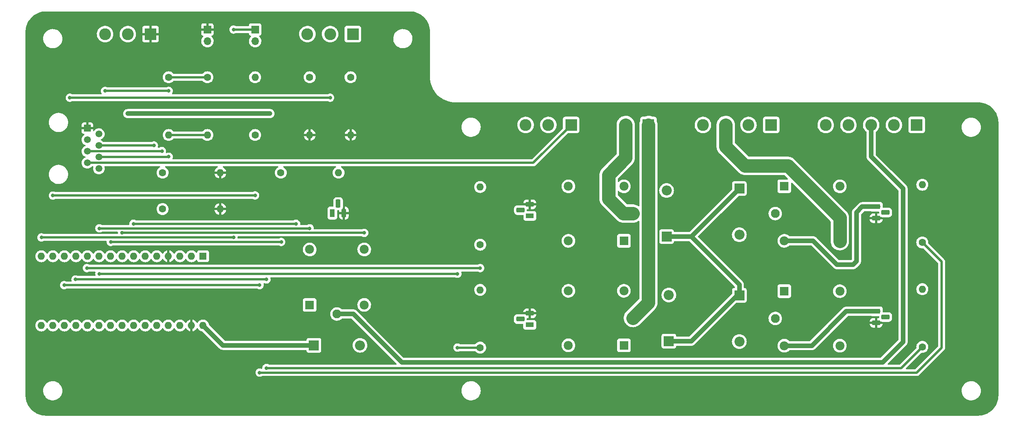
<source format=gtl>
%TF.GenerationSoftware,KiCad,Pcbnew,(6.0.0-rc1-172-gb8b8c0d34c)*%
%TF.CreationDate,2021-12-08T11:19:38-06:00*%
%TF.ProjectId,Motor Board,4d6f746f-7220-4426-9f61-72642e6b6963,rev?*%
%TF.SameCoordinates,Original*%
%TF.FileFunction,Copper,L1,Top*%
%TF.FilePolarity,Positive*%
%FSLAX46Y46*%
G04 Gerber Fmt 4.6, Leading zero omitted, Abs format (unit mm)*
G04 Created by KiCad (PCBNEW (6.0.0-rc1-172-gb8b8c0d34c)) date 2021-12-08 11:19:38*
%MOMM*%
%LPD*%
G01*
G04 APERTURE LIST*
G04 Aperture macros list*
%AMRoundRect*
0 Rectangle with rounded corners*
0 $1 Rounding radius*
0 $2 $3 $4 $5 $6 $7 $8 $9 X,Y pos of 4 corners*
0 Add a 4 corners polygon primitive as box body*
4,1,4,$2,$3,$4,$5,$6,$7,$8,$9,$2,$3,0*
0 Add four circle primitives for the rounded corners*
1,1,$1+$1,$2,$3*
1,1,$1+$1,$4,$5*
1,1,$1+$1,$6,$7*
1,1,$1+$1,$8,$9*
0 Add four rect primitives between the rounded corners*
20,1,$1+$1,$2,$3,$4,$5,0*
20,1,$1+$1,$4,$5,$6,$7,0*
20,1,$1+$1,$6,$7,$8,$9,0*
20,1,$1+$1,$8,$9,$2,$3,0*%
G04 Aperture macros list end*
%TA.AperFunction,ComponentPad*%
%ADD10O,1.600000X1.600000*%
%TD*%
%TA.AperFunction,ComponentPad*%
%ADD11C,1.600000*%
%TD*%
%TA.AperFunction,ComponentPad*%
%ADD12C,1.980000*%
%TD*%
%TA.AperFunction,ComponentPad*%
%ADD13C,1.935000*%
%TD*%
%TA.AperFunction,ComponentPad*%
%ADD14R,1.980000X1.980000*%
%TD*%
%TA.AperFunction,ComponentPad*%
%ADD15R,1.800000X1.100000*%
%TD*%
%TA.AperFunction,ComponentPad*%
%ADD16RoundRect,0.275000X-0.625000X0.275000X-0.625000X-0.275000X0.625000X-0.275000X0.625000X0.275000X0*%
%TD*%
%TA.AperFunction,ComponentPad*%
%ADD17RoundRect,0.275000X0.625000X-0.275000X0.625000X0.275000X-0.625000X0.275000X-0.625000X-0.275000X0*%
%TD*%
%TA.AperFunction,ComponentPad*%
%ADD18RoundRect,0.275000X-0.275000X-0.625000X0.275000X-0.625000X0.275000X0.625000X-0.275000X0.625000X0*%
%TD*%
%TA.AperFunction,ComponentPad*%
%ADD19R,1.100000X1.800000*%
%TD*%
%TA.AperFunction,ComponentPad*%
%ADD20R,2.600000X2.600000*%
%TD*%
%TA.AperFunction,ComponentPad*%
%ADD21C,2.600000*%
%TD*%
%TA.AperFunction,ComponentPad*%
%ADD22O,1.700000X1.700000*%
%TD*%
%TA.AperFunction,ComponentPad*%
%ADD23R,1.700000X1.700000*%
%TD*%
%TA.AperFunction,ComponentPad*%
%ADD24C,1.500000*%
%TD*%
%TA.AperFunction,ComponentPad*%
%ADD25R,1.500000X1.500000*%
%TD*%
%TA.AperFunction,ComponentPad*%
%ADD26O,2.200000X2.200000*%
%TD*%
%TA.AperFunction,ComponentPad*%
%ADD27R,2.200000X2.200000*%
%TD*%
%TA.AperFunction,ComponentPad*%
%ADD28R,1.600000X1.600000*%
%TD*%
%TA.AperFunction,ViaPad*%
%ADD29C,0.800000*%
%TD*%
%TA.AperFunction,Conductor*%
%ADD30C,0.500000*%
%TD*%
%TA.AperFunction,Conductor*%
%ADD31C,1.000000*%
%TD*%
%TA.AperFunction,Conductor*%
%ADD32C,3.000000*%
%TD*%
G04 APERTURE END LIST*
D10*
X239750000Y-117650000D03*
D11*
X239750000Y-130350000D03*
D12*
X117000000Y-108900000D03*
X105000000Y-108900000D03*
D13*
X111000000Y-123100000D03*
D12*
X117000000Y-121100000D03*
D14*
X105000000Y-121100000D03*
D10*
X239750000Y-94650000D03*
D11*
X239750000Y-107350000D03*
X142500000Y-107850000D03*
D10*
X142500000Y-95150000D03*
D11*
X142500000Y-130500000D03*
D10*
X142500000Y-117800000D03*
D11*
X98650000Y-92000000D03*
D10*
X111350000Y-92000000D03*
D11*
X93000000Y-83700000D03*
D10*
X93000000Y-71000000D03*
D11*
X114000000Y-71000000D03*
D10*
X114000000Y-83700000D03*
X74000000Y-83700000D03*
D11*
X74000000Y-71000000D03*
X82500000Y-71000000D03*
D10*
X82500000Y-83700000D03*
D11*
X105000000Y-71000000D03*
D10*
X105000000Y-83700000D03*
D11*
X72650000Y-100000000D03*
D10*
X85350000Y-100000000D03*
D11*
X72650000Y-92000000D03*
D10*
X85350000Y-92000000D03*
D15*
X229600000Y-99500000D03*
D16*
X229600000Y-102040000D03*
X231670000Y-100770000D03*
D15*
X229600000Y-122500000D03*
D16*
X229600000Y-125040000D03*
X231670000Y-123770000D03*
D15*
X153420000Y-101500000D03*
D17*
X153420000Y-98960000D03*
X151350000Y-100230000D03*
D15*
X153400000Y-125500000D03*
D17*
X153400000Y-122960000D03*
X151330000Y-124230000D03*
D18*
X111270000Y-98830000D03*
X112540000Y-100900000D03*
D19*
X110000000Y-100900000D03*
D14*
X209400000Y-95000000D03*
D12*
X209400000Y-107000000D03*
D13*
X207400000Y-101000000D03*
D12*
X221600000Y-95000000D03*
X221600000Y-107000000D03*
X221600000Y-130080000D03*
X221600000Y-118080000D03*
D13*
X207400000Y-124080000D03*
D12*
X209400000Y-130080000D03*
D14*
X209400000Y-118080000D03*
D12*
X161900000Y-95000000D03*
X161900000Y-107000000D03*
D13*
X176100000Y-101000000D03*
D12*
X174100000Y-95000000D03*
D14*
X174100000Y-107000000D03*
D12*
X161900000Y-118000000D03*
X161900000Y-130000000D03*
D13*
X176100000Y-124000000D03*
D12*
X174100000Y-118000000D03*
D14*
X174100000Y-130000000D03*
D20*
X238500000Y-81500000D03*
D21*
X233500000Y-81500000D03*
X228500000Y-81500000D03*
X223500000Y-81500000D03*
X218500000Y-81500000D03*
D20*
X206500000Y-81500000D03*
D21*
X201500000Y-81500000D03*
X196500000Y-81500000D03*
X191500000Y-81500000D03*
D20*
X179500000Y-81500000D03*
D21*
X174500000Y-81500000D03*
D22*
X93000000Y-63040000D03*
D23*
X93000000Y-60500000D03*
D20*
X114500000Y-61500000D03*
D21*
X109500000Y-61500000D03*
X104500000Y-61500000D03*
D22*
X82500000Y-63040000D03*
D23*
X82500000Y-60500000D03*
D20*
X70000000Y-61500000D03*
D21*
X65000000Y-61500000D03*
X60000000Y-61500000D03*
D20*
X162500000Y-81500000D03*
D21*
X157500000Y-81500000D03*
X152500000Y-81500000D03*
D24*
X58640000Y-91107500D03*
X56100000Y-89837500D03*
X58640000Y-88567500D03*
X56100000Y-87297500D03*
X58640000Y-86027500D03*
X56100000Y-84757500D03*
X58640000Y-83487500D03*
D25*
X56100000Y-82217500D03*
D26*
X199500000Y-105660000D03*
D27*
X199500000Y-95500000D03*
D26*
X199500000Y-129160000D03*
D27*
X199500000Y-119000000D03*
D26*
X183500000Y-95920000D03*
D27*
X183500000Y-106080000D03*
D26*
X184000000Y-118920000D03*
D27*
X184000000Y-129080000D03*
X105920000Y-130000000D03*
D26*
X116080000Y-130000000D03*
D28*
X81550000Y-110390000D03*
D10*
X48530000Y-125630000D03*
X79010000Y-110390000D03*
X51070000Y-125630000D03*
X76470000Y-110390000D03*
X53610000Y-125630000D03*
X73930000Y-110390000D03*
X56150000Y-125630000D03*
X71390000Y-110390000D03*
X58690000Y-125630000D03*
X68850000Y-110390000D03*
X61230000Y-125630000D03*
X66310000Y-110390000D03*
X63770000Y-125630000D03*
X63770000Y-110390000D03*
X66310000Y-125630000D03*
X61230000Y-110390000D03*
X68850000Y-125630000D03*
X58690000Y-110390000D03*
X71390000Y-125630000D03*
X56150000Y-110390000D03*
X73930000Y-125630000D03*
X53610000Y-110390000D03*
X76470000Y-125630000D03*
X51070000Y-110390000D03*
X79010000Y-125630000D03*
X48530000Y-110390000D03*
X81550000Y-125630000D03*
X45990000Y-110390000D03*
X45990000Y-125630000D03*
D29*
X168000000Y-124250000D03*
X168000000Y-101000000D03*
X239750000Y-112250000D03*
X88250000Y-110500000D03*
X93000000Y-100250000D03*
X109250000Y-86500000D03*
X185500000Y-81500000D03*
X168250000Y-81750000D03*
X134250000Y-107750000D03*
X89500000Y-124500000D03*
X99500000Y-124500000D03*
X123000000Y-140250000D03*
X196000000Y-141000000D03*
X245250000Y-135500000D03*
X245500000Y-89250000D03*
X230250000Y-112250000D03*
X215750000Y-101000000D03*
X215500000Y-124000000D03*
X191500000Y-119000000D03*
X191000000Y-95500000D03*
X152500000Y-93250000D03*
X152750000Y-112500000D03*
X126000000Y-122000000D03*
X125750000Y-96250000D03*
X125500000Y-71000000D03*
X98750000Y-71000000D03*
X52000000Y-68500000D03*
X65000000Y-93500000D03*
X53500000Y-101750000D03*
X79000000Y-120500000D03*
X62500000Y-131500000D03*
X94000000Y-116750000D03*
X94000000Y-136000000D03*
X51000000Y-116750000D03*
X95500000Y-135000000D03*
X95500000Y-115500000D03*
X53500000Y-115500000D03*
X137500000Y-130500000D03*
X58750000Y-114250000D03*
X137500000Y-114250000D03*
X56000000Y-113000000D03*
X142500000Y-113000000D03*
X102000000Y-103250000D03*
X66250000Y-103250000D03*
X117000000Y-105250000D03*
X63750000Y-105250000D03*
X98750000Y-107250000D03*
X61250000Y-107250000D03*
X96250000Y-79000000D03*
X65000000Y-79000000D03*
X93000000Y-97000000D03*
X48530000Y-97030000D03*
X105000000Y-104250000D03*
X58750000Y-104250000D03*
X46000000Y-106250000D03*
X88250000Y-106250000D03*
X88250000Y-60500000D03*
X109500000Y-75500000D03*
X52250000Y-75500000D03*
X70750000Y-86000000D03*
X72500000Y-87250000D03*
X74000000Y-88500000D03*
X74000000Y-74000000D03*
X60000000Y-74000000D03*
D30*
X93000000Y-97000000D02*
X92970000Y-97030000D01*
X92970000Y-97030000D02*
X48530000Y-97030000D01*
X244000000Y-130500000D02*
X244000000Y-111600000D01*
X238500000Y-136000000D02*
X244000000Y-130500000D01*
X94000000Y-136000000D02*
X238500000Y-136000000D01*
X244000000Y-111600000D02*
X239750000Y-107350000D01*
X51000000Y-116750000D02*
X94000000Y-116750000D01*
X95500000Y-135000000D02*
X235100000Y-135000000D01*
X235100000Y-135000000D02*
X239750000Y-130350000D01*
X53500000Y-115500000D02*
X95500000Y-115500000D01*
X137500000Y-130500000D02*
X142500000Y-130500000D01*
X58750000Y-114250000D02*
X137500000Y-114250000D01*
X142500000Y-113000000D02*
X56000000Y-113000000D01*
X98750000Y-107250000D02*
X61250000Y-107250000D01*
X66250000Y-103250000D02*
X102000000Y-103250000D01*
X63750000Y-105250000D02*
X117000000Y-105250000D01*
X56100000Y-89837500D02*
X154162500Y-89837500D01*
X154162500Y-89837500D02*
X162500000Y-81500000D01*
X109500000Y-75500000D02*
X52250000Y-75500000D01*
D31*
X65000000Y-79000000D02*
X96250000Y-79000000D01*
D30*
X58640000Y-88567500D02*
X69132500Y-88567500D01*
X69132500Y-88567500D02*
X73932500Y-88567500D01*
X73932500Y-88567500D02*
X74000000Y-88500000D01*
D31*
X228500000Y-88500000D02*
X235500000Y-95500000D01*
X235500000Y-95500000D02*
X235500000Y-129250000D01*
X228500000Y-81500000D02*
X228500000Y-88500000D01*
X235500000Y-129250000D02*
X231000000Y-133750000D01*
X231000000Y-133750000D02*
X125250000Y-133750000D01*
X125250000Y-133750000D02*
X114600000Y-123100000D01*
X114600000Y-123100000D02*
X111000000Y-123100000D01*
X209400000Y-130080000D02*
X215420000Y-130080000D01*
X215420000Y-130080000D02*
X223000000Y-122500000D01*
X223000000Y-122500000D02*
X230000000Y-122500000D01*
X215750000Y-107000000D02*
X221000000Y-112250000D01*
X225250000Y-111500000D02*
X225250000Y-100750000D01*
X221000000Y-112250000D02*
X224500000Y-112250000D01*
X209400000Y-107000000D02*
X215750000Y-107000000D01*
X224500000Y-112250000D02*
X225250000Y-111500000D01*
X225250000Y-100750000D02*
X226500000Y-99500000D01*
X226500000Y-99500000D02*
X230000000Y-99500000D01*
D32*
X221600000Y-107080000D02*
X221600000Y-101900978D01*
X221600000Y-101900978D02*
X210199022Y-90500000D01*
X210199022Y-90500000D02*
X200750000Y-90500000D01*
X200750000Y-90500000D02*
X196500000Y-86250000D01*
X196500000Y-86250000D02*
X196500000Y-81500000D01*
D31*
X188920000Y-106080000D02*
X199500000Y-116660000D01*
X199500000Y-116660000D02*
X199500000Y-119000000D01*
D30*
X56100000Y-87297500D02*
X72452500Y-87297500D01*
X72452500Y-87297500D02*
X72500000Y-87250000D01*
X58640000Y-86027500D02*
X70722500Y-86027500D01*
X70722500Y-86027500D02*
X70750000Y-86000000D01*
X58750000Y-104250000D02*
X105000000Y-104250000D01*
X88250000Y-106250000D02*
X46000000Y-106250000D01*
X93000000Y-60500000D02*
X88250000Y-60500000D01*
D31*
X184000000Y-129080000D02*
X188920000Y-129080000D01*
X199000000Y-119000000D02*
X199500000Y-119000000D01*
X188920000Y-129080000D02*
X199000000Y-119000000D01*
X183500000Y-106080000D02*
X188920000Y-106080000D01*
X188920000Y-106080000D02*
X199500000Y-95500000D01*
D32*
X176100000Y-101000000D02*
X174000000Y-101000000D01*
X170750000Y-92500000D02*
X174500000Y-88750000D01*
X174000000Y-101000000D02*
X170750000Y-97750000D01*
X170750000Y-97750000D02*
X170750000Y-92500000D01*
X174500000Y-88750000D02*
X174500000Y-81500000D01*
X179500000Y-81500000D02*
X179500000Y-120600000D01*
X179500000Y-120600000D02*
X176100000Y-124000000D01*
D31*
X81550000Y-125630000D02*
X85920000Y-130000000D01*
X85920000Y-130000000D02*
X105920000Y-130000000D01*
D30*
X60000000Y-74000000D02*
X74000000Y-74000000D01*
X74000000Y-83700000D02*
X82500000Y-83700000D01*
X74000000Y-71000000D02*
X82500000Y-71000000D01*
%TA.AperFunction,Conductor*%
G36*
X126970057Y-56509500D02*
G01*
X126984858Y-56511805D01*
X126984861Y-56511805D01*
X126993730Y-56513186D01*
X127014158Y-56510515D01*
X127035983Y-56509571D01*
X127386006Y-56524853D01*
X127396957Y-56525811D01*
X127774578Y-56575527D01*
X127785402Y-56577436D01*
X128157243Y-56659870D01*
X128167860Y-56662715D01*
X128531110Y-56777248D01*
X128541424Y-56781001D01*
X128893334Y-56926767D01*
X128903278Y-56931405D01*
X129241117Y-57107272D01*
X129250637Y-57112768D01*
X129571868Y-57317415D01*
X129580872Y-57323720D01*
X129883036Y-57555579D01*
X129891456Y-57562644D01*
X130172267Y-57819960D01*
X130180040Y-57827733D01*
X130437356Y-58108544D01*
X130444421Y-58116964D01*
X130676280Y-58419128D01*
X130682585Y-58428132D01*
X130887232Y-58749363D01*
X130892728Y-58758883D01*
X131068591Y-59096713D01*
X131073233Y-59106666D01*
X131218996Y-59458568D01*
X131222752Y-59468890D01*
X131337039Y-59831358D01*
X131337285Y-59832139D01*
X131340130Y-59842757D01*
X131422564Y-60214598D01*
X131424473Y-60225422D01*
X131474189Y-60603043D01*
X131475147Y-60613994D01*
X131490104Y-60956583D01*
X131488724Y-60981461D01*
X131486814Y-60993730D01*
X131488454Y-61006270D01*
X131490936Y-61025251D01*
X131492000Y-61041589D01*
X131492000Y-70946793D01*
X131490254Y-70967697D01*
X131486929Y-70987461D01*
X131486776Y-71000000D01*
X131487457Y-71004754D01*
X131487595Y-71007359D01*
X131506120Y-71455236D01*
X131562477Y-71907362D01*
X131655979Y-72353290D01*
X131785985Y-72789974D01*
X131951608Y-73214430D01*
X131952750Y-73216766D01*
X132150569Y-73621412D01*
X132150575Y-73621424D01*
X132151717Y-73623759D01*
X132153049Y-73625995D01*
X132153051Y-73625998D01*
X132383609Y-74012925D01*
X132383616Y-74012936D01*
X132384945Y-74015166D01*
X132649698Y-74385976D01*
X132944168Y-74733656D01*
X133266344Y-75055832D01*
X133614024Y-75350302D01*
X133984834Y-75615055D01*
X133987064Y-75616384D01*
X133987075Y-75616391D01*
X134271691Y-75785985D01*
X134376241Y-75848283D01*
X134378576Y-75849425D01*
X134378588Y-75849431D01*
X134587595Y-75951608D01*
X134785570Y-76048392D01*
X135210026Y-76214015D01*
X135646710Y-76344021D01*
X136092638Y-76437523D01*
X136544764Y-76493880D01*
X136767014Y-76503072D01*
X136974006Y-76511634D01*
X136980055Y-76512030D01*
X136982666Y-76512264D01*
X136987461Y-76513071D01*
X136993816Y-76513149D01*
X136995141Y-76513165D01*
X136995145Y-76513165D01*
X137000000Y-76513224D01*
X137027588Y-76509273D01*
X137045451Y-76508000D01*
X251950672Y-76508000D01*
X251970057Y-76509500D01*
X251984858Y-76511805D01*
X251984861Y-76511805D01*
X251993730Y-76513186D01*
X252014158Y-76510515D01*
X252035983Y-76509571D01*
X252386006Y-76524853D01*
X252396957Y-76525811D01*
X252774578Y-76575527D01*
X252785402Y-76577436D01*
X253157243Y-76659870D01*
X253167860Y-76662715D01*
X253531110Y-76777248D01*
X253541424Y-76781001D01*
X253893334Y-76926767D01*
X253903278Y-76931405D01*
X254241117Y-77107272D01*
X254250637Y-77112768D01*
X254571868Y-77317415D01*
X254580872Y-77323720D01*
X254883036Y-77555579D01*
X254891456Y-77562644D01*
X255172267Y-77819960D01*
X255180040Y-77827733D01*
X255437356Y-78108544D01*
X255444421Y-78116964D01*
X255676280Y-78419128D01*
X255682585Y-78428132D01*
X255887232Y-78749363D01*
X255892727Y-78758882D01*
X256057066Y-79074573D01*
X256068591Y-79096713D01*
X256073233Y-79106666D01*
X256193957Y-79398119D01*
X256218996Y-79458568D01*
X256222752Y-79468890D01*
X256332980Y-79818486D01*
X256337285Y-79832139D01*
X256340130Y-79842756D01*
X256341555Y-79849183D01*
X256422564Y-80214598D01*
X256424473Y-80225422D01*
X256474189Y-80603043D01*
X256475147Y-80613994D01*
X256490104Y-80956583D01*
X256488724Y-80981461D01*
X256486814Y-80993730D01*
X256489274Y-81012539D01*
X256490936Y-81025251D01*
X256492000Y-81041589D01*
X256492000Y-140950672D01*
X256490500Y-140970056D01*
X256486814Y-140993730D01*
X256489485Y-141014158D01*
X256490429Y-141035983D01*
X256486218Y-141132431D01*
X256475147Y-141386006D01*
X256474189Y-141396957D01*
X256424473Y-141774578D01*
X256422564Y-141785402D01*
X256340130Y-142157243D01*
X256337285Y-142167861D01*
X256222755Y-142531103D01*
X256218996Y-142541432D01*
X256073237Y-142893325D01*
X256068591Y-142903287D01*
X255892728Y-143241117D01*
X255887232Y-143250637D01*
X255682585Y-143571868D01*
X255676280Y-143580872D01*
X255444421Y-143883036D01*
X255437356Y-143891456D01*
X255180040Y-144172267D01*
X255172267Y-144180040D01*
X254891456Y-144437356D01*
X254883036Y-144444421D01*
X254580872Y-144676280D01*
X254571868Y-144682585D01*
X254250637Y-144887232D01*
X254241118Y-144892727D01*
X253903278Y-145068595D01*
X253893334Y-145073233D01*
X253541424Y-145218999D01*
X253531110Y-145222752D01*
X253167861Y-145337285D01*
X253157243Y-145340130D01*
X252785402Y-145422564D01*
X252774578Y-145424473D01*
X252396957Y-145474189D01*
X252386006Y-145475147D01*
X252043417Y-145490104D01*
X252018539Y-145488724D01*
X252018160Y-145488665D01*
X252006270Y-145486814D01*
X251974749Y-145490936D01*
X251958411Y-145492000D01*
X47049328Y-145492000D01*
X47029943Y-145490500D01*
X47015142Y-145488195D01*
X47015139Y-145488195D01*
X47006270Y-145486814D01*
X46985842Y-145489485D01*
X46964017Y-145490429D01*
X46613994Y-145475147D01*
X46603043Y-145474189D01*
X46225422Y-145424473D01*
X46214598Y-145422564D01*
X45842757Y-145340130D01*
X45832139Y-145337285D01*
X45468890Y-145222752D01*
X45458576Y-145218999D01*
X45106666Y-145073233D01*
X45096722Y-145068595D01*
X44758882Y-144892727D01*
X44749363Y-144887232D01*
X44428132Y-144682585D01*
X44419128Y-144676280D01*
X44116964Y-144444421D01*
X44108544Y-144437356D01*
X43827733Y-144180040D01*
X43819960Y-144172267D01*
X43562644Y-143891456D01*
X43555579Y-143883036D01*
X43323720Y-143580872D01*
X43317415Y-143571868D01*
X43112768Y-143250637D01*
X43107272Y-143241117D01*
X42931409Y-142903287D01*
X42926763Y-142893325D01*
X42781004Y-142541432D01*
X42777245Y-142531103D01*
X42662715Y-142167861D01*
X42659870Y-142157243D01*
X42577436Y-141785402D01*
X42575527Y-141774578D01*
X42525811Y-141396957D01*
X42524853Y-141386006D01*
X42509896Y-141043417D01*
X42511276Y-141018539D01*
X42511804Y-141015144D01*
X42513186Y-141006270D01*
X42509064Y-140974748D01*
X42508000Y-140958411D01*
X42508000Y-139977869D01*
X46386689Y-139977869D01*
X46403238Y-140264883D01*
X46404063Y-140269088D01*
X46404064Y-140269096D01*
X46436010Y-140431921D01*
X46458586Y-140546995D01*
X46459973Y-140551045D01*
X46459974Y-140551050D01*
X46550321Y-140814930D01*
X46551710Y-140818986D01*
X46553637Y-140822817D01*
X46658297Y-141030910D01*
X46680885Y-141075822D01*
X46843721Y-141312750D01*
X46846608Y-141315923D01*
X46846609Y-141315924D01*
X46915380Y-141391503D01*
X47037206Y-141525388D01*
X47040501Y-141528143D01*
X47040502Y-141528144D01*
X47091258Y-141570582D01*
X47257759Y-141709798D01*
X47501298Y-141862571D01*
X47763318Y-141980877D01*
X47767437Y-141982097D01*
X48034857Y-142061311D01*
X48034862Y-142061312D01*
X48038970Y-142062529D01*
X48043204Y-142063177D01*
X48043209Y-142063178D01*
X48291811Y-142101219D01*
X48323153Y-142106015D01*
X48469485Y-142108314D01*
X48606317Y-142110464D01*
X48606323Y-142110464D01*
X48610608Y-142110531D01*
X48614860Y-142110016D01*
X48614868Y-142110016D01*
X48891756Y-142076508D01*
X48891761Y-142076507D01*
X48896017Y-142075992D01*
X49174097Y-142003039D01*
X49439704Y-141893021D01*
X49687922Y-141747974D01*
X49914159Y-141570582D01*
X49955285Y-141528144D01*
X50111244Y-141367206D01*
X50114227Y-141364128D01*
X50116760Y-141360680D01*
X50116764Y-141360675D01*
X50281887Y-141135886D01*
X50284425Y-141132431D01*
X50336790Y-141035987D01*
X50419554Y-140883555D01*
X50419555Y-140883553D01*
X50421604Y-140879779D01*
X50523225Y-140610848D01*
X50587407Y-140330613D01*
X50612963Y-140044260D01*
X50613427Y-140000000D01*
X50611918Y-139977869D01*
X138386689Y-139977869D01*
X138403238Y-140264883D01*
X138404063Y-140269088D01*
X138404064Y-140269096D01*
X138436010Y-140431921D01*
X138458586Y-140546995D01*
X138459973Y-140551045D01*
X138459974Y-140551050D01*
X138550321Y-140814930D01*
X138551710Y-140818986D01*
X138553637Y-140822817D01*
X138658297Y-141030910D01*
X138680885Y-141075822D01*
X138843721Y-141312750D01*
X138846608Y-141315923D01*
X138846609Y-141315924D01*
X138915380Y-141391503D01*
X139037206Y-141525388D01*
X139040501Y-141528143D01*
X139040502Y-141528144D01*
X139091258Y-141570582D01*
X139257759Y-141709798D01*
X139501298Y-141862571D01*
X139763318Y-141980877D01*
X139767437Y-141982097D01*
X140034857Y-142061311D01*
X140034862Y-142061312D01*
X140038970Y-142062529D01*
X140043204Y-142063177D01*
X140043209Y-142063178D01*
X140291811Y-142101219D01*
X140323153Y-142106015D01*
X140469485Y-142108314D01*
X140606317Y-142110464D01*
X140606323Y-142110464D01*
X140610608Y-142110531D01*
X140614860Y-142110016D01*
X140614868Y-142110016D01*
X140891756Y-142076508D01*
X140891761Y-142076507D01*
X140896017Y-142075992D01*
X141174097Y-142003039D01*
X141439704Y-141893021D01*
X141687922Y-141747974D01*
X141914159Y-141570582D01*
X141955285Y-141528144D01*
X142111244Y-141367206D01*
X142114227Y-141364128D01*
X142116760Y-141360680D01*
X142116764Y-141360675D01*
X142281887Y-141135886D01*
X142284425Y-141132431D01*
X142336790Y-141035987D01*
X142419554Y-140883555D01*
X142419555Y-140883553D01*
X142421604Y-140879779D01*
X142523225Y-140610848D01*
X142587407Y-140330613D01*
X142612963Y-140044260D01*
X142613427Y-140000000D01*
X142611918Y-139977869D01*
X248386689Y-139977869D01*
X248403238Y-140264883D01*
X248404063Y-140269088D01*
X248404064Y-140269096D01*
X248436010Y-140431921D01*
X248458586Y-140546995D01*
X248459973Y-140551045D01*
X248459974Y-140551050D01*
X248550321Y-140814930D01*
X248551710Y-140818986D01*
X248553637Y-140822817D01*
X248658297Y-141030910D01*
X248680885Y-141075822D01*
X248843721Y-141312750D01*
X248846608Y-141315923D01*
X248846609Y-141315924D01*
X248915380Y-141391503D01*
X249037206Y-141525388D01*
X249040501Y-141528143D01*
X249040502Y-141528144D01*
X249091258Y-141570582D01*
X249257759Y-141709798D01*
X249501298Y-141862571D01*
X249763318Y-141980877D01*
X249767437Y-141982097D01*
X250034857Y-142061311D01*
X250034862Y-142061312D01*
X250038970Y-142062529D01*
X250043204Y-142063177D01*
X250043209Y-142063178D01*
X250291811Y-142101219D01*
X250323153Y-142106015D01*
X250469485Y-142108314D01*
X250606317Y-142110464D01*
X250606323Y-142110464D01*
X250610608Y-142110531D01*
X250614860Y-142110016D01*
X250614868Y-142110016D01*
X250891756Y-142076508D01*
X250891761Y-142076507D01*
X250896017Y-142075992D01*
X251174097Y-142003039D01*
X251439704Y-141893021D01*
X251687922Y-141747974D01*
X251914159Y-141570582D01*
X251955285Y-141528144D01*
X252111244Y-141367206D01*
X252114227Y-141364128D01*
X252116760Y-141360680D01*
X252116764Y-141360675D01*
X252281887Y-141135886D01*
X252284425Y-141132431D01*
X252336790Y-141035987D01*
X252419554Y-140883555D01*
X252419555Y-140883553D01*
X252421604Y-140879779D01*
X252523225Y-140610848D01*
X252587407Y-140330613D01*
X252612963Y-140044260D01*
X252613427Y-140000000D01*
X252593873Y-139713175D01*
X252589336Y-139691264D01*
X252536443Y-139435855D01*
X252535574Y-139431658D01*
X252439607Y-139160657D01*
X252307750Y-138905188D01*
X252294488Y-138886317D01*
X252144904Y-138673482D01*
X252142441Y-138669977D01*
X251946740Y-138459378D01*
X251724268Y-138277287D01*
X251479142Y-138127073D01*
X251461048Y-138119130D01*
X251219830Y-138013243D01*
X251215898Y-138011517D01*
X251189963Y-138004129D01*
X250943534Y-137933932D01*
X250943535Y-137933932D01*
X250939406Y-137932756D01*
X250726704Y-137902485D01*
X250659036Y-137892854D01*
X250659034Y-137892854D01*
X250654784Y-137892249D01*
X250650495Y-137892227D01*
X250650488Y-137892226D01*
X250371583Y-137890765D01*
X250371576Y-137890765D01*
X250367297Y-137890743D01*
X250363053Y-137891302D01*
X250363049Y-137891302D01*
X250237660Y-137907810D01*
X250082266Y-137928268D01*
X250078126Y-137929401D01*
X250078124Y-137929401D01*
X250001311Y-137950415D01*
X249804964Y-138004129D01*
X249801016Y-138005813D01*
X249544476Y-138115237D01*
X249544472Y-138115239D01*
X249540524Y-138116923D01*
X249415960Y-138191473D01*
X249297521Y-138262357D01*
X249297517Y-138262360D01*
X249293839Y-138264561D01*
X249069472Y-138444313D01*
X248871577Y-138652851D01*
X248703814Y-138886317D01*
X248569288Y-139140392D01*
X248470489Y-139410373D01*
X248409245Y-139691264D01*
X248386689Y-139977869D01*
X142611918Y-139977869D01*
X142593873Y-139713175D01*
X142589336Y-139691264D01*
X142536443Y-139435855D01*
X142535574Y-139431658D01*
X142439607Y-139160657D01*
X142307750Y-138905188D01*
X142294488Y-138886317D01*
X142144904Y-138673482D01*
X142142441Y-138669977D01*
X141946740Y-138459378D01*
X141724268Y-138277287D01*
X141479142Y-138127073D01*
X141461048Y-138119130D01*
X141219830Y-138013243D01*
X141215898Y-138011517D01*
X141189963Y-138004129D01*
X140943534Y-137933932D01*
X140943535Y-137933932D01*
X140939406Y-137932756D01*
X140726704Y-137902485D01*
X140659036Y-137892854D01*
X140659034Y-137892854D01*
X140654784Y-137892249D01*
X140650495Y-137892227D01*
X140650488Y-137892226D01*
X140371583Y-137890765D01*
X140371576Y-137890765D01*
X140367297Y-137890743D01*
X140363053Y-137891302D01*
X140363049Y-137891302D01*
X140237660Y-137907810D01*
X140082266Y-137928268D01*
X140078126Y-137929401D01*
X140078124Y-137929401D01*
X140001311Y-137950415D01*
X139804964Y-138004129D01*
X139801016Y-138005813D01*
X139544476Y-138115237D01*
X139544472Y-138115239D01*
X139540524Y-138116923D01*
X139415960Y-138191473D01*
X139297521Y-138262357D01*
X139297517Y-138262360D01*
X139293839Y-138264561D01*
X139069472Y-138444313D01*
X138871577Y-138652851D01*
X138703814Y-138886317D01*
X138569288Y-139140392D01*
X138470489Y-139410373D01*
X138409245Y-139691264D01*
X138386689Y-139977869D01*
X50611918Y-139977869D01*
X50593873Y-139713175D01*
X50589336Y-139691264D01*
X50536443Y-139435855D01*
X50535574Y-139431658D01*
X50439607Y-139160657D01*
X50307750Y-138905188D01*
X50294488Y-138886317D01*
X50144904Y-138673482D01*
X50142441Y-138669977D01*
X49946740Y-138459378D01*
X49724268Y-138277287D01*
X49479142Y-138127073D01*
X49461048Y-138119130D01*
X49219830Y-138013243D01*
X49215898Y-138011517D01*
X49189963Y-138004129D01*
X48943534Y-137933932D01*
X48943535Y-137933932D01*
X48939406Y-137932756D01*
X48726704Y-137902485D01*
X48659036Y-137892854D01*
X48659034Y-137892854D01*
X48654784Y-137892249D01*
X48650495Y-137892227D01*
X48650488Y-137892226D01*
X48371583Y-137890765D01*
X48371576Y-137890765D01*
X48367297Y-137890743D01*
X48363053Y-137891302D01*
X48363049Y-137891302D01*
X48237660Y-137907810D01*
X48082266Y-137928268D01*
X48078126Y-137929401D01*
X48078124Y-137929401D01*
X48001311Y-137950415D01*
X47804964Y-138004129D01*
X47801016Y-138005813D01*
X47544476Y-138115237D01*
X47544472Y-138115239D01*
X47540524Y-138116923D01*
X47415960Y-138191473D01*
X47297521Y-138262357D01*
X47297517Y-138262360D01*
X47293839Y-138264561D01*
X47069472Y-138444313D01*
X46871577Y-138652851D01*
X46703814Y-138886317D01*
X46569288Y-139140392D01*
X46470489Y-139410373D01*
X46409245Y-139691264D01*
X46386689Y-139977869D01*
X42508000Y-139977869D01*
X42508000Y-136000000D01*
X93086496Y-136000000D01*
X93106458Y-136189928D01*
X93165473Y-136371556D01*
X93260960Y-136536944D01*
X93265378Y-136541851D01*
X93265379Y-136541852D01*
X93356286Y-136642814D01*
X93388747Y-136678866D01*
X93441025Y-136716848D01*
X93537904Y-136787235D01*
X93543248Y-136791118D01*
X93549276Y-136793802D01*
X93549278Y-136793803D01*
X93711681Y-136866109D01*
X93717712Y-136868794D01*
X93811113Y-136888647D01*
X93898056Y-136907128D01*
X93898061Y-136907128D01*
X93904513Y-136908500D01*
X94095487Y-136908500D01*
X94101939Y-136907128D01*
X94101944Y-136907128D01*
X94188887Y-136888647D01*
X94282288Y-136868794D01*
X94288319Y-136866109D01*
X94450722Y-136793803D01*
X94450724Y-136793802D01*
X94456752Y-136791118D01*
X94462091Y-136787239D01*
X94462098Y-136787235D01*
X94468528Y-136782563D01*
X94542587Y-136758500D01*
X238432930Y-136758500D01*
X238451880Y-136759933D01*
X238466115Y-136762099D01*
X238466119Y-136762099D01*
X238473349Y-136763199D01*
X238480641Y-136762606D01*
X238480644Y-136762606D01*
X238526018Y-136758915D01*
X238536233Y-136758500D01*
X238544293Y-136758500D01*
X238557583Y-136756951D01*
X238572507Y-136755211D01*
X238576882Y-136754778D01*
X238642339Y-136749454D01*
X238642342Y-136749453D01*
X238649637Y-136748860D01*
X238656601Y-136746604D01*
X238662560Y-136745413D01*
X238668415Y-136744029D01*
X238675681Y-136743182D01*
X238744327Y-136718265D01*
X238748455Y-136716848D01*
X238810936Y-136696607D01*
X238810938Y-136696606D01*
X238817899Y-136694351D01*
X238824154Y-136690555D01*
X238829628Y-136688049D01*
X238835058Y-136685330D01*
X238841937Y-136682833D01*
X238902976Y-136642814D01*
X238906680Y-136640477D01*
X238969107Y-136602595D01*
X238977484Y-136595197D01*
X238977508Y-136595224D01*
X238980500Y-136592571D01*
X238983733Y-136589868D01*
X238989852Y-136585856D01*
X239043128Y-136529617D01*
X239045506Y-136527175D01*
X244488911Y-131083770D01*
X244503323Y-131071384D01*
X244514918Y-131062851D01*
X244514923Y-131062846D01*
X244520818Y-131058508D01*
X244525557Y-131052930D01*
X244525560Y-131052927D01*
X244555035Y-131018232D01*
X244561965Y-131010716D01*
X244567661Y-131005020D01*
X244569924Y-131002159D01*
X244569929Y-131002154D01*
X244585285Y-130982744D01*
X244588074Y-130979342D01*
X244630596Y-130929291D01*
X244630597Y-130929290D01*
X244635333Y-130923715D01*
X244638661Y-130917198D01*
X244642027Y-130912150D01*
X244645190Y-130907028D01*
X244649735Y-130901284D01*
X244680664Y-130835105D01*
X244682563Y-130831221D01*
X244715769Y-130766192D01*
X244717510Y-130759077D01*
X244719613Y-130753422D01*
X244721522Y-130747683D01*
X244724622Y-130741050D01*
X244739491Y-130669565D01*
X244740461Y-130665282D01*
X244747099Y-130638155D01*
X244757808Y-130594390D01*
X244758500Y-130583236D01*
X244758535Y-130583238D01*
X244758775Y-130579266D01*
X244759152Y-130575045D01*
X244760641Y-130567885D01*
X244758546Y-130490458D01*
X244758500Y-130487050D01*
X244758500Y-111667070D01*
X244759933Y-111648120D01*
X244762099Y-111633885D01*
X244762099Y-111633881D01*
X244763199Y-111626651D01*
X244761614Y-111607157D01*
X244758915Y-111573982D01*
X244758500Y-111563767D01*
X244758500Y-111555707D01*
X244755209Y-111527480D01*
X244754778Y-111523121D01*
X244749454Y-111457662D01*
X244749453Y-111457659D01*
X244748860Y-111450364D01*
X244746604Y-111443400D01*
X244745417Y-111437461D01*
X244744030Y-111431590D01*
X244743182Y-111424319D01*
X244740686Y-111417443D01*
X244740684Y-111417434D01*
X244718275Y-111355702D01*
X244716865Y-111351598D01*
X244694352Y-111282101D01*
X244690556Y-111275846D01*
X244688057Y-111270387D01*
X244685329Y-111264939D01*
X244682833Y-111258063D01*
X244642805Y-111197010D01*
X244640481Y-111193327D01*
X244605504Y-111135686D01*
X244605501Y-111135682D01*
X244602595Y-111130893D01*
X244595197Y-111122517D01*
X244595224Y-111122493D01*
X244592579Y-111119511D01*
X244589872Y-111116274D01*
X244585856Y-111110148D01*
X244529598Y-111056854D01*
X244527156Y-111054476D01*
X241085671Y-107612990D01*
X241051645Y-107550678D01*
X241049245Y-107512913D01*
X241063019Y-107355475D01*
X241063498Y-107350000D01*
X241043543Y-107121913D01*
X241037641Y-107099886D01*
X240985707Y-106906067D01*
X240985706Y-106906065D01*
X240984284Y-106900757D01*
X240976810Y-106884729D01*
X240889849Y-106698238D01*
X240889846Y-106698233D01*
X240887523Y-106693251D01*
X240756198Y-106505700D01*
X240594300Y-106343802D01*
X240589792Y-106340645D01*
X240589789Y-106340643D01*
X240460337Y-106250000D01*
X240406749Y-106212477D01*
X240401767Y-106210154D01*
X240401762Y-106210151D01*
X240204225Y-106118039D01*
X240204224Y-106118039D01*
X240199243Y-106115716D01*
X240193935Y-106114294D01*
X240193933Y-106114293D01*
X239983402Y-106057881D01*
X239983400Y-106057881D01*
X239978087Y-106056457D01*
X239750000Y-106036502D01*
X239521913Y-106056457D01*
X239516600Y-106057881D01*
X239516598Y-106057881D01*
X239306067Y-106114293D01*
X239306065Y-106114294D01*
X239300757Y-106115716D01*
X239295776Y-106118039D01*
X239295775Y-106118039D01*
X239098238Y-106210151D01*
X239098233Y-106210154D01*
X239093251Y-106212477D01*
X239039663Y-106250000D01*
X238910211Y-106340643D01*
X238910208Y-106340645D01*
X238905700Y-106343802D01*
X238743802Y-106505700D01*
X238612477Y-106693251D01*
X238610154Y-106698233D01*
X238610151Y-106698238D01*
X238523190Y-106884729D01*
X238515716Y-106900757D01*
X238514294Y-106906065D01*
X238514293Y-106906067D01*
X238462359Y-107099886D01*
X238456457Y-107121913D01*
X238436502Y-107350000D01*
X238456457Y-107578087D01*
X238457881Y-107583400D01*
X238457881Y-107583402D01*
X238513736Y-107791852D01*
X238515716Y-107799243D01*
X238518039Y-107804224D01*
X238518039Y-107804225D01*
X238610151Y-108001762D01*
X238610154Y-108001767D01*
X238612477Y-108006749D01*
X238659782Y-108074307D01*
X238737373Y-108185118D01*
X238743802Y-108194300D01*
X238905700Y-108356198D01*
X238910208Y-108359355D01*
X238910211Y-108359357D01*
X238968211Y-108399969D01*
X239093251Y-108487523D01*
X239098233Y-108489846D01*
X239098238Y-108489849D01*
X239295775Y-108581961D01*
X239300757Y-108584284D01*
X239306065Y-108585706D01*
X239306067Y-108585707D01*
X239516598Y-108642119D01*
X239516600Y-108642119D01*
X239521913Y-108643543D01*
X239750000Y-108663498D01*
X239755475Y-108663019D01*
X239912913Y-108649245D01*
X239982518Y-108663234D01*
X240012990Y-108685671D01*
X243204595Y-111877276D01*
X243238621Y-111939588D01*
X243241500Y-111966371D01*
X243241500Y-130133629D01*
X243221498Y-130201750D01*
X243204595Y-130222724D01*
X238222724Y-135204595D01*
X238160412Y-135238621D01*
X238133629Y-135241500D01*
X236235371Y-135241500D01*
X236167250Y-135221498D01*
X236120757Y-135167842D01*
X236110653Y-135097568D01*
X236140147Y-135032988D01*
X236146276Y-135026405D01*
X239487010Y-131685671D01*
X239549322Y-131651645D01*
X239587087Y-131649245D01*
X239744525Y-131663019D01*
X239750000Y-131663498D01*
X239978087Y-131643543D01*
X239983400Y-131642119D01*
X239983402Y-131642119D01*
X240193933Y-131585707D01*
X240193935Y-131585706D01*
X240199243Y-131584284D01*
X240222908Y-131573249D01*
X240401762Y-131489849D01*
X240401767Y-131489846D01*
X240406749Y-131487523D01*
X240531789Y-131399969D01*
X240589789Y-131359357D01*
X240589792Y-131359355D01*
X240594300Y-131356198D01*
X240756198Y-131194300D01*
X240784202Y-131154307D01*
X240833214Y-131084310D01*
X240887523Y-131006749D01*
X240889846Y-131001767D01*
X240889849Y-131001762D01*
X240981961Y-130804225D01*
X240981961Y-130804224D01*
X240984284Y-130799243D01*
X240989809Y-130778626D01*
X241042119Y-130583402D01*
X241042119Y-130583400D01*
X241043543Y-130578087D01*
X241063498Y-130350000D01*
X241043543Y-130121913D01*
X241035739Y-130092787D01*
X240985707Y-129906067D01*
X240985706Y-129906065D01*
X240984284Y-129900757D01*
X240978302Y-129887928D01*
X240889849Y-129698238D01*
X240889846Y-129698233D01*
X240887523Y-129693251D01*
X240798266Y-129565779D01*
X240759357Y-129510211D01*
X240759355Y-129510208D01*
X240756198Y-129505700D01*
X240594300Y-129343802D01*
X240589792Y-129340645D01*
X240589789Y-129340643D01*
X240491859Y-129272072D01*
X240406749Y-129212477D01*
X240401767Y-129210154D01*
X240401762Y-129210151D01*
X240204225Y-129118039D01*
X240204224Y-129118039D01*
X240199243Y-129115716D01*
X240193935Y-129114294D01*
X240193933Y-129114293D01*
X239983402Y-129057881D01*
X239983400Y-129057881D01*
X239978087Y-129056457D01*
X239750000Y-129036502D01*
X239521913Y-129056457D01*
X239516600Y-129057881D01*
X239516598Y-129057881D01*
X239306067Y-129114293D01*
X239306065Y-129114294D01*
X239300757Y-129115716D01*
X239295776Y-129118039D01*
X239295775Y-129118039D01*
X239098238Y-129210151D01*
X239098233Y-129210154D01*
X239093251Y-129212477D01*
X239008141Y-129272072D01*
X238910211Y-129340643D01*
X238910208Y-129340645D01*
X238905700Y-129343802D01*
X238743802Y-129505700D01*
X238740645Y-129510208D01*
X238740643Y-129510211D01*
X238701734Y-129565779D01*
X238612477Y-129693251D01*
X238610154Y-129698233D01*
X238610151Y-129698238D01*
X238521698Y-129887928D01*
X238515716Y-129900757D01*
X238514294Y-129906065D01*
X238514293Y-129906067D01*
X238464261Y-130092787D01*
X238456457Y-130121913D01*
X238436502Y-130350000D01*
X238436981Y-130355475D01*
X238450755Y-130512913D01*
X238436766Y-130582518D01*
X238414329Y-130612990D01*
X234822724Y-134204595D01*
X234760412Y-134238621D01*
X234733629Y-134241500D01*
X232238925Y-134241500D01*
X232170804Y-134221498D01*
X232124311Y-134167842D01*
X232114207Y-134097568D01*
X232143701Y-134032988D01*
X232149830Y-134026405D01*
X236169379Y-130006855D01*
X236179522Y-129997753D01*
X236204218Y-129977897D01*
X236209025Y-129974032D01*
X236241292Y-129935578D01*
X236244472Y-129931931D01*
X236246115Y-129930119D01*
X236248309Y-129927925D01*
X236275642Y-129894651D01*
X236276348Y-129893800D01*
X236277438Y-129892502D01*
X236336154Y-129822526D01*
X236338722Y-129817856D01*
X236342103Y-129813739D01*
X236377568Y-129747597D01*
X236385977Y-129731914D01*
X236386606Y-129730755D01*
X236428462Y-129654619D01*
X236428465Y-129654611D01*
X236431433Y-129649213D01*
X236433045Y-129644131D01*
X236435562Y-129639437D01*
X236462762Y-129550469D01*
X236463108Y-129549358D01*
X236472282Y-129520441D01*
X236491235Y-129460694D01*
X236491829Y-129455398D01*
X236493387Y-129450302D01*
X236502790Y-129357743D01*
X236502911Y-129356607D01*
X236508500Y-129306773D01*
X236508500Y-129303246D01*
X236508555Y-129302261D01*
X236509002Y-129296581D01*
X236513374Y-129253538D01*
X236509059Y-129207891D01*
X236508500Y-129196033D01*
X236508500Y-117650000D01*
X238436502Y-117650000D01*
X238456457Y-117878087D01*
X238457881Y-117883400D01*
X238457881Y-117883402D01*
X238502098Y-118048419D01*
X238515716Y-118099243D01*
X238518039Y-118104224D01*
X238518039Y-118104225D01*
X238610151Y-118301762D01*
X238610154Y-118301767D01*
X238612477Y-118306749D01*
X238743802Y-118494300D01*
X238905700Y-118656198D01*
X238910208Y-118659355D01*
X238910211Y-118659357D01*
X238988389Y-118714098D01*
X239093251Y-118787523D01*
X239098233Y-118789846D01*
X239098238Y-118789849D01*
X239295775Y-118881961D01*
X239300757Y-118884284D01*
X239306065Y-118885706D01*
X239306067Y-118885707D01*
X239516598Y-118942119D01*
X239516600Y-118942119D01*
X239521913Y-118943543D01*
X239750000Y-118963498D01*
X239978087Y-118943543D01*
X239983400Y-118942119D01*
X239983402Y-118942119D01*
X240193933Y-118885707D01*
X240193935Y-118885706D01*
X240199243Y-118884284D01*
X240204225Y-118881961D01*
X240401762Y-118789849D01*
X240401767Y-118789846D01*
X240406749Y-118787523D01*
X240511611Y-118714098D01*
X240589789Y-118659357D01*
X240589792Y-118659355D01*
X240594300Y-118656198D01*
X240756198Y-118494300D01*
X240887523Y-118306749D01*
X240889846Y-118301767D01*
X240889849Y-118301762D01*
X240981961Y-118104225D01*
X240981961Y-118104224D01*
X240984284Y-118099243D01*
X240997903Y-118048419D01*
X241042119Y-117883402D01*
X241042119Y-117883400D01*
X241043543Y-117878087D01*
X241063498Y-117650000D01*
X241043543Y-117421913D01*
X241032343Y-117380114D01*
X240985707Y-117206067D01*
X240985706Y-117206065D01*
X240984284Y-117200757D01*
X240968500Y-117166908D01*
X240889849Y-116998238D01*
X240889846Y-116998233D01*
X240887523Y-116993251D01*
X240807749Y-116879322D01*
X240759357Y-116810211D01*
X240759355Y-116810208D01*
X240756198Y-116805700D01*
X240594300Y-116643802D01*
X240589792Y-116640645D01*
X240589789Y-116640643D01*
X240503220Y-116580027D01*
X240406749Y-116512477D01*
X240401767Y-116510154D01*
X240401762Y-116510151D01*
X240204225Y-116418039D01*
X240204224Y-116418039D01*
X240199243Y-116415716D01*
X240193935Y-116414294D01*
X240193933Y-116414293D01*
X239983402Y-116357881D01*
X239983400Y-116357881D01*
X239978087Y-116356457D01*
X239750000Y-116336502D01*
X239521913Y-116356457D01*
X239516600Y-116357881D01*
X239516598Y-116357881D01*
X239306067Y-116414293D01*
X239306065Y-116414294D01*
X239300757Y-116415716D01*
X239295776Y-116418039D01*
X239295775Y-116418039D01*
X239098238Y-116510151D01*
X239098233Y-116510154D01*
X239093251Y-116512477D01*
X238996780Y-116580027D01*
X238910211Y-116640643D01*
X238910208Y-116640645D01*
X238905700Y-116643802D01*
X238743802Y-116805700D01*
X238740645Y-116810208D01*
X238740643Y-116810211D01*
X238692251Y-116879322D01*
X238612477Y-116993251D01*
X238610154Y-116998233D01*
X238610151Y-116998238D01*
X238531500Y-117166908D01*
X238515716Y-117200757D01*
X238514294Y-117206065D01*
X238514293Y-117206067D01*
X238467657Y-117380114D01*
X238456457Y-117421913D01*
X238436502Y-117650000D01*
X236508500Y-117650000D01*
X236508500Y-95561843D01*
X236509237Y-95548236D01*
X236512659Y-95516738D01*
X236512659Y-95516733D01*
X236513324Y-95510612D01*
X236508950Y-95460612D01*
X236508621Y-95455786D01*
X236508500Y-95453314D01*
X236508500Y-95450231D01*
X236505674Y-95421409D01*
X236504310Y-95407494D01*
X236504188Y-95406181D01*
X236496623Y-95319718D01*
X236496087Y-95313587D01*
X236494600Y-95308468D01*
X236494080Y-95303167D01*
X236467209Y-95214166D01*
X236466874Y-95213033D01*
X236442630Y-95129586D01*
X236442628Y-95129582D01*
X236440909Y-95123664D01*
X236438456Y-95118932D01*
X236436916Y-95113831D01*
X236426336Y-95093933D01*
X236393269Y-95031740D01*
X236392657Y-95030574D01*
X236352729Y-94953547D01*
X236349892Y-94948074D01*
X236346569Y-94943911D01*
X236344066Y-94939204D01*
X236285245Y-94867082D01*
X236284554Y-94866226D01*
X236253262Y-94827027D01*
X236250758Y-94824523D01*
X236250116Y-94823805D01*
X236246415Y-94819472D01*
X236219065Y-94785938D01*
X236183737Y-94756712D01*
X236174958Y-94748723D01*
X236076235Y-94650000D01*
X238436502Y-94650000D01*
X238456457Y-94878087D01*
X238457881Y-94883400D01*
X238457881Y-94883402D01*
X238480662Y-94968419D01*
X238515716Y-95099243D01*
X238518039Y-95104224D01*
X238518039Y-95104225D01*
X238610151Y-95301762D01*
X238610154Y-95301767D01*
X238612477Y-95306749D01*
X238743802Y-95494300D01*
X238905700Y-95656198D01*
X238910208Y-95659355D01*
X238910211Y-95659357D01*
X238988389Y-95714098D01*
X239093251Y-95787523D01*
X239098233Y-95789846D01*
X239098238Y-95789849D01*
X239295775Y-95881961D01*
X239300757Y-95884284D01*
X239306065Y-95885706D01*
X239306067Y-95885707D01*
X239516598Y-95942119D01*
X239516600Y-95942119D01*
X239521913Y-95943543D01*
X239750000Y-95963498D01*
X239978087Y-95943543D01*
X239983400Y-95942119D01*
X239983402Y-95942119D01*
X240193933Y-95885707D01*
X240193935Y-95885706D01*
X240199243Y-95884284D01*
X240204225Y-95881961D01*
X240401762Y-95789849D01*
X240401767Y-95789846D01*
X240406749Y-95787523D01*
X240511611Y-95714098D01*
X240589789Y-95659357D01*
X240589792Y-95659355D01*
X240594300Y-95656198D01*
X240756198Y-95494300D01*
X240887523Y-95306749D01*
X240889846Y-95301767D01*
X240889849Y-95301762D01*
X240981961Y-95104225D01*
X240981961Y-95104224D01*
X240984284Y-95099243D01*
X241019339Y-94968419D01*
X241042119Y-94883402D01*
X241042119Y-94883400D01*
X241043543Y-94878087D01*
X241063498Y-94650000D01*
X241043543Y-94421913D01*
X241032457Y-94380539D01*
X240985707Y-94206067D01*
X240985706Y-94206065D01*
X240984284Y-94200757D01*
X240959543Y-94147699D01*
X240889849Y-93998238D01*
X240889846Y-93998233D01*
X240887523Y-93993251D01*
X240807749Y-93879322D01*
X240759357Y-93810211D01*
X240759355Y-93810208D01*
X240756198Y-93805700D01*
X240594300Y-93643802D01*
X240589792Y-93640645D01*
X240589789Y-93640643D01*
X240469239Y-93556233D01*
X240406749Y-93512477D01*
X240401767Y-93510154D01*
X240401762Y-93510151D01*
X240204225Y-93418039D01*
X240204224Y-93418039D01*
X240199243Y-93415716D01*
X240193935Y-93414294D01*
X240193933Y-93414293D01*
X239983402Y-93357881D01*
X239983400Y-93357881D01*
X239978087Y-93356457D01*
X239750000Y-93336502D01*
X239521913Y-93356457D01*
X239516600Y-93357881D01*
X239516598Y-93357881D01*
X239306067Y-93414293D01*
X239306065Y-93414294D01*
X239300757Y-93415716D01*
X239295776Y-93418039D01*
X239295775Y-93418039D01*
X239098238Y-93510151D01*
X239098233Y-93510154D01*
X239093251Y-93512477D01*
X239030761Y-93556233D01*
X238910211Y-93640643D01*
X238910208Y-93640645D01*
X238905700Y-93643802D01*
X238743802Y-93805700D01*
X238740645Y-93810208D01*
X238740643Y-93810211D01*
X238692251Y-93879322D01*
X238612477Y-93993251D01*
X238610154Y-93998233D01*
X238610151Y-93998238D01*
X238540457Y-94147699D01*
X238515716Y-94200757D01*
X238514294Y-94206065D01*
X238514293Y-94206067D01*
X238467543Y-94380539D01*
X238456457Y-94421913D01*
X238436502Y-94650000D01*
X236076235Y-94650000D01*
X232940330Y-91514095D01*
X229545405Y-88119171D01*
X229511379Y-88056859D01*
X229508500Y-88030076D01*
X229508500Y-83072751D01*
X229528502Y-83004630D01*
X229560438Y-82970815D01*
X229562009Y-82969673D01*
X229565990Y-82967210D01*
X229771149Y-82793530D01*
X229948382Y-82591434D01*
X229964698Y-82566069D01*
X230077229Y-82391119D01*
X230093797Y-82365361D01*
X230204199Y-82120278D01*
X230232624Y-82019491D01*
X230275893Y-81866072D01*
X230275894Y-81866069D01*
X230277163Y-81861568D01*
X230295497Y-81717452D01*
X230310688Y-81598045D01*
X230310688Y-81598041D01*
X230311086Y-81594915D01*
X230313571Y-81500000D01*
X230310043Y-81452526D01*
X231687050Y-81452526D01*
X231687274Y-81457192D01*
X231687274Y-81457197D01*
X231689330Y-81500000D01*
X231699947Y-81721019D01*
X231752388Y-81984656D01*
X231843220Y-82237646D01*
X231845432Y-82241762D01*
X231845433Y-82241765D01*
X231857071Y-82263424D01*
X231970450Y-82474431D01*
X231973241Y-82478168D01*
X231973245Y-82478175D01*
X232024636Y-82546995D01*
X232131281Y-82689810D01*
X232134590Y-82693090D01*
X232134595Y-82693096D01*
X232303804Y-82860834D01*
X232322180Y-82879050D01*
X232325942Y-82881808D01*
X232325945Y-82881811D01*
X232519174Y-83023492D01*
X232538954Y-83037995D01*
X232543089Y-83040171D01*
X232543093Y-83040173D01*
X232772698Y-83160975D01*
X232776840Y-83163154D01*
X232898256Y-83205554D01*
X233013432Y-83245775D01*
X233030613Y-83251775D01*
X233035206Y-83252647D01*
X233290109Y-83301042D01*
X233290112Y-83301042D01*
X233294698Y-83301913D01*
X233422370Y-83306929D01*
X233558625Y-83312283D01*
X233558630Y-83312283D01*
X233563293Y-83312466D01*
X233667607Y-83301042D01*
X233825844Y-83283713D01*
X233825850Y-83283712D01*
X233830497Y-83283203D01*
X233887752Y-83268129D01*
X234085918Y-83215956D01*
X234085920Y-83215955D01*
X234090441Y-83214765D01*
X234094738Y-83212919D01*
X234333120Y-83110502D01*
X234333122Y-83110501D01*
X234337414Y-83108657D01*
X234456071Y-83035230D01*
X234562017Y-82969669D01*
X234562021Y-82969666D01*
X234565990Y-82967210D01*
X234706648Y-82848134D01*
X236691500Y-82848134D01*
X236698255Y-82910316D01*
X236749385Y-83046705D01*
X236836739Y-83163261D01*
X236953295Y-83250615D01*
X237089684Y-83301745D01*
X237151866Y-83308500D01*
X239848134Y-83308500D01*
X239910316Y-83301745D01*
X240046705Y-83250615D01*
X240163261Y-83163261D01*
X240250615Y-83046705D01*
X240301745Y-82910316D01*
X240308500Y-82848134D01*
X240308500Y-81977869D01*
X248386689Y-81977869D01*
X248403238Y-82264883D01*
X248404063Y-82269088D01*
X248404064Y-82269096D01*
X248429080Y-82396601D01*
X248458586Y-82546995D01*
X248459973Y-82551045D01*
X248459974Y-82551050D01*
X248550321Y-82814930D01*
X248551710Y-82818986D01*
X248603268Y-82921498D01*
X248664504Y-83043251D01*
X248680885Y-83075822D01*
X248843721Y-83312750D01*
X248846608Y-83315923D01*
X248846609Y-83315924D01*
X249008821Y-83494193D01*
X249037206Y-83525388D01*
X249040501Y-83528143D01*
X249040502Y-83528144D01*
X249252589Y-83705475D01*
X249257759Y-83709798D01*
X249501298Y-83862571D01*
X249763318Y-83980877D01*
X249767437Y-83982097D01*
X250034857Y-84061311D01*
X250034862Y-84061312D01*
X250038970Y-84062529D01*
X250043204Y-84063177D01*
X250043209Y-84063178D01*
X250291811Y-84101219D01*
X250323153Y-84106015D01*
X250469485Y-84108314D01*
X250606317Y-84110464D01*
X250606323Y-84110464D01*
X250610608Y-84110531D01*
X250614860Y-84110016D01*
X250614868Y-84110016D01*
X250891756Y-84076508D01*
X250891761Y-84076507D01*
X250896017Y-84075992D01*
X251174097Y-84003039D01*
X251439704Y-83893021D01*
X251687922Y-83747974D01*
X251914159Y-83570582D01*
X251934921Y-83549158D01*
X252111244Y-83367206D01*
X252114227Y-83364128D01*
X252116760Y-83360680D01*
X252116764Y-83360675D01*
X252281887Y-83135886D01*
X252284425Y-83132431D01*
X252286471Y-83128663D01*
X252419554Y-82883555D01*
X252419555Y-82883553D01*
X252421604Y-82879779D01*
X252505673Y-82657298D01*
X252521707Y-82614866D01*
X252521708Y-82614862D01*
X252523225Y-82610848D01*
X252554191Y-82475644D01*
X252586449Y-82334797D01*
X252586450Y-82334793D01*
X252587407Y-82330613D01*
X252589102Y-82311628D01*
X252612743Y-82046726D01*
X252612743Y-82046724D01*
X252612963Y-82044260D01*
X252613427Y-82000000D01*
X252603990Y-81861568D01*
X252594165Y-81717452D01*
X252594164Y-81717446D01*
X252593873Y-81713175D01*
X252589336Y-81691264D01*
X252549727Y-81500000D01*
X252535574Y-81431658D01*
X252439607Y-81160657D01*
X252307750Y-80905188D01*
X252294488Y-80886317D01*
X252150240Y-80681074D01*
X252142441Y-80669977D01*
X252026086Y-80544764D01*
X251949661Y-80462521D01*
X251949658Y-80462519D01*
X251946740Y-80459378D01*
X251724268Y-80277287D01*
X251479142Y-80127073D01*
X251461048Y-80119130D01*
X251219830Y-80013243D01*
X251215898Y-80011517D01*
X251189963Y-80004129D01*
X251041025Y-79961703D01*
X250939406Y-79932756D01*
X250726704Y-79902485D01*
X250659036Y-79892854D01*
X250659034Y-79892854D01*
X250654784Y-79892249D01*
X250650495Y-79892227D01*
X250650488Y-79892226D01*
X250371583Y-79890765D01*
X250371576Y-79890765D01*
X250367297Y-79890743D01*
X250363053Y-79891302D01*
X250363049Y-79891302D01*
X250237660Y-79907810D01*
X250082266Y-79928268D01*
X250078126Y-79929401D01*
X250078124Y-79929401D01*
X250056539Y-79935306D01*
X249804964Y-80004129D01*
X249801016Y-80005813D01*
X249544476Y-80115237D01*
X249544472Y-80115239D01*
X249540524Y-80116923D01*
X249487815Y-80148469D01*
X249297521Y-80262357D01*
X249297517Y-80262360D01*
X249293839Y-80264561D01*
X249069472Y-80444313D01*
X249030042Y-80485864D01*
X248875860Y-80648338D01*
X248871577Y-80652851D01*
X248703814Y-80886317D01*
X248569288Y-81140392D01*
X248470489Y-81410373D01*
X248409245Y-81691264D01*
X248408909Y-81695534D01*
X248389246Y-81945385D01*
X248386689Y-81977869D01*
X240308500Y-81977869D01*
X240308500Y-80151866D01*
X240301745Y-80089684D01*
X240250615Y-79953295D01*
X240163261Y-79836739D01*
X240046705Y-79749385D01*
X239910316Y-79698255D01*
X239848134Y-79691500D01*
X237151866Y-79691500D01*
X237089684Y-79698255D01*
X236953295Y-79749385D01*
X236836739Y-79836739D01*
X236749385Y-79953295D01*
X236698255Y-80089684D01*
X236691500Y-80151866D01*
X236691500Y-82848134D01*
X234706648Y-82848134D01*
X234771149Y-82793530D01*
X234948382Y-82591434D01*
X234964698Y-82566069D01*
X235077229Y-82391119D01*
X235093797Y-82365361D01*
X235204199Y-82120278D01*
X235232624Y-82019491D01*
X235275893Y-81866072D01*
X235275894Y-81866069D01*
X235277163Y-81861568D01*
X235295497Y-81717452D01*
X235310688Y-81598045D01*
X235310688Y-81598041D01*
X235311086Y-81594915D01*
X235313571Y-81500000D01*
X235302416Y-81349894D01*
X235293996Y-81236592D01*
X235293996Y-81236591D01*
X235293650Y-81231937D01*
X235292619Y-81227379D01*
X235235361Y-80974331D01*
X235235360Y-80974326D01*
X235234327Y-80969763D01*
X235136902Y-80719238D01*
X235003518Y-80485864D01*
X234982639Y-80459378D01*
X234905923Y-80362065D01*
X234837105Y-80274769D01*
X234641317Y-80090591D01*
X234443407Y-79953295D01*
X234424299Y-79940039D01*
X234424296Y-79940037D01*
X234420457Y-79937374D01*
X234413664Y-79934024D01*
X234183564Y-79820551D01*
X234183561Y-79820550D01*
X234179376Y-79818486D01*
X234131745Y-79803239D01*
X233992910Y-79758798D01*
X233923370Y-79736538D01*
X233918763Y-79735788D01*
X233918760Y-79735787D01*
X233705337Y-79701029D01*
X233658063Y-79693330D01*
X233527719Y-79691624D01*
X233393961Y-79689873D01*
X233393958Y-79689873D01*
X233389284Y-79689812D01*
X233122937Y-79726060D01*
X232864874Y-79801278D01*
X232620763Y-79913815D01*
X232589939Y-79934024D01*
X232399881Y-80058631D01*
X232399876Y-80058635D01*
X232395968Y-80061197D01*
X232195426Y-80240188D01*
X232023544Y-80446854D01*
X231884096Y-80676656D01*
X231780148Y-80924545D01*
X231713981Y-81185077D01*
X231687050Y-81452526D01*
X230310043Y-81452526D01*
X230302416Y-81349894D01*
X230293996Y-81236592D01*
X230293996Y-81236591D01*
X230293650Y-81231937D01*
X230292619Y-81227379D01*
X230235361Y-80974331D01*
X230235360Y-80974326D01*
X230234327Y-80969763D01*
X230136902Y-80719238D01*
X230003518Y-80485864D01*
X229982639Y-80459378D01*
X229905923Y-80362065D01*
X229837105Y-80274769D01*
X229641317Y-80090591D01*
X229443407Y-79953295D01*
X229424299Y-79940039D01*
X229424296Y-79940037D01*
X229420457Y-79937374D01*
X229413664Y-79934024D01*
X229183564Y-79820551D01*
X229183561Y-79820550D01*
X229179376Y-79818486D01*
X229131745Y-79803239D01*
X228992910Y-79758798D01*
X228923370Y-79736538D01*
X228918763Y-79735788D01*
X228918760Y-79735787D01*
X228705337Y-79701029D01*
X228658063Y-79693330D01*
X228527719Y-79691624D01*
X228393961Y-79689873D01*
X228393958Y-79689873D01*
X228389284Y-79689812D01*
X228122937Y-79726060D01*
X227864874Y-79801278D01*
X227620763Y-79913815D01*
X227589939Y-79934024D01*
X227399881Y-80058631D01*
X227399876Y-80058635D01*
X227395968Y-80061197D01*
X227195426Y-80240188D01*
X227023544Y-80446854D01*
X226884096Y-80676656D01*
X226780148Y-80924545D01*
X226713981Y-81185077D01*
X226687050Y-81452526D01*
X226687274Y-81457192D01*
X226687274Y-81457197D01*
X226689330Y-81500000D01*
X226699947Y-81721019D01*
X226752388Y-81984656D01*
X226843220Y-82237646D01*
X226845432Y-82241762D01*
X226845433Y-82241765D01*
X226857071Y-82263424D01*
X226970450Y-82474431D01*
X226973241Y-82478168D01*
X226973245Y-82478175D01*
X227024636Y-82546995D01*
X227131281Y-82689810D01*
X227134590Y-82693090D01*
X227134595Y-82693096D01*
X227303804Y-82860834D01*
X227322180Y-82879050D01*
X227325942Y-82881808D01*
X227325945Y-82881811D01*
X227374913Y-82917715D01*
X227440006Y-82965443D01*
X227483113Y-83021852D01*
X227491500Y-83067054D01*
X227491500Y-88438157D01*
X227490763Y-88451764D01*
X227490456Y-88454595D01*
X227486676Y-88489388D01*
X227487624Y-88500222D01*
X227491050Y-88539388D01*
X227491379Y-88544214D01*
X227491500Y-88546686D01*
X227491500Y-88549769D01*
X227491801Y-88552837D01*
X227495690Y-88592506D01*
X227495812Y-88593819D01*
X227497681Y-88615177D01*
X227503913Y-88686413D01*
X227505400Y-88691532D01*
X227505920Y-88696833D01*
X227532791Y-88785834D01*
X227533126Y-88786967D01*
X227557178Y-88869751D01*
X227559091Y-88876336D01*
X227561544Y-88881068D01*
X227563084Y-88886169D01*
X227565978Y-88891612D01*
X227606731Y-88968260D01*
X227607343Y-88969426D01*
X227636390Y-89025462D01*
X227650108Y-89051926D01*
X227653431Y-89056089D01*
X227655934Y-89060796D01*
X227714755Y-89132918D01*
X227715446Y-89133774D01*
X227746738Y-89172973D01*
X227749242Y-89175477D01*
X227749884Y-89176195D01*
X227753585Y-89180528D01*
X227780935Y-89214062D01*
X227785682Y-89217989D01*
X227785684Y-89217991D01*
X227816262Y-89243287D01*
X227825042Y-89251277D01*
X234454595Y-95880829D01*
X234488621Y-95943141D01*
X234491500Y-95969924D01*
X234491500Y-128780075D01*
X234471498Y-128848196D01*
X234454595Y-128869170D01*
X230619171Y-132704595D01*
X230556859Y-132738621D01*
X230530076Y-132741500D01*
X125719924Y-132741500D01*
X125651803Y-132721498D01*
X125630829Y-132704595D01*
X123426234Y-130500000D01*
X136586496Y-130500000D01*
X136587186Y-130506565D01*
X136605688Y-130682598D01*
X136606458Y-130689928D01*
X136665473Y-130871556D01*
X136668776Y-130877278D01*
X136668777Y-130877279D01*
X136688703Y-130911792D01*
X136760960Y-131036944D01*
X136888747Y-131178866D01*
X136968355Y-131236705D01*
X137037904Y-131287235D01*
X137043248Y-131291118D01*
X137049276Y-131293802D01*
X137049278Y-131293803D01*
X137193178Y-131357871D01*
X137217712Y-131368794D01*
X137311112Y-131388647D01*
X137398056Y-131407128D01*
X137398061Y-131407128D01*
X137404513Y-131408500D01*
X137595487Y-131408500D01*
X137601939Y-131407128D01*
X137601944Y-131407128D01*
X137688888Y-131388647D01*
X137782288Y-131368794D01*
X137806822Y-131357871D01*
X137950722Y-131293803D01*
X137950724Y-131293802D01*
X137956752Y-131291118D01*
X137962091Y-131287239D01*
X137962098Y-131287235D01*
X137968528Y-131282563D01*
X138042587Y-131258500D01*
X141368133Y-131258500D01*
X141436254Y-131278502D01*
X141471345Y-131312228D01*
X141493802Y-131344300D01*
X141655700Y-131506198D01*
X141660208Y-131509355D01*
X141660211Y-131509357D01*
X141696126Y-131534505D01*
X141843251Y-131637523D01*
X141848233Y-131639846D01*
X141848238Y-131639849D01*
X141946505Y-131685671D01*
X142050757Y-131734284D01*
X142056065Y-131735706D01*
X142056067Y-131735707D01*
X142266598Y-131792119D01*
X142266600Y-131792119D01*
X142271913Y-131793543D01*
X142500000Y-131813498D01*
X142728087Y-131793543D01*
X142733400Y-131792119D01*
X142733402Y-131792119D01*
X142943933Y-131735707D01*
X142943935Y-131735706D01*
X142949243Y-131734284D01*
X143053495Y-131685671D01*
X143151762Y-131639849D01*
X143151767Y-131639846D01*
X143156749Y-131637523D01*
X143303874Y-131534505D01*
X143339789Y-131509357D01*
X143339792Y-131509355D01*
X143344300Y-131506198D01*
X143506198Y-131344300D01*
X143510402Y-131338297D01*
X143585198Y-131231476D01*
X143637523Y-131156749D01*
X143639846Y-131151767D01*
X143639849Y-131151762D01*
X143731961Y-130954225D01*
X143731961Y-130954224D01*
X143734284Y-130949243D01*
X143737982Y-130935444D01*
X143792119Y-130733402D01*
X143792119Y-130733400D01*
X143793543Y-130728087D01*
X143813498Y-130500000D01*
X143793543Y-130271913D01*
X143782723Y-130231531D01*
X143735707Y-130056067D01*
X143735706Y-130056065D01*
X143734284Y-130050757D01*
X143730790Y-130043263D01*
X143693486Y-129963263D01*
X160396813Y-129963263D01*
X160397110Y-129968416D01*
X160397110Y-129968419D01*
X160404034Y-130088500D01*
X160410997Y-130209266D01*
X160412134Y-130214312D01*
X160412135Y-130214318D01*
X160435194Y-130316635D01*
X160465170Y-130449649D01*
X160467112Y-130454431D01*
X160467113Y-130454435D01*
X160554393Y-130669379D01*
X160557876Y-130677956D01*
X160686625Y-130888056D01*
X160690009Y-130891962D01*
X160690010Y-130891964D01*
X160717514Y-130923715D01*
X160847961Y-131074307D01*
X160851936Y-131077607D01*
X160851940Y-131077611D01*
X160869826Y-131092460D01*
X161037550Y-131231707D01*
X161250300Y-131356028D01*
X161255120Y-131357868D01*
X161255125Y-131357871D01*
X161384118Y-131407128D01*
X161480499Y-131443932D01*
X161485567Y-131444963D01*
X161485570Y-131444964D01*
X161575503Y-131463261D01*
X161721964Y-131493059D01*
X161727137Y-131493249D01*
X161727140Y-131493249D01*
X161963045Y-131501899D01*
X161963049Y-131501899D01*
X161968209Y-131502088D01*
X161973329Y-131501432D01*
X161973331Y-131501432D01*
X162207496Y-131471435D01*
X162207497Y-131471435D01*
X162212624Y-131470778D01*
X162219744Y-131468642D01*
X162443687Y-131401456D01*
X162443692Y-131401454D01*
X162448642Y-131399969D01*
X162506626Y-131371563D01*
X162665275Y-131293842D01*
X162665280Y-131293839D01*
X162669926Y-131291563D01*
X162674136Y-131288560D01*
X162674141Y-131288557D01*
X162866321Y-131151476D01*
X162866326Y-131151472D01*
X162870533Y-131148471D01*
X162878133Y-131140898D01*
X162981256Y-131038134D01*
X172601500Y-131038134D01*
X172608255Y-131100316D01*
X172659385Y-131236705D01*
X172746739Y-131353261D01*
X172863295Y-131440615D01*
X172999684Y-131491745D01*
X173061866Y-131498500D01*
X175138134Y-131498500D01*
X175200316Y-131491745D01*
X175336705Y-131440615D01*
X175453261Y-131353261D01*
X175540615Y-131236705D01*
X175591745Y-131100316D01*
X175598500Y-131038134D01*
X175598500Y-128961866D01*
X175591745Y-128899684D01*
X175540615Y-128763295D01*
X175453261Y-128646739D01*
X175336705Y-128559385D01*
X175200316Y-128508255D01*
X175138134Y-128501500D01*
X173061866Y-128501500D01*
X172999684Y-128508255D01*
X172863295Y-128559385D01*
X172746739Y-128646739D01*
X172659385Y-128763295D01*
X172608255Y-128899684D01*
X172601500Y-128961866D01*
X172601500Y-131038134D01*
X162981256Y-131038134D01*
X163001227Y-131018232D01*
X163045076Y-130974536D01*
X163140614Y-130841582D01*
X163185853Y-130778626D01*
X163185854Y-130778625D01*
X163188868Y-130774430D01*
X163191156Y-130769801D01*
X163295757Y-130558155D01*
X163295758Y-130558152D01*
X163298045Y-130553525D01*
X163314307Y-130500000D01*
X163368174Y-130322708D01*
X163368175Y-130322702D01*
X163369678Y-130317756D01*
X163399296Y-130092787D01*
X163401404Y-130076773D01*
X163401404Y-130076769D01*
X163401841Y-130073452D01*
X163402453Y-130048419D01*
X163403554Y-130003365D01*
X163403554Y-130003361D01*
X163403636Y-130000000D01*
X163390378Y-129838743D01*
X163383869Y-129759568D01*
X163383868Y-129759562D01*
X163383445Y-129754417D01*
X163344769Y-129600441D01*
X163324675Y-129520441D01*
X163324674Y-129520437D01*
X163323416Y-129515430D01*
X163319412Y-129506221D01*
X163227220Y-129294193D01*
X163227218Y-129294190D01*
X163225160Y-129289456D01*
X163209802Y-129265716D01*
X163094126Y-129086908D01*
X163094121Y-129086902D01*
X163091315Y-129082564D01*
X163059742Y-129047865D01*
X162998093Y-128980114D01*
X162925477Y-128900310D01*
X162921426Y-128897111D01*
X162921422Y-128897107D01*
X162773232Y-128780075D01*
X162732099Y-128747590D01*
X162631562Y-128692090D01*
X162520906Y-128631004D01*
X162520903Y-128631003D01*
X162516375Y-128628503D01*
X162284097Y-128546250D01*
X162229457Y-128536517D01*
X162046593Y-128503943D01*
X162046589Y-128503943D01*
X162041505Y-128503037D01*
X161962086Y-128502067D01*
X161800282Y-128500090D01*
X161800280Y-128500090D01*
X161795112Y-128500027D01*
X161551536Y-128537299D01*
X161317318Y-128613853D01*
X161312730Y-128616241D01*
X161312726Y-128616243D01*
X161155897Y-128697883D01*
X161098748Y-128727633D01*
X161094615Y-128730736D01*
X161094612Y-128730738D01*
X160905832Y-128872479D01*
X160901697Y-128875584D01*
X160731455Y-129053731D01*
X160728541Y-129058003D01*
X160728540Y-129058004D01*
X160595515Y-129253011D01*
X160595512Y-129253016D01*
X160592596Y-129257291D01*
X160590420Y-129261980D01*
X160590416Y-129261986D01*
X160495455Y-129466563D01*
X160488848Y-129480797D01*
X160487468Y-129485775D01*
X160487466Y-129485779D01*
X160438274Y-129663164D01*
X160422998Y-129718247D01*
X160396813Y-129963263D01*
X143693486Y-129963263D01*
X143639849Y-129848238D01*
X143639846Y-129848233D01*
X143637523Y-129843251D01*
X143558752Y-129730755D01*
X143509357Y-129660211D01*
X143509355Y-129660208D01*
X143506198Y-129655700D01*
X143344300Y-129493802D01*
X143339792Y-129490645D01*
X143339789Y-129490643D01*
X143234924Y-129417216D01*
X143156749Y-129362477D01*
X143151767Y-129360154D01*
X143151762Y-129360151D01*
X142954225Y-129268039D01*
X142954224Y-129268039D01*
X142949243Y-129265716D01*
X142943935Y-129264294D01*
X142943933Y-129264293D01*
X142733402Y-129207881D01*
X142733400Y-129207881D01*
X142728087Y-129206457D01*
X142500000Y-129186502D01*
X142271913Y-129206457D01*
X142266600Y-129207881D01*
X142266598Y-129207881D01*
X142056067Y-129264293D01*
X142056065Y-129264294D01*
X142050757Y-129265716D01*
X142045776Y-129268039D01*
X142045775Y-129268039D01*
X141848238Y-129360151D01*
X141848233Y-129360154D01*
X141843251Y-129362477D01*
X141765076Y-129417216D01*
X141660211Y-129490643D01*
X141660208Y-129490645D01*
X141655700Y-129493802D01*
X141493802Y-129655700D01*
X141471345Y-129687771D01*
X141415890Y-129732099D01*
X141368133Y-129741500D01*
X138042587Y-129741500D01*
X137968528Y-129717437D01*
X137962098Y-129712765D01*
X137962091Y-129712761D01*
X137956752Y-129708882D01*
X137950724Y-129706198D01*
X137950722Y-129706197D01*
X137788319Y-129633891D01*
X137788318Y-129633891D01*
X137782288Y-129631206D01*
X137688887Y-129611353D01*
X137601944Y-129592872D01*
X137601939Y-129592872D01*
X137595487Y-129591500D01*
X137404513Y-129591500D01*
X137398061Y-129592872D01*
X137398056Y-129592872D01*
X137311113Y-129611353D01*
X137217712Y-129631206D01*
X137211682Y-129633891D01*
X137211681Y-129633891D01*
X137049278Y-129706197D01*
X137049276Y-129706198D01*
X137043248Y-129708882D01*
X137037907Y-129712762D01*
X137037906Y-129712763D01*
X137012431Y-129731272D01*
X136888747Y-129821134D01*
X136884326Y-129826044D01*
X136884325Y-129826045D01*
X136788267Y-129932729D01*
X136760960Y-129963056D01*
X136726565Y-130022630D01*
X136685750Y-130093324D01*
X136665473Y-130128444D01*
X136606458Y-130310072D01*
X136605768Y-130316633D01*
X136605768Y-130316635D01*
X136593444Y-130433891D01*
X136586496Y-130500000D01*
X123426234Y-130500000D01*
X117517226Y-124590992D01*
X149921500Y-124590992D01*
X149921767Y-124595623D01*
X149961309Y-124766895D01*
X149990961Y-124828233D01*
X150030496Y-124910016D01*
X150037812Y-124925151D01*
X150147476Y-125062524D01*
X150284849Y-125172188D01*
X150443105Y-125248691D01*
X150614377Y-125288233D01*
X150619008Y-125288500D01*
X151865500Y-125288500D01*
X151933621Y-125308502D01*
X151980114Y-125362158D01*
X151991500Y-125414500D01*
X151991500Y-126098134D01*
X151998255Y-126160316D01*
X152049385Y-126296705D01*
X152136739Y-126413261D01*
X152253295Y-126500615D01*
X152389684Y-126551745D01*
X152451866Y-126558500D01*
X154348134Y-126558500D01*
X154410316Y-126551745D01*
X154546705Y-126500615D01*
X154663261Y-126413261D01*
X154750615Y-126296705D01*
X154801745Y-126160316D01*
X154808500Y-126098134D01*
X154808500Y-124901866D01*
X154801745Y-124839684D01*
X154750615Y-124703295D01*
X154663261Y-124586739D01*
X154546705Y-124499385D01*
X154410316Y-124448255D01*
X154348134Y-124441500D01*
X152864500Y-124441500D01*
X152796379Y-124421498D01*
X152749886Y-124367842D01*
X152738500Y-124315500D01*
X152738500Y-124144000D01*
X152758502Y-124075879D01*
X152812158Y-124029386D01*
X152864500Y-124018000D01*
X153127885Y-124018000D01*
X153143124Y-124013525D01*
X153144329Y-124012135D01*
X153146000Y-124004452D01*
X153146000Y-123999884D01*
X153654000Y-123999884D01*
X153658475Y-124015123D01*
X153659865Y-124016328D01*
X153667548Y-124017999D01*
X154109122Y-124017999D01*
X154110851Y-124017949D01*
X154120771Y-124016530D01*
X154279867Y-123979800D01*
X154293070Y-123975150D01*
X154438535Y-123904829D01*
X154450391Y-123897363D01*
X154576665Y-123796561D01*
X154586561Y-123786665D01*
X154687363Y-123660391D01*
X154694829Y-123648535D01*
X154765150Y-123503070D01*
X154769800Y-123489867D01*
X154806532Y-123330764D01*
X154807949Y-123320867D01*
X154808000Y-123319093D01*
X154808000Y-123232115D01*
X154803525Y-123216876D01*
X154802135Y-123215671D01*
X154794452Y-123214000D01*
X153672115Y-123214000D01*
X153656876Y-123218475D01*
X153655671Y-123219865D01*
X153654000Y-123227548D01*
X153654000Y-123999884D01*
X153146000Y-123999884D01*
X153146000Y-123232115D01*
X153141525Y-123216876D01*
X153140135Y-123215671D01*
X153132452Y-123214000D01*
X152242909Y-123214000D01*
X152214565Y-123210771D01*
X152065426Y-123176339D01*
X152045623Y-123171767D01*
X152040992Y-123171500D01*
X150619008Y-123171500D01*
X150614377Y-123171767D01*
X150443105Y-123211309D01*
X150369682Y-123246803D01*
X150304195Y-123278460D01*
X150284849Y-123287812D01*
X150147476Y-123397476D01*
X150037812Y-123534849D01*
X150034746Y-123541191D01*
X150034745Y-123541193D01*
X150002587Y-123607717D01*
X149961309Y-123693105D01*
X149921767Y-123864377D01*
X149921500Y-123869008D01*
X149921500Y-124590992D01*
X117517226Y-124590992D01*
X115614119Y-122687885D01*
X151992000Y-122687885D01*
X151996475Y-122703124D01*
X151997865Y-122704329D01*
X152005548Y-122706000D01*
X153127885Y-122706000D01*
X153143124Y-122701525D01*
X153144329Y-122700135D01*
X153146000Y-122692452D01*
X153146000Y-122687885D01*
X153654000Y-122687885D01*
X153658475Y-122703124D01*
X153659865Y-122704329D01*
X153667548Y-122706000D01*
X154789884Y-122706000D01*
X154805123Y-122701525D01*
X154806328Y-122700135D01*
X154807999Y-122692452D01*
X154807999Y-122600878D01*
X154807949Y-122599149D01*
X154806530Y-122589229D01*
X154769800Y-122430133D01*
X154765150Y-122416930D01*
X154694829Y-122271465D01*
X154687363Y-122259609D01*
X154586561Y-122133335D01*
X154576665Y-122123439D01*
X154450391Y-122022637D01*
X154438535Y-122015171D01*
X154293070Y-121944850D01*
X154279867Y-121940200D01*
X154120764Y-121903468D01*
X154110867Y-121902051D01*
X154109093Y-121902000D01*
X153672115Y-121902000D01*
X153656876Y-121906475D01*
X153655671Y-121907865D01*
X153654000Y-121915548D01*
X153654000Y-122687885D01*
X153146000Y-122687885D01*
X153146000Y-121920116D01*
X153141525Y-121904877D01*
X153140135Y-121903672D01*
X153132452Y-121902001D01*
X152690878Y-121902001D01*
X152689149Y-121902051D01*
X152679229Y-121903470D01*
X152520133Y-121940200D01*
X152506930Y-121944850D01*
X152361465Y-122015171D01*
X152349609Y-122022637D01*
X152223335Y-122123439D01*
X152213439Y-122133335D01*
X152112637Y-122259609D01*
X152105171Y-122271465D01*
X152034850Y-122416930D01*
X152030200Y-122430133D01*
X151993468Y-122589236D01*
X151992051Y-122599133D01*
X151992000Y-122600907D01*
X151992000Y-122687885D01*
X115614119Y-122687885D01*
X115356855Y-122430621D01*
X115347753Y-122420478D01*
X115327897Y-122395782D01*
X115324032Y-122390975D01*
X115285578Y-122358708D01*
X115281931Y-122355528D01*
X115280119Y-122353885D01*
X115277925Y-122351691D01*
X115244651Y-122324358D01*
X115243853Y-122323696D01*
X115172526Y-122263846D01*
X115167856Y-122261278D01*
X115163739Y-122257897D01*
X115081914Y-122214023D01*
X115080755Y-122213394D01*
X115004619Y-122171538D01*
X115004611Y-122171535D01*
X114999213Y-122168567D01*
X114994131Y-122166955D01*
X114989437Y-122164438D01*
X114900469Y-122137238D01*
X114899441Y-122136918D01*
X114810694Y-122108765D01*
X114805398Y-122108171D01*
X114800302Y-122106613D01*
X114707743Y-122097210D01*
X114706607Y-122097089D01*
X114672992Y-122093319D01*
X114660270Y-122091892D01*
X114660266Y-122091892D01*
X114656773Y-122091500D01*
X114653246Y-122091500D01*
X114652261Y-122091445D01*
X114646581Y-122090998D01*
X114617175Y-122088011D01*
X114609663Y-122087248D01*
X114609661Y-122087248D01*
X114603538Y-122086626D01*
X114561259Y-122090623D01*
X114557891Y-122090941D01*
X114546033Y-122091500D01*
X112133736Y-122091500D01*
X112065615Y-122071498D01*
X112040543Y-122050300D01*
X112015371Y-122022637D01*
X112010080Y-122016822D01*
X112006029Y-122013623D01*
X112006025Y-122013619D01*
X111823664Y-121869600D01*
X111819606Y-121866395D01*
X111737087Y-121820842D01*
X111611651Y-121751597D01*
X111611649Y-121751596D01*
X111607120Y-121749096D01*
X111457488Y-121696109D01*
X111383202Y-121669803D01*
X111383199Y-121669802D01*
X111378330Y-121668078D01*
X111373241Y-121667171D01*
X111373239Y-121667171D01*
X111144468Y-121626420D01*
X111144464Y-121626420D01*
X111139380Y-121625514D01*
X111059592Y-121624539D01*
X110901857Y-121622612D01*
X110901855Y-121622612D01*
X110896687Y-121622549D01*
X110656768Y-121659262D01*
X110426067Y-121734666D01*
X110421475Y-121737056D01*
X110421476Y-121737056D01*
X110224330Y-121839684D01*
X110210779Y-121846738D01*
X110206646Y-121849841D01*
X110206643Y-121849843D01*
X110020821Y-121989362D01*
X110016686Y-121992467D01*
X109952375Y-122059765D01*
X109878492Y-122137079D01*
X109849001Y-122167939D01*
X109712227Y-122368443D01*
X109710053Y-122373127D01*
X109710051Y-122373130D01*
X109612211Y-122583907D01*
X109610036Y-122588593D01*
X109545175Y-122822477D01*
X109519383Y-123063815D01*
X109519680Y-123068967D01*
X109519680Y-123068971D01*
X109528139Y-123215671D01*
X109533355Y-123306124D01*
X109534492Y-123311170D01*
X109534493Y-123311176D01*
X109551099Y-123384861D01*
X109586714Y-123542897D01*
X109588656Y-123547679D01*
X109588657Y-123547683D01*
X109622959Y-123632158D01*
X109678028Y-123767776D01*
X109804844Y-123974722D01*
X109808228Y-123978628D01*
X109808229Y-123978630D01*
X109815025Y-123986475D01*
X109963757Y-124158176D01*
X109967732Y-124161476D01*
X109967736Y-124161480D01*
X110018276Y-124203439D01*
X110150499Y-124313213D01*
X110215960Y-124351465D01*
X110355594Y-124433060D01*
X110355597Y-124433062D01*
X110360056Y-124435667D01*
X110364881Y-124437509D01*
X110364882Y-124437510D01*
X110393020Y-124448255D01*
X110586798Y-124522252D01*
X110591864Y-124523283D01*
X110591865Y-124523283D01*
X110613492Y-124527683D01*
X110824637Y-124570641D01*
X110957287Y-124575505D01*
X111062021Y-124579345D01*
X111062025Y-124579345D01*
X111067185Y-124579534D01*
X111072305Y-124578878D01*
X111072307Y-124578878D01*
X111147392Y-124569259D01*
X111307929Y-124548694D01*
X111312878Y-124547209D01*
X111312884Y-124547208D01*
X111480469Y-124496930D01*
X111540404Y-124478949D01*
X111758366Y-124372170D01*
X111787394Y-124351465D01*
X111951758Y-124234225D01*
X111955961Y-124231227D01*
X112025952Y-124161480D01*
X112042240Y-124145249D01*
X112104612Y-124111333D01*
X112131180Y-124108500D01*
X114130075Y-124108500D01*
X114198196Y-124128502D01*
X114219170Y-124145405D01*
X124100170Y-134026405D01*
X124134196Y-134088717D01*
X124129131Y-134159532D01*
X124086584Y-134216368D01*
X124020064Y-134241179D01*
X124011075Y-134241500D01*
X96042587Y-134241500D01*
X95968528Y-134217437D01*
X95962098Y-134212765D01*
X95962091Y-134212761D01*
X95956752Y-134208882D01*
X95950724Y-134206198D01*
X95950722Y-134206197D01*
X95788319Y-134133891D01*
X95788318Y-134133891D01*
X95782288Y-134131206D01*
X95688887Y-134111353D01*
X95601944Y-134092872D01*
X95601939Y-134092872D01*
X95595487Y-134091500D01*
X95404513Y-134091500D01*
X95398061Y-134092872D01*
X95398056Y-134092872D01*
X95311113Y-134111353D01*
X95217712Y-134131206D01*
X95211682Y-134133891D01*
X95211681Y-134133891D01*
X95049278Y-134206197D01*
X95049276Y-134206198D01*
X95043248Y-134208882D01*
X95037907Y-134212762D01*
X95037906Y-134212763D01*
X95002316Y-134238621D01*
X94888747Y-134321134D01*
X94760960Y-134463056D01*
X94665473Y-134628444D01*
X94606458Y-134810072D01*
X94586496Y-135000000D01*
X94587186Y-135006565D01*
X94587186Y-135006567D01*
X94593085Y-135062697D01*
X94580312Y-135132535D01*
X94531810Y-135184381D01*
X94462977Y-135201775D01*
X94416529Y-135190974D01*
X94282288Y-135131206D01*
X94188888Y-135111353D01*
X94101944Y-135092872D01*
X94101939Y-135092872D01*
X94095487Y-135091500D01*
X93904513Y-135091500D01*
X93898061Y-135092872D01*
X93898056Y-135092872D01*
X93811112Y-135111353D01*
X93717712Y-135131206D01*
X93711682Y-135133891D01*
X93711681Y-135133891D01*
X93549278Y-135206197D01*
X93549276Y-135206198D01*
X93543248Y-135208882D01*
X93537907Y-135212762D01*
X93537906Y-135212763D01*
X93502316Y-135238621D01*
X93388747Y-135321134D01*
X93260960Y-135463056D01*
X93165473Y-135628444D01*
X93106458Y-135810072D01*
X93086496Y-136000000D01*
X42508000Y-136000000D01*
X42508000Y-125630000D01*
X44676502Y-125630000D01*
X44696457Y-125858087D01*
X44697881Y-125863400D01*
X44697881Y-125863402D01*
X44731433Y-125988617D01*
X44755716Y-126079243D01*
X44758039Y-126084224D01*
X44758039Y-126084225D01*
X44850151Y-126281762D01*
X44850154Y-126281767D01*
X44852477Y-126286749D01*
X44983802Y-126474300D01*
X45145700Y-126636198D01*
X45150208Y-126639355D01*
X45150211Y-126639357D01*
X45228389Y-126694098D01*
X45333251Y-126767523D01*
X45338233Y-126769846D01*
X45338238Y-126769849D01*
X45534765Y-126861490D01*
X45540757Y-126864284D01*
X45546065Y-126865706D01*
X45546067Y-126865707D01*
X45756598Y-126922119D01*
X45756600Y-126922119D01*
X45761913Y-126923543D01*
X45990000Y-126943498D01*
X46218087Y-126923543D01*
X46223400Y-126922119D01*
X46223402Y-126922119D01*
X46433933Y-126865707D01*
X46433935Y-126865706D01*
X46439243Y-126864284D01*
X46445235Y-126861490D01*
X46641762Y-126769849D01*
X46641767Y-126769846D01*
X46646749Y-126767523D01*
X46751611Y-126694098D01*
X46829789Y-126639357D01*
X46829792Y-126639355D01*
X46834300Y-126636198D01*
X46996198Y-126474300D01*
X47127523Y-126286749D01*
X47129846Y-126281767D01*
X47129849Y-126281762D01*
X47145805Y-126247543D01*
X47192722Y-126194258D01*
X47260999Y-126174797D01*
X47328959Y-126195339D01*
X47374195Y-126247543D01*
X47390151Y-126281762D01*
X47390154Y-126281767D01*
X47392477Y-126286749D01*
X47523802Y-126474300D01*
X47685700Y-126636198D01*
X47690208Y-126639355D01*
X47690211Y-126639357D01*
X47768389Y-126694098D01*
X47873251Y-126767523D01*
X47878233Y-126769846D01*
X47878238Y-126769849D01*
X48074765Y-126861490D01*
X48080757Y-126864284D01*
X48086065Y-126865706D01*
X48086067Y-126865707D01*
X48296598Y-126922119D01*
X48296600Y-126922119D01*
X48301913Y-126923543D01*
X48530000Y-126943498D01*
X48758087Y-126923543D01*
X48763400Y-126922119D01*
X48763402Y-126922119D01*
X48973933Y-126865707D01*
X48973935Y-126865706D01*
X48979243Y-126864284D01*
X48985235Y-126861490D01*
X49181762Y-126769849D01*
X49181767Y-126769846D01*
X49186749Y-126767523D01*
X49291611Y-126694098D01*
X49369789Y-126639357D01*
X49369792Y-126639355D01*
X49374300Y-126636198D01*
X49536198Y-126474300D01*
X49667523Y-126286749D01*
X49669846Y-126281767D01*
X49669849Y-126281762D01*
X49685805Y-126247543D01*
X49732722Y-126194258D01*
X49800999Y-126174797D01*
X49868959Y-126195339D01*
X49914195Y-126247543D01*
X49930151Y-126281762D01*
X49930154Y-126281767D01*
X49932477Y-126286749D01*
X50063802Y-126474300D01*
X50225700Y-126636198D01*
X50230208Y-126639355D01*
X50230211Y-126639357D01*
X50308389Y-126694098D01*
X50413251Y-126767523D01*
X50418233Y-126769846D01*
X50418238Y-126769849D01*
X50614765Y-126861490D01*
X50620757Y-126864284D01*
X50626065Y-126865706D01*
X50626067Y-126865707D01*
X50836598Y-126922119D01*
X50836600Y-126922119D01*
X50841913Y-126923543D01*
X51070000Y-126943498D01*
X51298087Y-126923543D01*
X51303400Y-126922119D01*
X51303402Y-126922119D01*
X51513933Y-126865707D01*
X51513935Y-126865706D01*
X51519243Y-126864284D01*
X51525235Y-126861490D01*
X51721762Y-126769849D01*
X51721767Y-126769846D01*
X51726749Y-126767523D01*
X51831611Y-126694098D01*
X51909789Y-126639357D01*
X51909792Y-126639355D01*
X51914300Y-126636198D01*
X52076198Y-126474300D01*
X52207523Y-126286749D01*
X52209846Y-126281767D01*
X52209849Y-126281762D01*
X52225805Y-126247543D01*
X52272722Y-126194258D01*
X52340999Y-126174797D01*
X52408959Y-126195339D01*
X52454195Y-126247543D01*
X52470151Y-126281762D01*
X52470154Y-126281767D01*
X52472477Y-126286749D01*
X52603802Y-126474300D01*
X52765700Y-126636198D01*
X52770208Y-126639355D01*
X52770211Y-126639357D01*
X52848389Y-126694098D01*
X52953251Y-126767523D01*
X52958233Y-126769846D01*
X52958238Y-126769849D01*
X53154765Y-126861490D01*
X53160757Y-126864284D01*
X53166065Y-126865706D01*
X53166067Y-126865707D01*
X53376598Y-126922119D01*
X53376600Y-126922119D01*
X53381913Y-126923543D01*
X53610000Y-126943498D01*
X53838087Y-126923543D01*
X53843400Y-126922119D01*
X53843402Y-126922119D01*
X54053933Y-126865707D01*
X54053935Y-126865706D01*
X54059243Y-126864284D01*
X54065235Y-126861490D01*
X54261762Y-126769849D01*
X54261767Y-126769846D01*
X54266749Y-126767523D01*
X54371611Y-126694098D01*
X54449789Y-126639357D01*
X54449792Y-126639355D01*
X54454300Y-126636198D01*
X54616198Y-126474300D01*
X54747523Y-126286749D01*
X54749846Y-126281767D01*
X54749849Y-126281762D01*
X54765805Y-126247543D01*
X54812722Y-126194258D01*
X54880999Y-126174797D01*
X54948959Y-126195339D01*
X54994195Y-126247543D01*
X55010151Y-126281762D01*
X55010154Y-126281767D01*
X55012477Y-126286749D01*
X55143802Y-126474300D01*
X55305700Y-126636198D01*
X55310208Y-126639355D01*
X55310211Y-126639357D01*
X55388389Y-126694098D01*
X55493251Y-126767523D01*
X55498233Y-126769846D01*
X55498238Y-126769849D01*
X55694765Y-126861490D01*
X55700757Y-126864284D01*
X55706065Y-126865706D01*
X55706067Y-126865707D01*
X55916598Y-126922119D01*
X55916600Y-126922119D01*
X55921913Y-126923543D01*
X56150000Y-126943498D01*
X56378087Y-126923543D01*
X56383400Y-126922119D01*
X56383402Y-126922119D01*
X56593933Y-126865707D01*
X56593935Y-126865706D01*
X56599243Y-126864284D01*
X56605235Y-126861490D01*
X56801762Y-126769849D01*
X56801767Y-126769846D01*
X56806749Y-126767523D01*
X56911611Y-126694098D01*
X56989789Y-126639357D01*
X56989792Y-126639355D01*
X56994300Y-126636198D01*
X57156198Y-126474300D01*
X57287523Y-126286749D01*
X57289846Y-126281767D01*
X57289849Y-126281762D01*
X57305805Y-126247543D01*
X57352722Y-126194258D01*
X57420999Y-126174797D01*
X57488959Y-126195339D01*
X57534195Y-126247543D01*
X57550151Y-126281762D01*
X57550154Y-126281767D01*
X57552477Y-126286749D01*
X57683802Y-126474300D01*
X57845700Y-126636198D01*
X57850208Y-126639355D01*
X57850211Y-126639357D01*
X57928389Y-126694098D01*
X58033251Y-126767523D01*
X58038233Y-126769846D01*
X58038238Y-126769849D01*
X58234765Y-126861490D01*
X58240757Y-126864284D01*
X58246065Y-126865706D01*
X58246067Y-126865707D01*
X58456598Y-126922119D01*
X58456600Y-126922119D01*
X58461913Y-126923543D01*
X58690000Y-126943498D01*
X58918087Y-126923543D01*
X58923400Y-126922119D01*
X58923402Y-126922119D01*
X59133933Y-126865707D01*
X59133935Y-126865706D01*
X59139243Y-126864284D01*
X59145235Y-126861490D01*
X59341762Y-126769849D01*
X59341767Y-126769846D01*
X59346749Y-126767523D01*
X59451611Y-126694098D01*
X59529789Y-126639357D01*
X59529792Y-126639355D01*
X59534300Y-126636198D01*
X59696198Y-126474300D01*
X59827523Y-126286749D01*
X59829846Y-126281767D01*
X59829849Y-126281762D01*
X59845805Y-126247543D01*
X59892722Y-126194258D01*
X59960999Y-126174797D01*
X60028959Y-126195339D01*
X60074195Y-126247543D01*
X60090151Y-126281762D01*
X60090154Y-126281767D01*
X60092477Y-126286749D01*
X60223802Y-126474300D01*
X60385700Y-126636198D01*
X60390208Y-126639355D01*
X60390211Y-126639357D01*
X60468389Y-126694098D01*
X60573251Y-126767523D01*
X60578233Y-126769846D01*
X60578238Y-126769849D01*
X60774765Y-126861490D01*
X60780757Y-126864284D01*
X60786065Y-126865706D01*
X60786067Y-126865707D01*
X60996598Y-126922119D01*
X60996600Y-126922119D01*
X61001913Y-126923543D01*
X61230000Y-126943498D01*
X61458087Y-126923543D01*
X61463400Y-126922119D01*
X61463402Y-126922119D01*
X61673933Y-126865707D01*
X61673935Y-126865706D01*
X61679243Y-126864284D01*
X61685235Y-126861490D01*
X61881762Y-126769849D01*
X61881767Y-126769846D01*
X61886749Y-126767523D01*
X61991611Y-126694098D01*
X62069789Y-126639357D01*
X62069792Y-126639355D01*
X62074300Y-126636198D01*
X62236198Y-126474300D01*
X62367523Y-126286749D01*
X62369846Y-126281767D01*
X62369849Y-126281762D01*
X62385805Y-126247543D01*
X62432722Y-126194258D01*
X62500999Y-126174797D01*
X62568959Y-126195339D01*
X62614195Y-126247543D01*
X62630151Y-126281762D01*
X62630154Y-126281767D01*
X62632477Y-126286749D01*
X62763802Y-126474300D01*
X62925700Y-126636198D01*
X62930208Y-126639355D01*
X62930211Y-126639357D01*
X63008389Y-126694098D01*
X63113251Y-126767523D01*
X63118233Y-126769846D01*
X63118238Y-126769849D01*
X63314765Y-126861490D01*
X63320757Y-126864284D01*
X63326065Y-126865706D01*
X63326067Y-126865707D01*
X63536598Y-126922119D01*
X63536600Y-126922119D01*
X63541913Y-126923543D01*
X63770000Y-126943498D01*
X63998087Y-126923543D01*
X64003400Y-126922119D01*
X64003402Y-126922119D01*
X64213933Y-126865707D01*
X64213935Y-126865706D01*
X64219243Y-126864284D01*
X64225235Y-126861490D01*
X64421762Y-126769849D01*
X64421767Y-126769846D01*
X64426749Y-126767523D01*
X64531611Y-126694098D01*
X64609789Y-126639357D01*
X64609792Y-126639355D01*
X64614300Y-126636198D01*
X64776198Y-126474300D01*
X64907523Y-126286749D01*
X64909846Y-126281767D01*
X64909849Y-126281762D01*
X64925805Y-126247543D01*
X64972722Y-126194258D01*
X65040999Y-126174797D01*
X65108959Y-126195339D01*
X65154195Y-126247543D01*
X65170151Y-126281762D01*
X65170154Y-126281767D01*
X65172477Y-126286749D01*
X65303802Y-126474300D01*
X65465700Y-126636198D01*
X65470208Y-126639355D01*
X65470211Y-126639357D01*
X65548389Y-126694098D01*
X65653251Y-126767523D01*
X65658233Y-126769846D01*
X65658238Y-126769849D01*
X65854765Y-126861490D01*
X65860757Y-126864284D01*
X65866065Y-126865706D01*
X65866067Y-126865707D01*
X66076598Y-126922119D01*
X66076600Y-126922119D01*
X66081913Y-126923543D01*
X66310000Y-126943498D01*
X66538087Y-126923543D01*
X66543400Y-126922119D01*
X66543402Y-126922119D01*
X66753933Y-126865707D01*
X66753935Y-126865706D01*
X66759243Y-126864284D01*
X66765235Y-126861490D01*
X66961762Y-126769849D01*
X66961767Y-126769846D01*
X66966749Y-126767523D01*
X67071611Y-126694098D01*
X67149789Y-126639357D01*
X67149792Y-126639355D01*
X67154300Y-126636198D01*
X67316198Y-126474300D01*
X67447523Y-126286749D01*
X67449846Y-126281767D01*
X67449849Y-126281762D01*
X67465805Y-126247543D01*
X67512722Y-126194258D01*
X67580999Y-126174797D01*
X67648959Y-126195339D01*
X67694195Y-126247543D01*
X67710151Y-126281762D01*
X67710154Y-126281767D01*
X67712477Y-126286749D01*
X67843802Y-126474300D01*
X68005700Y-126636198D01*
X68010208Y-126639355D01*
X68010211Y-126639357D01*
X68088389Y-126694098D01*
X68193251Y-126767523D01*
X68198233Y-126769846D01*
X68198238Y-126769849D01*
X68394765Y-126861490D01*
X68400757Y-126864284D01*
X68406065Y-126865706D01*
X68406067Y-126865707D01*
X68616598Y-126922119D01*
X68616600Y-126922119D01*
X68621913Y-126923543D01*
X68850000Y-126943498D01*
X69078087Y-126923543D01*
X69083400Y-126922119D01*
X69083402Y-126922119D01*
X69293933Y-126865707D01*
X69293935Y-126865706D01*
X69299243Y-126864284D01*
X69305235Y-126861490D01*
X69501762Y-126769849D01*
X69501767Y-126769846D01*
X69506749Y-126767523D01*
X69611611Y-126694098D01*
X69689789Y-126639357D01*
X69689792Y-126639355D01*
X69694300Y-126636198D01*
X69856198Y-126474300D01*
X69987523Y-126286749D01*
X69989846Y-126281767D01*
X69989849Y-126281762D01*
X70005805Y-126247543D01*
X70052722Y-126194258D01*
X70120999Y-126174797D01*
X70188959Y-126195339D01*
X70234195Y-126247543D01*
X70250151Y-126281762D01*
X70250154Y-126281767D01*
X70252477Y-126286749D01*
X70383802Y-126474300D01*
X70545700Y-126636198D01*
X70550208Y-126639355D01*
X70550211Y-126639357D01*
X70628389Y-126694098D01*
X70733251Y-126767523D01*
X70738233Y-126769846D01*
X70738238Y-126769849D01*
X70934765Y-126861490D01*
X70940757Y-126864284D01*
X70946065Y-126865706D01*
X70946067Y-126865707D01*
X71156598Y-126922119D01*
X71156600Y-126922119D01*
X71161913Y-126923543D01*
X71390000Y-126943498D01*
X71618087Y-126923543D01*
X71623400Y-126922119D01*
X71623402Y-126922119D01*
X71833933Y-126865707D01*
X71833935Y-126865706D01*
X71839243Y-126864284D01*
X71845235Y-126861490D01*
X72041762Y-126769849D01*
X72041767Y-126769846D01*
X72046749Y-126767523D01*
X72151611Y-126694098D01*
X72229789Y-126639357D01*
X72229792Y-126639355D01*
X72234300Y-126636198D01*
X72396198Y-126474300D01*
X72527523Y-126286749D01*
X72529846Y-126281767D01*
X72529849Y-126281762D01*
X72545805Y-126247543D01*
X72592722Y-126194258D01*
X72660999Y-126174797D01*
X72728959Y-126195339D01*
X72774195Y-126247543D01*
X72790151Y-126281762D01*
X72790154Y-126281767D01*
X72792477Y-126286749D01*
X72923802Y-126474300D01*
X73085700Y-126636198D01*
X73090208Y-126639355D01*
X73090211Y-126639357D01*
X73168389Y-126694098D01*
X73273251Y-126767523D01*
X73278233Y-126769846D01*
X73278238Y-126769849D01*
X73474765Y-126861490D01*
X73480757Y-126864284D01*
X73486065Y-126865706D01*
X73486067Y-126865707D01*
X73696598Y-126922119D01*
X73696600Y-126922119D01*
X73701913Y-126923543D01*
X73930000Y-126943498D01*
X74158087Y-126923543D01*
X74163400Y-126922119D01*
X74163402Y-126922119D01*
X74373933Y-126865707D01*
X74373935Y-126865706D01*
X74379243Y-126864284D01*
X74385235Y-126861490D01*
X74581762Y-126769849D01*
X74581767Y-126769846D01*
X74586749Y-126767523D01*
X74691611Y-126694098D01*
X74769789Y-126639357D01*
X74769792Y-126639355D01*
X74774300Y-126636198D01*
X74936198Y-126474300D01*
X75067523Y-126286749D01*
X75069846Y-126281767D01*
X75069849Y-126281762D01*
X75085805Y-126247543D01*
X75132722Y-126194258D01*
X75200999Y-126174797D01*
X75268959Y-126195339D01*
X75314195Y-126247543D01*
X75330151Y-126281762D01*
X75330154Y-126281767D01*
X75332477Y-126286749D01*
X75463802Y-126474300D01*
X75625700Y-126636198D01*
X75630208Y-126639355D01*
X75630211Y-126639357D01*
X75708389Y-126694098D01*
X75813251Y-126767523D01*
X75818233Y-126769846D01*
X75818238Y-126769849D01*
X76014765Y-126861490D01*
X76020757Y-126864284D01*
X76026065Y-126865706D01*
X76026067Y-126865707D01*
X76236598Y-126922119D01*
X76236600Y-126922119D01*
X76241913Y-126923543D01*
X76470000Y-126943498D01*
X76698087Y-126923543D01*
X76703400Y-126922119D01*
X76703402Y-126922119D01*
X76913933Y-126865707D01*
X76913935Y-126865706D01*
X76919243Y-126864284D01*
X76925235Y-126861490D01*
X77121762Y-126769849D01*
X77121767Y-126769846D01*
X77126749Y-126767523D01*
X77231611Y-126694098D01*
X77309789Y-126639357D01*
X77309792Y-126639355D01*
X77314300Y-126636198D01*
X77476198Y-126474300D01*
X77607523Y-126286749D01*
X77609846Y-126281767D01*
X77609849Y-126281762D01*
X77626081Y-126246951D01*
X77672998Y-126193666D01*
X77741275Y-126174205D01*
X77809235Y-126194747D01*
X77854471Y-126246951D01*
X77870586Y-126281511D01*
X77876069Y-126291007D01*
X78001028Y-126469467D01*
X78008084Y-126477875D01*
X78162125Y-126631916D01*
X78170533Y-126638972D01*
X78348993Y-126763931D01*
X78358489Y-126769414D01*
X78555947Y-126861490D01*
X78566239Y-126865236D01*
X78738503Y-126911394D01*
X78752599Y-126911058D01*
X78756000Y-126903116D01*
X78756000Y-126897967D01*
X79264000Y-126897967D01*
X79267973Y-126911498D01*
X79276522Y-126912727D01*
X79453761Y-126865236D01*
X79464053Y-126861490D01*
X79661511Y-126769414D01*
X79671007Y-126763931D01*
X79849467Y-126638972D01*
X79857875Y-126631916D01*
X80011916Y-126477875D01*
X80018972Y-126469467D01*
X80143931Y-126291007D01*
X80149414Y-126281511D01*
X80165529Y-126246951D01*
X80212446Y-126193666D01*
X80280723Y-126174205D01*
X80348683Y-126194747D01*
X80393919Y-126246951D01*
X80410151Y-126281762D01*
X80410154Y-126281767D01*
X80412477Y-126286749D01*
X80543802Y-126474300D01*
X80705700Y-126636198D01*
X80710208Y-126639355D01*
X80710211Y-126639357D01*
X80788389Y-126694098D01*
X80893251Y-126767523D01*
X80898233Y-126769846D01*
X80898238Y-126769849D01*
X81094765Y-126861490D01*
X81100757Y-126864284D01*
X81106065Y-126865706D01*
X81106067Y-126865707D01*
X81174141Y-126883947D01*
X81321913Y-126923543D01*
X81380769Y-126928692D01*
X81446887Y-126954555D01*
X81458883Y-126965118D01*
X85163145Y-130669379D01*
X85172247Y-130679522D01*
X85195968Y-130709025D01*
X85234456Y-130741320D01*
X85238075Y-130744478D01*
X85239890Y-130746124D01*
X85242075Y-130748309D01*
X85244455Y-130750264D01*
X85244465Y-130750273D01*
X85275236Y-130775549D01*
X85276251Y-130776391D01*
X85303273Y-130799065D01*
X85347474Y-130836154D01*
X85352148Y-130838723D01*
X85356261Y-130842102D01*
X85361698Y-130845017D01*
X85361699Y-130845018D01*
X85387078Y-130858626D01*
X85433754Y-130883653D01*
X85438047Y-130885955D01*
X85439177Y-130886568D01*
X85448993Y-130891964D01*
X85511121Y-130926119D01*
X85520787Y-130931433D01*
X85525869Y-130933045D01*
X85530563Y-130935562D01*
X85619531Y-130962762D01*
X85620559Y-130963082D01*
X85709306Y-130991235D01*
X85714602Y-130991829D01*
X85719698Y-130993387D01*
X85812257Y-131002790D01*
X85813393Y-131002911D01*
X85847008Y-131006681D01*
X85859730Y-131008108D01*
X85859734Y-131008108D01*
X85863227Y-131008500D01*
X85866754Y-131008500D01*
X85867739Y-131008555D01*
X85873419Y-131009002D01*
X85902825Y-131011989D01*
X85910337Y-131012752D01*
X85910339Y-131012752D01*
X85916462Y-131013374D01*
X85962108Y-131009059D01*
X85973967Y-131008500D01*
X104185500Y-131008500D01*
X104253621Y-131028502D01*
X104300114Y-131082158D01*
X104311500Y-131134500D01*
X104311500Y-131148134D01*
X104318255Y-131210316D01*
X104369385Y-131346705D01*
X104456739Y-131463261D01*
X104573295Y-131550615D01*
X104709684Y-131601745D01*
X104771866Y-131608500D01*
X107068134Y-131608500D01*
X107130316Y-131601745D01*
X107266705Y-131550615D01*
X107383261Y-131463261D01*
X107470615Y-131346705D01*
X107521745Y-131210316D01*
X107528500Y-131148134D01*
X107528500Y-130000000D01*
X114466526Y-130000000D01*
X114486391Y-130252403D01*
X114487545Y-130257210D01*
X114487546Y-130257216D01*
X114521287Y-130397756D01*
X114545495Y-130498591D01*
X114547388Y-130503162D01*
X114547389Y-130503164D01*
X114634301Y-130712987D01*
X114642384Y-130732502D01*
X114774672Y-130948376D01*
X114939102Y-131140898D01*
X114942858Y-131144106D01*
X114951487Y-131151476D01*
X115131624Y-131305328D01*
X115347498Y-131437616D01*
X115352068Y-131439509D01*
X115352072Y-131439511D01*
X115576836Y-131532611D01*
X115581409Y-131534505D01*
X115643006Y-131549293D01*
X115822784Y-131592454D01*
X115822790Y-131592455D01*
X115827597Y-131593609D01*
X116080000Y-131613474D01*
X116332403Y-131593609D01*
X116337210Y-131592455D01*
X116337216Y-131592454D01*
X116516994Y-131549293D01*
X116578591Y-131534505D01*
X116583164Y-131532611D01*
X116807928Y-131439511D01*
X116807932Y-131439509D01*
X116812502Y-131437616D01*
X117028376Y-131305328D01*
X117208513Y-131151476D01*
X117217142Y-131144106D01*
X117220898Y-131140898D01*
X117385328Y-130948376D01*
X117517616Y-130732502D01*
X117525700Y-130712987D01*
X117612611Y-130503164D01*
X117612612Y-130503162D01*
X117614505Y-130498591D01*
X117638713Y-130397756D01*
X117672454Y-130257216D01*
X117672455Y-130257210D01*
X117673609Y-130252403D01*
X117693474Y-130000000D01*
X117673609Y-129747597D01*
X117672146Y-129741500D01*
X117615660Y-129506221D01*
X117614505Y-129501409D01*
X117604024Y-129476106D01*
X117519511Y-129272072D01*
X117519509Y-129272068D01*
X117517616Y-129267498D01*
X117385328Y-129051624D01*
X117220898Y-128859102D01*
X117028376Y-128694672D01*
X116812502Y-128562384D01*
X116807932Y-128560491D01*
X116807928Y-128560489D01*
X116583164Y-128467389D01*
X116583162Y-128467388D01*
X116578591Y-128465495D01*
X116493968Y-128445179D01*
X116337216Y-128407546D01*
X116337210Y-128407545D01*
X116332403Y-128406391D01*
X116080000Y-128386526D01*
X115827597Y-128406391D01*
X115822790Y-128407545D01*
X115822784Y-128407546D01*
X115666032Y-128445179D01*
X115581409Y-128465495D01*
X115576838Y-128467388D01*
X115576836Y-128467389D01*
X115352072Y-128560489D01*
X115352068Y-128560491D01*
X115347498Y-128562384D01*
X115131624Y-128694672D01*
X114939102Y-128859102D01*
X114774672Y-129051624D01*
X114642384Y-129267498D01*
X114640491Y-129272068D01*
X114640489Y-129272072D01*
X114555976Y-129476106D01*
X114545495Y-129501409D01*
X114544340Y-129506221D01*
X114487855Y-129741500D01*
X114486391Y-129747597D01*
X114466526Y-130000000D01*
X107528500Y-130000000D01*
X107528500Y-128851866D01*
X107521745Y-128789684D01*
X107470615Y-128653295D01*
X107383261Y-128536739D01*
X107266705Y-128449385D01*
X107130316Y-128398255D01*
X107068134Y-128391500D01*
X104771866Y-128391500D01*
X104709684Y-128398255D01*
X104573295Y-128449385D01*
X104456739Y-128536739D01*
X104369385Y-128653295D01*
X104318255Y-128789684D01*
X104311500Y-128851866D01*
X104311500Y-128865500D01*
X104291498Y-128933621D01*
X104237842Y-128980114D01*
X104185500Y-128991500D01*
X86389925Y-128991500D01*
X86321804Y-128971498D01*
X86300830Y-128954595D01*
X82885118Y-125538884D01*
X82851092Y-125476572D01*
X82848692Y-125460770D01*
X82848334Y-125456674D01*
X82843543Y-125401913D01*
X82793252Y-125214225D01*
X82785707Y-125186067D01*
X82785706Y-125186065D01*
X82784284Y-125180757D01*
X82781961Y-125175775D01*
X82689849Y-124978238D01*
X82689846Y-124978233D01*
X82687523Y-124973251D01*
X82559582Y-124790533D01*
X82559357Y-124790211D01*
X82559355Y-124790208D01*
X82556198Y-124785700D01*
X82394300Y-124623802D01*
X82389792Y-124620645D01*
X82389789Y-124620643D01*
X82231964Y-124510133D01*
X82206749Y-124492477D01*
X82201767Y-124490154D01*
X82201762Y-124490151D01*
X82004225Y-124398039D01*
X82004224Y-124398039D01*
X81999243Y-124395716D01*
X81993935Y-124394294D01*
X81993933Y-124394293D01*
X81783402Y-124337881D01*
X81783400Y-124337881D01*
X81778087Y-124336457D01*
X81550000Y-124316502D01*
X81321913Y-124336457D01*
X81316600Y-124337881D01*
X81316598Y-124337881D01*
X81106067Y-124394293D01*
X81106065Y-124394294D01*
X81100757Y-124395716D01*
X81095776Y-124398039D01*
X81095775Y-124398039D01*
X80898238Y-124490151D01*
X80898233Y-124490154D01*
X80893251Y-124492477D01*
X80868036Y-124510133D01*
X80710211Y-124620643D01*
X80710208Y-124620645D01*
X80705700Y-124623802D01*
X80543802Y-124785700D01*
X80540645Y-124790208D01*
X80540643Y-124790211D01*
X80540418Y-124790533D01*
X80412477Y-124973251D01*
X80410154Y-124978233D01*
X80410151Y-124978238D01*
X80393919Y-125013049D01*
X80347002Y-125066334D01*
X80278725Y-125085795D01*
X80210765Y-125065253D01*
X80165529Y-125013049D01*
X80149414Y-124978489D01*
X80143931Y-124968993D01*
X80018972Y-124790533D01*
X80011916Y-124782125D01*
X79857875Y-124628084D01*
X79849467Y-124621028D01*
X79671007Y-124496069D01*
X79661511Y-124490586D01*
X79464053Y-124398510D01*
X79453761Y-124394764D01*
X79281497Y-124348606D01*
X79267401Y-124348942D01*
X79264000Y-124356884D01*
X79264000Y-126897967D01*
X78756000Y-126897967D01*
X78756000Y-124362033D01*
X78752027Y-124348502D01*
X78743478Y-124347273D01*
X78566239Y-124394764D01*
X78555947Y-124398510D01*
X78358489Y-124490586D01*
X78348993Y-124496069D01*
X78170533Y-124621028D01*
X78162125Y-124628084D01*
X78008084Y-124782125D01*
X78001028Y-124790533D01*
X77876069Y-124968993D01*
X77870586Y-124978489D01*
X77854471Y-125013049D01*
X77807554Y-125066334D01*
X77739277Y-125085795D01*
X77671317Y-125065253D01*
X77626081Y-125013049D01*
X77609849Y-124978238D01*
X77609846Y-124978233D01*
X77607523Y-124973251D01*
X77479582Y-124790533D01*
X77479357Y-124790211D01*
X77479355Y-124790208D01*
X77476198Y-124785700D01*
X77314300Y-124623802D01*
X77309792Y-124620645D01*
X77309789Y-124620643D01*
X77151964Y-124510133D01*
X77126749Y-124492477D01*
X77121767Y-124490154D01*
X77121762Y-124490151D01*
X76924225Y-124398039D01*
X76924224Y-124398039D01*
X76919243Y-124395716D01*
X76913935Y-124394294D01*
X76913933Y-124394293D01*
X76703402Y-124337881D01*
X76703400Y-124337881D01*
X76698087Y-124336457D01*
X76470000Y-124316502D01*
X76241913Y-124336457D01*
X76236600Y-124337881D01*
X76236598Y-124337881D01*
X76026067Y-124394293D01*
X76026065Y-124394294D01*
X76020757Y-124395716D01*
X76015776Y-124398039D01*
X76015775Y-124398039D01*
X75818238Y-124490151D01*
X75818233Y-124490154D01*
X75813251Y-124492477D01*
X75788036Y-124510133D01*
X75630211Y-124620643D01*
X75630208Y-124620645D01*
X75625700Y-124623802D01*
X75463802Y-124785700D01*
X75460645Y-124790208D01*
X75460643Y-124790211D01*
X75460418Y-124790533D01*
X75332477Y-124973251D01*
X75330154Y-124978233D01*
X75330151Y-124978238D01*
X75314195Y-125012457D01*
X75267278Y-125065742D01*
X75199001Y-125085203D01*
X75131041Y-125064661D01*
X75085805Y-125012457D01*
X75069849Y-124978238D01*
X75069846Y-124978233D01*
X75067523Y-124973251D01*
X74939582Y-124790533D01*
X74939357Y-124790211D01*
X74939355Y-124790208D01*
X74936198Y-124785700D01*
X74774300Y-124623802D01*
X74769792Y-124620645D01*
X74769789Y-124620643D01*
X74611964Y-124510133D01*
X74586749Y-124492477D01*
X74581767Y-124490154D01*
X74581762Y-124490151D01*
X74384225Y-124398039D01*
X74384224Y-124398039D01*
X74379243Y-124395716D01*
X74373935Y-124394294D01*
X74373933Y-124394293D01*
X74163402Y-124337881D01*
X74163400Y-124337881D01*
X74158087Y-124336457D01*
X73930000Y-124316502D01*
X73701913Y-124336457D01*
X73696600Y-124337881D01*
X73696598Y-124337881D01*
X73486067Y-124394293D01*
X73486065Y-124394294D01*
X73480757Y-124395716D01*
X73475776Y-124398039D01*
X73475775Y-124398039D01*
X73278238Y-124490151D01*
X73278233Y-124490154D01*
X73273251Y-124492477D01*
X73248036Y-124510133D01*
X73090211Y-124620643D01*
X73090208Y-124620645D01*
X73085700Y-124623802D01*
X72923802Y-124785700D01*
X72920645Y-124790208D01*
X72920643Y-124790211D01*
X72920418Y-124790533D01*
X72792477Y-124973251D01*
X72790154Y-124978233D01*
X72790151Y-124978238D01*
X72774195Y-125012457D01*
X72727278Y-125065742D01*
X72659001Y-125085203D01*
X72591041Y-125064661D01*
X72545805Y-125012457D01*
X72529849Y-124978238D01*
X72529846Y-124978233D01*
X72527523Y-124973251D01*
X72399582Y-124790533D01*
X72399357Y-124790211D01*
X72399355Y-124790208D01*
X72396198Y-124785700D01*
X72234300Y-124623802D01*
X72229792Y-124620645D01*
X72229789Y-124620643D01*
X72071964Y-124510133D01*
X72046749Y-124492477D01*
X72041767Y-124490154D01*
X72041762Y-124490151D01*
X71844225Y-124398039D01*
X71844224Y-124398039D01*
X71839243Y-124395716D01*
X71833935Y-124394294D01*
X71833933Y-124394293D01*
X71623402Y-124337881D01*
X71623400Y-124337881D01*
X71618087Y-124336457D01*
X71390000Y-124316502D01*
X71161913Y-124336457D01*
X71156600Y-124337881D01*
X71156598Y-124337881D01*
X70946067Y-124394293D01*
X70946065Y-124394294D01*
X70940757Y-124395716D01*
X70935776Y-124398039D01*
X70935775Y-124398039D01*
X70738238Y-124490151D01*
X70738233Y-124490154D01*
X70733251Y-124492477D01*
X70708036Y-124510133D01*
X70550211Y-124620643D01*
X70550208Y-124620645D01*
X70545700Y-124623802D01*
X70383802Y-124785700D01*
X70380645Y-124790208D01*
X70380643Y-124790211D01*
X70380418Y-124790533D01*
X70252477Y-124973251D01*
X70250154Y-124978233D01*
X70250151Y-124978238D01*
X70234195Y-125012457D01*
X70187278Y-125065742D01*
X70119001Y-125085203D01*
X70051041Y-125064661D01*
X70005805Y-125012457D01*
X69989849Y-124978238D01*
X69989846Y-124978233D01*
X69987523Y-124973251D01*
X69859582Y-124790533D01*
X69859357Y-124790211D01*
X69859355Y-124790208D01*
X69856198Y-124785700D01*
X69694300Y-124623802D01*
X69689792Y-124620645D01*
X69689789Y-124620643D01*
X69531964Y-124510133D01*
X69506749Y-124492477D01*
X69501767Y-124490154D01*
X69501762Y-124490151D01*
X69304225Y-124398039D01*
X69304224Y-124398039D01*
X69299243Y-124395716D01*
X69293935Y-124394294D01*
X69293933Y-124394293D01*
X69083402Y-124337881D01*
X69083400Y-124337881D01*
X69078087Y-124336457D01*
X68850000Y-124316502D01*
X68621913Y-124336457D01*
X68616600Y-124337881D01*
X68616598Y-124337881D01*
X68406067Y-124394293D01*
X68406065Y-124394294D01*
X68400757Y-124395716D01*
X68395776Y-124398039D01*
X68395775Y-124398039D01*
X68198238Y-124490151D01*
X68198233Y-124490154D01*
X68193251Y-124492477D01*
X68168036Y-124510133D01*
X68010211Y-124620643D01*
X68010208Y-124620645D01*
X68005700Y-124623802D01*
X67843802Y-124785700D01*
X67840645Y-124790208D01*
X67840643Y-124790211D01*
X67840418Y-124790533D01*
X67712477Y-124973251D01*
X67710154Y-124978233D01*
X67710151Y-124978238D01*
X67694195Y-125012457D01*
X67647278Y-125065742D01*
X67579001Y-125085203D01*
X67511041Y-125064661D01*
X67465805Y-125012457D01*
X67449849Y-124978238D01*
X67449846Y-124978233D01*
X67447523Y-124973251D01*
X67319582Y-124790533D01*
X67319357Y-124790211D01*
X67319355Y-124790208D01*
X67316198Y-124785700D01*
X67154300Y-124623802D01*
X67149792Y-124620645D01*
X67149789Y-124620643D01*
X66991964Y-124510133D01*
X66966749Y-124492477D01*
X66961767Y-124490154D01*
X66961762Y-124490151D01*
X66764225Y-124398039D01*
X66764224Y-124398039D01*
X66759243Y-124395716D01*
X66753935Y-124394294D01*
X66753933Y-124394293D01*
X66543402Y-124337881D01*
X66543400Y-124337881D01*
X66538087Y-124336457D01*
X66310000Y-124316502D01*
X66081913Y-124336457D01*
X66076600Y-124337881D01*
X66076598Y-124337881D01*
X65866067Y-124394293D01*
X65866065Y-124394294D01*
X65860757Y-124395716D01*
X65855776Y-124398039D01*
X65855775Y-124398039D01*
X65658238Y-124490151D01*
X65658233Y-124490154D01*
X65653251Y-124492477D01*
X65628036Y-124510133D01*
X65470211Y-124620643D01*
X65470208Y-124620645D01*
X65465700Y-124623802D01*
X65303802Y-124785700D01*
X65300645Y-124790208D01*
X65300643Y-124790211D01*
X65300418Y-124790533D01*
X65172477Y-124973251D01*
X65170154Y-124978233D01*
X65170151Y-124978238D01*
X65154195Y-125012457D01*
X65107278Y-125065742D01*
X65039001Y-125085203D01*
X64971041Y-125064661D01*
X64925805Y-125012457D01*
X64909849Y-124978238D01*
X64909846Y-124978233D01*
X64907523Y-124973251D01*
X64779582Y-124790533D01*
X64779357Y-124790211D01*
X64779355Y-124790208D01*
X64776198Y-124785700D01*
X64614300Y-124623802D01*
X64609792Y-124620645D01*
X64609789Y-124620643D01*
X64451964Y-124510133D01*
X64426749Y-124492477D01*
X64421767Y-124490154D01*
X64421762Y-124490151D01*
X64224225Y-124398039D01*
X64224224Y-124398039D01*
X64219243Y-124395716D01*
X64213935Y-124394294D01*
X64213933Y-124394293D01*
X64003402Y-124337881D01*
X64003400Y-124337881D01*
X63998087Y-124336457D01*
X63770000Y-124316502D01*
X63541913Y-124336457D01*
X63536600Y-124337881D01*
X63536598Y-124337881D01*
X63326067Y-124394293D01*
X63326065Y-124394294D01*
X63320757Y-124395716D01*
X63315776Y-124398039D01*
X63315775Y-124398039D01*
X63118238Y-124490151D01*
X63118233Y-124490154D01*
X63113251Y-124492477D01*
X63088036Y-124510133D01*
X62930211Y-124620643D01*
X62930208Y-124620645D01*
X62925700Y-124623802D01*
X62763802Y-124785700D01*
X62760645Y-124790208D01*
X62760643Y-124790211D01*
X62760418Y-124790533D01*
X62632477Y-124973251D01*
X62630154Y-124978233D01*
X62630151Y-124978238D01*
X62614195Y-125012457D01*
X62567278Y-125065742D01*
X62499001Y-125085203D01*
X62431041Y-125064661D01*
X62385805Y-125012457D01*
X62369849Y-124978238D01*
X62369846Y-124978233D01*
X62367523Y-124973251D01*
X62239582Y-124790533D01*
X62239357Y-124790211D01*
X62239355Y-124790208D01*
X62236198Y-124785700D01*
X62074300Y-124623802D01*
X62069792Y-124620645D01*
X62069789Y-124620643D01*
X61911964Y-124510133D01*
X61886749Y-124492477D01*
X61881767Y-124490154D01*
X61881762Y-124490151D01*
X61684225Y-124398039D01*
X61684224Y-124398039D01*
X61679243Y-124395716D01*
X61673935Y-124394294D01*
X61673933Y-124394293D01*
X61463402Y-124337881D01*
X61463400Y-124337881D01*
X61458087Y-124336457D01*
X61230000Y-124316502D01*
X61001913Y-124336457D01*
X60996600Y-124337881D01*
X60996598Y-124337881D01*
X60786067Y-124394293D01*
X60786065Y-124394294D01*
X60780757Y-124395716D01*
X60775776Y-124398039D01*
X60775775Y-124398039D01*
X60578238Y-124490151D01*
X60578233Y-124490154D01*
X60573251Y-124492477D01*
X60548036Y-124510133D01*
X60390211Y-124620643D01*
X60390208Y-124620645D01*
X60385700Y-124623802D01*
X60223802Y-124785700D01*
X60220645Y-124790208D01*
X60220643Y-124790211D01*
X60220418Y-124790533D01*
X60092477Y-124973251D01*
X60090154Y-124978233D01*
X60090151Y-124978238D01*
X60074195Y-125012457D01*
X60027278Y-125065742D01*
X59959001Y-125085203D01*
X59891041Y-125064661D01*
X59845805Y-125012457D01*
X59829849Y-124978238D01*
X59829846Y-124978233D01*
X59827523Y-124973251D01*
X59699582Y-124790533D01*
X59699357Y-124790211D01*
X59699355Y-124790208D01*
X59696198Y-124785700D01*
X59534300Y-124623802D01*
X59529792Y-124620645D01*
X59529789Y-124620643D01*
X59371964Y-124510133D01*
X59346749Y-124492477D01*
X59341767Y-124490154D01*
X59341762Y-124490151D01*
X59144225Y-124398039D01*
X59144224Y-124398039D01*
X59139243Y-124395716D01*
X59133935Y-124394294D01*
X59133933Y-124394293D01*
X58923402Y-124337881D01*
X58923400Y-124337881D01*
X58918087Y-124336457D01*
X58690000Y-124316502D01*
X58461913Y-124336457D01*
X58456600Y-124337881D01*
X58456598Y-124337881D01*
X58246067Y-124394293D01*
X58246065Y-124394294D01*
X58240757Y-124395716D01*
X58235776Y-124398039D01*
X58235775Y-124398039D01*
X58038238Y-124490151D01*
X58038233Y-124490154D01*
X58033251Y-124492477D01*
X58008036Y-124510133D01*
X57850211Y-124620643D01*
X57850208Y-124620645D01*
X57845700Y-124623802D01*
X57683802Y-124785700D01*
X57680645Y-124790208D01*
X57680643Y-124790211D01*
X57680418Y-124790533D01*
X57552477Y-124973251D01*
X57550154Y-124978233D01*
X57550151Y-124978238D01*
X57534195Y-125012457D01*
X57487278Y-125065742D01*
X57419001Y-125085203D01*
X57351041Y-125064661D01*
X57305805Y-125012457D01*
X57289849Y-124978238D01*
X57289846Y-124978233D01*
X57287523Y-124973251D01*
X57159582Y-124790533D01*
X57159357Y-124790211D01*
X57159355Y-124790208D01*
X57156198Y-124785700D01*
X56994300Y-124623802D01*
X56989792Y-124620645D01*
X56989789Y-124620643D01*
X56831964Y-124510133D01*
X56806749Y-124492477D01*
X56801767Y-124490154D01*
X56801762Y-124490151D01*
X56604225Y-124398039D01*
X56604224Y-124398039D01*
X56599243Y-124395716D01*
X56593935Y-124394294D01*
X56593933Y-124394293D01*
X56383402Y-124337881D01*
X56383400Y-124337881D01*
X56378087Y-124336457D01*
X56150000Y-124316502D01*
X55921913Y-124336457D01*
X55916600Y-124337881D01*
X55916598Y-124337881D01*
X55706067Y-124394293D01*
X55706065Y-124394294D01*
X55700757Y-124395716D01*
X55695776Y-124398039D01*
X55695775Y-124398039D01*
X55498238Y-124490151D01*
X55498233Y-124490154D01*
X55493251Y-124492477D01*
X55468036Y-124510133D01*
X55310211Y-124620643D01*
X55310208Y-124620645D01*
X55305700Y-124623802D01*
X55143802Y-124785700D01*
X55140645Y-124790208D01*
X55140643Y-124790211D01*
X55140418Y-124790533D01*
X55012477Y-124973251D01*
X55010154Y-124978233D01*
X55010151Y-124978238D01*
X54994195Y-125012457D01*
X54947278Y-125065742D01*
X54879001Y-125085203D01*
X54811041Y-125064661D01*
X54765805Y-125012457D01*
X54749849Y-124978238D01*
X54749846Y-124978233D01*
X54747523Y-124973251D01*
X54619582Y-124790533D01*
X54619357Y-124790211D01*
X54619355Y-124790208D01*
X54616198Y-124785700D01*
X54454300Y-124623802D01*
X54449792Y-124620645D01*
X54449789Y-124620643D01*
X54291964Y-124510133D01*
X54266749Y-124492477D01*
X54261767Y-124490154D01*
X54261762Y-124490151D01*
X54064225Y-124398039D01*
X54064224Y-124398039D01*
X54059243Y-124395716D01*
X54053935Y-124394294D01*
X54053933Y-124394293D01*
X53843402Y-124337881D01*
X53843400Y-124337881D01*
X53838087Y-124336457D01*
X53610000Y-124316502D01*
X53381913Y-124336457D01*
X53376600Y-124337881D01*
X53376598Y-124337881D01*
X53166067Y-124394293D01*
X53166065Y-124394294D01*
X53160757Y-124395716D01*
X53155776Y-124398039D01*
X53155775Y-124398039D01*
X52958238Y-124490151D01*
X52958233Y-124490154D01*
X52953251Y-124492477D01*
X52928036Y-124510133D01*
X52770211Y-124620643D01*
X52770208Y-124620645D01*
X52765700Y-124623802D01*
X52603802Y-124785700D01*
X52600645Y-124790208D01*
X52600643Y-124790211D01*
X52600418Y-124790533D01*
X52472477Y-124973251D01*
X52470154Y-124978233D01*
X52470151Y-124978238D01*
X52454195Y-125012457D01*
X52407278Y-125065742D01*
X52339001Y-125085203D01*
X52271041Y-125064661D01*
X52225805Y-125012457D01*
X52209849Y-124978238D01*
X52209846Y-124978233D01*
X52207523Y-124973251D01*
X52079582Y-124790533D01*
X52079357Y-124790211D01*
X52079355Y-124790208D01*
X52076198Y-124785700D01*
X51914300Y-124623802D01*
X51909792Y-124620645D01*
X51909789Y-124620643D01*
X51751964Y-124510133D01*
X51726749Y-124492477D01*
X51721767Y-124490154D01*
X51721762Y-124490151D01*
X51524225Y-124398039D01*
X51524224Y-124398039D01*
X51519243Y-124395716D01*
X51513935Y-124394294D01*
X51513933Y-124394293D01*
X51303402Y-124337881D01*
X51303400Y-124337881D01*
X51298087Y-124336457D01*
X51070000Y-124316502D01*
X50841913Y-124336457D01*
X50836600Y-124337881D01*
X50836598Y-124337881D01*
X50626067Y-124394293D01*
X50626065Y-124394294D01*
X50620757Y-124395716D01*
X50615776Y-124398039D01*
X50615775Y-124398039D01*
X50418238Y-124490151D01*
X50418233Y-124490154D01*
X50413251Y-124492477D01*
X50388036Y-124510133D01*
X50230211Y-124620643D01*
X50230208Y-124620645D01*
X50225700Y-124623802D01*
X50063802Y-124785700D01*
X50060645Y-124790208D01*
X50060643Y-124790211D01*
X50060418Y-124790533D01*
X49932477Y-124973251D01*
X49930154Y-124978233D01*
X49930151Y-124978238D01*
X49914195Y-125012457D01*
X49867278Y-125065742D01*
X49799001Y-125085203D01*
X49731041Y-125064661D01*
X49685805Y-125012457D01*
X49669849Y-124978238D01*
X49669846Y-124978233D01*
X49667523Y-124973251D01*
X49539582Y-124790533D01*
X49539357Y-124790211D01*
X49539355Y-124790208D01*
X49536198Y-124785700D01*
X49374300Y-124623802D01*
X49369792Y-124620645D01*
X49369789Y-124620643D01*
X49211964Y-124510133D01*
X49186749Y-124492477D01*
X49181767Y-124490154D01*
X49181762Y-124490151D01*
X48984225Y-124398039D01*
X48984224Y-124398039D01*
X48979243Y-124395716D01*
X48973935Y-124394294D01*
X48973933Y-124394293D01*
X48763402Y-124337881D01*
X48763400Y-124337881D01*
X48758087Y-124336457D01*
X48530000Y-124316502D01*
X48301913Y-124336457D01*
X48296600Y-124337881D01*
X48296598Y-124337881D01*
X48086067Y-124394293D01*
X48086065Y-124394294D01*
X48080757Y-124395716D01*
X48075776Y-124398039D01*
X48075775Y-124398039D01*
X47878238Y-124490151D01*
X47878233Y-124490154D01*
X47873251Y-124492477D01*
X47848036Y-124510133D01*
X47690211Y-124620643D01*
X47690208Y-124620645D01*
X47685700Y-124623802D01*
X47523802Y-124785700D01*
X47520645Y-124790208D01*
X47520643Y-124790211D01*
X47520418Y-124790533D01*
X47392477Y-124973251D01*
X47390154Y-124978233D01*
X47390151Y-124978238D01*
X47374195Y-125012457D01*
X47327278Y-125065742D01*
X47259001Y-125085203D01*
X47191041Y-125064661D01*
X47145805Y-125012457D01*
X47129849Y-124978238D01*
X47129846Y-124978233D01*
X47127523Y-124973251D01*
X46999582Y-124790533D01*
X46999357Y-124790211D01*
X46999355Y-124790208D01*
X46996198Y-124785700D01*
X46834300Y-124623802D01*
X46829792Y-124620645D01*
X46829789Y-124620643D01*
X46671964Y-124510133D01*
X46646749Y-124492477D01*
X46641767Y-124490154D01*
X46641762Y-124490151D01*
X46444225Y-124398039D01*
X46444224Y-124398039D01*
X46439243Y-124395716D01*
X46433935Y-124394294D01*
X46433933Y-124394293D01*
X46223402Y-124337881D01*
X46223400Y-124337881D01*
X46218087Y-124336457D01*
X45990000Y-124316502D01*
X45761913Y-124336457D01*
X45756600Y-124337881D01*
X45756598Y-124337881D01*
X45546067Y-124394293D01*
X45546065Y-124394294D01*
X45540757Y-124395716D01*
X45535776Y-124398039D01*
X45535775Y-124398039D01*
X45338238Y-124490151D01*
X45338233Y-124490154D01*
X45333251Y-124492477D01*
X45308036Y-124510133D01*
X45150211Y-124620643D01*
X45150208Y-124620645D01*
X45145700Y-124623802D01*
X44983802Y-124785700D01*
X44980645Y-124790208D01*
X44980643Y-124790211D01*
X44980418Y-124790533D01*
X44852477Y-124973251D01*
X44850154Y-124978233D01*
X44850151Y-124978238D01*
X44758039Y-125175775D01*
X44755716Y-125180757D01*
X44754294Y-125186065D01*
X44754293Y-125186067D01*
X44709786Y-125352170D01*
X44696457Y-125401913D01*
X44676502Y-125630000D01*
X42508000Y-125630000D01*
X42508000Y-122138134D01*
X103501500Y-122138134D01*
X103508255Y-122200316D01*
X103559385Y-122336705D01*
X103646739Y-122453261D01*
X103763295Y-122540615D01*
X103899684Y-122591745D01*
X103961866Y-122598500D01*
X106038134Y-122598500D01*
X106100316Y-122591745D01*
X106236705Y-122540615D01*
X106353261Y-122453261D01*
X106440615Y-122336705D01*
X106491745Y-122200316D01*
X106498500Y-122138134D01*
X106498500Y-121063263D01*
X115496813Y-121063263D01*
X115497110Y-121068416D01*
X115497110Y-121068419D01*
X115503166Y-121173452D01*
X115510997Y-121309266D01*
X115512134Y-121314312D01*
X115512135Y-121314318D01*
X115542127Y-121447402D01*
X115565170Y-121549649D01*
X115567112Y-121554431D01*
X115567113Y-121554435D01*
X115655932Y-121773169D01*
X115657876Y-121777956D01*
X115786625Y-121988056D01*
X115790009Y-121991962D01*
X115790010Y-121991964D01*
X115816580Y-122022637D01*
X115947961Y-122174307D01*
X115951936Y-122177607D01*
X115951940Y-122177611D01*
X115995799Y-122214023D01*
X116137550Y-122331707D01*
X116350300Y-122456028D01*
X116355120Y-122457868D01*
X116355125Y-122457871D01*
X116500030Y-122513204D01*
X116580499Y-122543932D01*
X116585567Y-122544963D01*
X116585570Y-122544964D01*
X116704840Y-122569230D01*
X116821964Y-122593059D01*
X116827137Y-122593249D01*
X116827140Y-122593249D01*
X117063045Y-122601899D01*
X117063049Y-122601899D01*
X117068209Y-122602088D01*
X117073329Y-122601432D01*
X117073331Y-122601432D01*
X117307496Y-122571435D01*
X117307497Y-122571435D01*
X117312624Y-122570778D01*
X117317574Y-122569293D01*
X117543687Y-122501456D01*
X117543692Y-122501454D01*
X117548642Y-122499969D01*
X117556193Y-122496270D01*
X117765275Y-122393842D01*
X117765280Y-122393839D01*
X117769926Y-122391563D01*
X117774136Y-122388560D01*
X117774141Y-122388557D01*
X117966321Y-122251476D01*
X117966326Y-122251472D01*
X117970533Y-122248471D01*
X118005102Y-122214023D01*
X118109902Y-122109587D01*
X118145076Y-122074536D01*
X118256039Y-121920116D01*
X118285853Y-121878626D01*
X118285854Y-121878625D01*
X118288868Y-121874430D01*
X118303735Y-121844349D01*
X118395757Y-121658155D01*
X118395758Y-121658152D01*
X118398045Y-121653525D01*
X118406280Y-121626420D01*
X118468174Y-121422708D01*
X118468175Y-121422702D01*
X118469678Y-121417756D01*
X118501841Y-121173452D01*
X118503636Y-121100000D01*
X118487029Y-120898009D01*
X118483869Y-120859568D01*
X118483868Y-120859562D01*
X118483445Y-120854417D01*
X118423416Y-120615430D01*
X118420403Y-120608500D01*
X118327220Y-120394193D01*
X118327218Y-120394190D01*
X118325160Y-120389456D01*
X118304562Y-120357616D01*
X118194126Y-120186908D01*
X118194121Y-120186902D01*
X118191315Y-120182564D01*
X118025477Y-120000310D01*
X118021426Y-119997111D01*
X118021422Y-119997107D01*
X117884357Y-119888861D01*
X117832099Y-119847590D01*
X117716876Y-119783983D01*
X117620906Y-119731004D01*
X117620903Y-119731003D01*
X117616375Y-119728503D01*
X117384097Y-119646250D01*
X117329457Y-119636517D01*
X117146593Y-119603943D01*
X117146589Y-119603943D01*
X117141505Y-119603037D01*
X117062086Y-119602067D01*
X116900282Y-119600090D01*
X116900280Y-119600090D01*
X116895112Y-119600027D01*
X116651536Y-119637299D01*
X116417318Y-119713853D01*
X116412730Y-119716241D01*
X116412726Y-119716243D01*
X116313202Y-119768052D01*
X116198748Y-119827633D01*
X116194615Y-119830736D01*
X116194612Y-119830738D01*
X116139477Y-119872135D01*
X116001697Y-119975584D01*
X115998125Y-119979322D01*
X115836804Y-120148134D01*
X115831455Y-120153731D01*
X115828541Y-120158003D01*
X115828540Y-120158004D01*
X115695515Y-120353011D01*
X115695512Y-120353016D01*
X115692596Y-120357291D01*
X115690420Y-120361980D01*
X115690416Y-120361986D01*
X115591025Y-120576106D01*
X115588848Y-120580797D01*
X115587468Y-120585775D01*
X115587466Y-120585779D01*
X115524377Y-120813274D01*
X115522998Y-120818247D01*
X115496813Y-121063263D01*
X106498500Y-121063263D01*
X106498500Y-120061866D01*
X106491745Y-119999684D01*
X106440615Y-119863295D01*
X106353261Y-119746739D01*
X106236705Y-119659385D01*
X106100316Y-119608255D01*
X106038134Y-119601500D01*
X103961866Y-119601500D01*
X103899684Y-119608255D01*
X103763295Y-119659385D01*
X103646739Y-119746739D01*
X103559385Y-119863295D01*
X103508255Y-119999684D01*
X103501500Y-120061866D01*
X103501500Y-122138134D01*
X42508000Y-122138134D01*
X42508000Y-117800000D01*
X141186502Y-117800000D01*
X141206457Y-118028087D01*
X141207881Y-118033400D01*
X141207881Y-118033402D01*
X141248041Y-118183278D01*
X141265716Y-118249243D01*
X141268039Y-118254224D01*
X141268039Y-118254225D01*
X141360151Y-118451762D01*
X141360154Y-118451767D01*
X141362477Y-118456749D01*
X141493802Y-118644300D01*
X141655700Y-118806198D01*
X141660208Y-118809355D01*
X141660211Y-118809357D01*
X141717971Y-118849801D01*
X141843251Y-118937523D01*
X141848233Y-118939846D01*
X141848238Y-118939849D01*
X142045775Y-119031961D01*
X142050757Y-119034284D01*
X142056065Y-119035706D01*
X142056067Y-119035707D01*
X142266598Y-119092119D01*
X142266600Y-119092119D01*
X142271913Y-119093543D01*
X142500000Y-119113498D01*
X142728087Y-119093543D01*
X142733400Y-119092119D01*
X142733402Y-119092119D01*
X142943933Y-119035707D01*
X142943935Y-119035706D01*
X142949243Y-119034284D01*
X142954225Y-119031961D01*
X143151762Y-118939849D01*
X143151767Y-118939846D01*
X143156749Y-118937523D01*
X143282029Y-118849801D01*
X143339789Y-118809357D01*
X143339792Y-118809355D01*
X143344300Y-118806198D01*
X143506198Y-118644300D01*
X143637523Y-118456749D01*
X143639846Y-118451767D01*
X143639849Y-118451762D01*
X143731961Y-118254225D01*
X143731961Y-118254224D01*
X143734284Y-118249243D01*
X143751960Y-118183278D01*
X143792119Y-118033402D01*
X143792119Y-118033400D01*
X143793543Y-118028087D01*
X143799214Y-117963263D01*
X160396813Y-117963263D01*
X160397110Y-117968416D01*
X160397110Y-117968419D01*
X160407586Y-118150100D01*
X160410997Y-118209266D01*
X160412134Y-118214312D01*
X160412135Y-118214318D01*
X160435446Y-118317756D01*
X160465170Y-118449649D01*
X160467112Y-118454431D01*
X160467113Y-118454435D01*
X160555673Y-118672531D01*
X160557876Y-118677956D01*
X160686625Y-118888056D01*
X160847961Y-119074307D01*
X160851936Y-119077607D01*
X160851940Y-119077611D01*
X160930925Y-119143185D01*
X161037550Y-119231707D01*
X161250300Y-119356028D01*
X161255120Y-119357868D01*
X161255125Y-119357871D01*
X161401536Y-119413779D01*
X161480499Y-119443932D01*
X161485567Y-119444963D01*
X161485570Y-119444964D01*
X161604840Y-119469230D01*
X161721964Y-119493059D01*
X161727137Y-119493249D01*
X161727140Y-119493249D01*
X161963045Y-119501899D01*
X161963049Y-119501899D01*
X161968209Y-119502088D01*
X161973329Y-119501432D01*
X161973331Y-119501432D01*
X162207496Y-119471435D01*
X162207497Y-119471435D01*
X162212624Y-119470778D01*
X162217574Y-119469293D01*
X162443687Y-119401456D01*
X162443692Y-119401454D01*
X162448642Y-119399969D01*
X162538337Y-119356028D01*
X162665275Y-119293842D01*
X162665280Y-119293839D01*
X162669926Y-119291563D01*
X162674136Y-119288560D01*
X162674141Y-119288557D01*
X162866321Y-119151476D01*
X162866326Y-119151472D01*
X162870533Y-119148471D01*
X163045076Y-118974536D01*
X163166040Y-118806198D01*
X163185853Y-118778626D01*
X163185854Y-118778625D01*
X163188868Y-118774430D01*
X163191156Y-118769801D01*
X163295757Y-118558155D01*
X163295758Y-118558152D01*
X163298045Y-118553525D01*
X163328151Y-118454435D01*
X163368174Y-118322708D01*
X163368175Y-118322702D01*
X163369678Y-118317756D01*
X163401841Y-118073452D01*
X163403636Y-118000000D01*
X163400616Y-117963263D01*
X172596813Y-117963263D01*
X172597110Y-117968416D01*
X172597110Y-117968419D01*
X172607586Y-118150100D01*
X172610997Y-118209266D01*
X172612134Y-118214312D01*
X172612135Y-118214318D01*
X172635446Y-118317756D01*
X172665170Y-118449649D01*
X172667112Y-118454431D01*
X172667113Y-118454435D01*
X172755673Y-118672531D01*
X172757876Y-118677956D01*
X172886625Y-118888056D01*
X173047961Y-119074307D01*
X173051936Y-119077607D01*
X173051940Y-119077611D01*
X173130925Y-119143185D01*
X173237550Y-119231707D01*
X173450300Y-119356028D01*
X173455120Y-119357868D01*
X173455125Y-119357871D01*
X173601536Y-119413779D01*
X173680499Y-119443932D01*
X173685567Y-119444963D01*
X173685570Y-119444964D01*
X173804840Y-119469230D01*
X173921964Y-119493059D01*
X173927137Y-119493249D01*
X173927140Y-119493249D01*
X174163045Y-119501899D01*
X174163049Y-119501899D01*
X174168209Y-119502088D01*
X174173329Y-119501432D01*
X174173331Y-119501432D01*
X174407496Y-119471435D01*
X174407497Y-119471435D01*
X174412624Y-119470778D01*
X174417574Y-119469293D01*
X174643687Y-119401456D01*
X174643692Y-119401454D01*
X174648642Y-119399969D01*
X174738337Y-119356028D01*
X174865275Y-119293842D01*
X174865280Y-119293839D01*
X174869926Y-119291563D01*
X174874136Y-119288560D01*
X174874141Y-119288557D01*
X175066321Y-119151476D01*
X175066326Y-119151472D01*
X175070533Y-119148471D01*
X175245076Y-118974536D01*
X175366040Y-118806198D01*
X175385853Y-118778626D01*
X175385854Y-118778625D01*
X175388868Y-118774430D01*
X175391156Y-118769801D01*
X175495757Y-118558155D01*
X175495758Y-118558152D01*
X175498045Y-118553525D01*
X175528151Y-118454435D01*
X175568174Y-118322708D01*
X175568175Y-118322702D01*
X175569678Y-118317756D01*
X175601841Y-118073452D01*
X175603636Y-118000000D01*
X175590446Y-117839568D01*
X175583869Y-117759568D01*
X175583868Y-117759562D01*
X175583445Y-117754417D01*
X175544769Y-117600441D01*
X175524675Y-117520441D01*
X175524674Y-117520437D01*
X175523416Y-117515430D01*
X175520403Y-117508500D01*
X175427220Y-117294193D01*
X175427218Y-117294190D01*
X175425160Y-117289456D01*
X175419836Y-117281226D01*
X175294126Y-117086908D01*
X175294121Y-117086902D01*
X175291315Y-117082564D01*
X175125477Y-116900310D01*
X175121426Y-116897111D01*
X175121422Y-116897107D01*
X174936157Y-116750795D01*
X174932099Y-116747590D01*
X174781538Y-116664475D01*
X174720906Y-116631004D01*
X174720903Y-116631003D01*
X174716375Y-116628503D01*
X174484097Y-116546250D01*
X174429457Y-116536517D01*
X174246593Y-116503943D01*
X174246589Y-116503943D01*
X174241505Y-116503037D01*
X174162086Y-116502067D01*
X174000282Y-116500090D01*
X174000280Y-116500090D01*
X173995112Y-116500027D01*
X173751536Y-116537299D01*
X173517318Y-116613853D01*
X173512730Y-116616241D01*
X173512726Y-116616243D01*
X173338814Y-116706776D01*
X173298748Y-116727633D01*
X173294615Y-116730736D01*
X173294612Y-116730738D01*
X173133503Y-116851703D01*
X173101697Y-116875584D01*
X173098125Y-116879322D01*
X172942794Y-117041866D01*
X172931455Y-117053731D01*
X172928541Y-117058003D01*
X172928540Y-117058004D01*
X172795515Y-117253011D01*
X172795512Y-117253016D01*
X172792596Y-117257291D01*
X172790420Y-117261980D01*
X172790416Y-117261986D01*
X172691025Y-117476106D01*
X172688848Y-117480797D01*
X172687468Y-117485775D01*
X172687466Y-117485779D01*
X172639567Y-117658500D01*
X172622998Y-117718247D01*
X172596813Y-117963263D01*
X163400616Y-117963263D01*
X163390446Y-117839568D01*
X163383869Y-117759568D01*
X163383868Y-117759562D01*
X163383445Y-117754417D01*
X163344769Y-117600441D01*
X163324675Y-117520441D01*
X163324674Y-117520437D01*
X163323416Y-117515430D01*
X163320403Y-117508500D01*
X163227220Y-117294193D01*
X163227218Y-117294190D01*
X163225160Y-117289456D01*
X163219836Y-117281226D01*
X163094126Y-117086908D01*
X163094121Y-117086902D01*
X163091315Y-117082564D01*
X162925477Y-116900310D01*
X162921426Y-116897111D01*
X162921422Y-116897107D01*
X162736157Y-116750795D01*
X162732099Y-116747590D01*
X162581538Y-116664475D01*
X162520906Y-116631004D01*
X162520903Y-116631003D01*
X162516375Y-116628503D01*
X162284097Y-116546250D01*
X162229457Y-116536517D01*
X162046593Y-116503943D01*
X162046589Y-116503943D01*
X162041505Y-116503037D01*
X161962086Y-116502067D01*
X161800282Y-116500090D01*
X161800280Y-116500090D01*
X161795112Y-116500027D01*
X161551536Y-116537299D01*
X161317318Y-116613853D01*
X161312730Y-116616241D01*
X161312726Y-116616243D01*
X161138814Y-116706776D01*
X161098748Y-116727633D01*
X161094615Y-116730736D01*
X161094612Y-116730738D01*
X160933503Y-116851703D01*
X160901697Y-116875584D01*
X160898125Y-116879322D01*
X160742794Y-117041866D01*
X160731455Y-117053731D01*
X160728541Y-117058003D01*
X160728540Y-117058004D01*
X160595515Y-117253011D01*
X160595512Y-117253016D01*
X160592596Y-117257291D01*
X160590420Y-117261980D01*
X160590416Y-117261986D01*
X160491025Y-117476106D01*
X160488848Y-117480797D01*
X160487468Y-117485775D01*
X160487466Y-117485779D01*
X160439567Y-117658500D01*
X160422998Y-117718247D01*
X160396813Y-117963263D01*
X143799214Y-117963263D01*
X143813498Y-117800000D01*
X143793543Y-117571913D01*
X143792119Y-117566598D01*
X143735707Y-117356067D01*
X143735706Y-117356065D01*
X143734284Y-117350757D01*
X143728005Y-117337291D01*
X143639849Y-117148238D01*
X143639846Y-117148233D01*
X143637523Y-117143251D01*
X143522992Y-116979684D01*
X143509357Y-116960211D01*
X143509355Y-116960208D01*
X143506198Y-116955700D01*
X143344300Y-116793802D01*
X143339792Y-116790645D01*
X143339789Y-116790643D01*
X143258778Y-116733919D01*
X143156749Y-116662477D01*
X143151767Y-116660154D01*
X143151762Y-116660151D01*
X142954225Y-116568039D01*
X142954224Y-116568039D01*
X142949243Y-116565716D01*
X142943935Y-116564294D01*
X142943933Y-116564293D01*
X142733402Y-116507881D01*
X142733400Y-116507881D01*
X142728087Y-116506457D01*
X142500000Y-116486502D01*
X142271913Y-116506457D01*
X142266600Y-116507881D01*
X142266598Y-116507881D01*
X142056067Y-116564293D01*
X142056065Y-116564294D01*
X142050757Y-116565716D01*
X142045776Y-116568039D01*
X142045775Y-116568039D01*
X141848238Y-116660151D01*
X141848233Y-116660154D01*
X141843251Y-116662477D01*
X141741222Y-116733919D01*
X141660211Y-116790643D01*
X141660208Y-116790645D01*
X141655700Y-116793802D01*
X141493802Y-116955700D01*
X141490645Y-116960208D01*
X141490643Y-116960211D01*
X141477008Y-116979684D01*
X141362477Y-117143251D01*
X141360154Y-117148233D01*
X141360151Y-117148238D01*
X141271995Y-117337291D01*
X141265716Y-117350757D01*
X141264294Y-117356065D01*
X141264293Y-117356067D01*
X141207881Y-117566598D01*
X141206457Y-117571913D01*
X141186502Y-117800000D01*
X42508000Y-117800000D01*
X42508000Y-116750000D01*
X50086496Y-116750000D01*
X50087186Y-116756565D01*
X50096302Y-116843295D01*
X50106458Y-116939928D01*
X50165473Y-117121556D01*
X50168776Y-117127278D01*
X50168777Y-117127279D01*
X50189149Y-117162564D01*
X50260960Y-117286944D01*
X50265378Y-117291851D01*
X50265379Y-117291852D01*
X50355435Y-117391869D01*
X50388747Y-117428866D01*
X50412651Y-117446233D01*
X50537904Y-117537235D01*
X50543248Y-117541118D01*
X50549276Y-117543802D01*
X50549278Y-117543803D01*
X50711681Y-117616109D01*
X50717712Y-117618794D01*
X50811112Y-117638647D01*
X50898056Y-117657128D01*
X50898061Y-117657128D01*
X50904513Y-117658500D01*
X51095487Y-117658500D01*
X51101939Y-117657128D01*
X51101944Y-117657128D01*
X51188888Y-117638647D01*
X51282288Y-117618794D01*
X51288319Y-117616109D01*
X51450722Y-117543803D01*
X51450724Y-117543802D01*
X51456752Y-117541118D01*
X51462091Y-117537239D01*
X51462098Y-117537235D01*
X51468528Y-117532563D01*
X51542587Y-117508500D01*
X93457413Y-117508500D01*
X93531472Y-117532563D01*
X93537902Y-117537235D01*
X93537909Y-117537239D01*
X93543248Y-117541118D01*
X93549276Y-117543802D01*
X93549278Y-117543803D01*
X93711681Y-117616109D01*
X93717712Y-117618794D01*
X93811112Y-117638647D01*
X93898056Y-117657128D01*
X93898061Y-117657128D01*
X93904513Y-117658500D01*
X94095487Y-117658500D01*
X94101939Y-117657128D01*
X94101944Y-117657128D01*
X94188888Y-117638647D01*
X94282288Y-117618794D01*
X94288319Y-117616109D01*
X94450722Y-117543803D01*
X94450724Y-117543802D01*
X94456752Y-117541118D01*
X94462097Y-117537235D01*
X94587349Y-117446233D01*
X94611253Y-117428866D01*
X94644565Y-117391869D01*
X94734621Y-117291852D01*
X94734622Y-117291851D01*
X94739040Y-117286944D01*
X94810851Y-117162564D01*
X94831223Y-117127279D01*
X94831224Y-117127278D01*
X94834527Y-117121556D01*
X94893542Y-116939928D01*
X94903699Y-116843295D01*
X94912814Y-116756565D01*
X94913504Y-116750000D01*
X94899446Y-116616243D01*
X94894232Y-116566635D01*
X94894232Y-116566633D01*
X94893542Y-116560072D01*
X94852519Y-116433817D01*
X94850491Y-116362850D01*
X94887154Y-116302052D01*
X94950866Y-116270726D01*
X95021400Y-116278819D01*
X95035355Y-116285764D01*
X95037907Y-116287237D01*
X95043248Y-116291118D01*
X95049275Y-116293801D01*
X95049276Y-116293802D01*
X95193201Y-116357881D01*
X95217712Y-116368794D01*
X95292680Y-116384729D01*
X95398056Y-116407128D01*
X95398061Y-116407128D01*
X95404513Y-116408500D01*
X95595487Y-116408500D01*
X95601939Y-116407128D01*
X95601944Y-116407128D01*
X95707320Y-116384729D01*
X95782288Y-116368794D01*
X95795639Y-116362850D01*
X95950722Y-116293803D01*
X95950724Y-116293802D01*
X95956752Y-116291118D01*
X95966909Y-116283739D01*
X96012157Y-116250864D01*
X96111253Y-116178866D01*
X96187281Y-116094428D01*
X96234621Y-116041852D01*
X96234622Y-116041851D01*
X96239040Y-116036944D01*
X96319530Y-115897531D01*
X96331223Y-115877279D01*
X96331224Y-115877278D01*
X96334527Y-115871556D01*
X96393542Y-115689928D01*
X96413504Y-115500000D01*
X96393542Y-115310072D01*
X96349146Y-115173436D01*
X96347118Y-115102469D01*
X96383781Y-115041671D01*
X96447493Y-115010345D01*
X96468979Y-115008500D01*
X136957413Y-115008500D01*
X137031472Y-115032563D01*
X137037902Y-115037235D01*
X137037909Y-115037239D01*
X137043248Y-115041118D01*
X137049276Y-115043802D01*
X137049278Y-115043803D01*
X137181045Y-115102469D01*
X137217712Y-115118794D01*
X137292680Y-115134729D01*
X137398056Y-115157128D01*
X137398061Y-115157128D01*
X137404513Y-115158500D01*
X137595487Y-115158500D01*
X137601939Y-115157128D01*
X137601944Y-115157128D01*
X137707320Y-115134729D01*
X137782288Y-115118794D01*
X137818955Y-115102469D01*
X137950722Y-115043803D01*
X137950724Y-115043802D01*
X137956752Y-115041118D01*
X137962097Y-115037235D01*
X138012157Y-115000864D01*
X138111253Y-114928866D01*
X138115675Y-114923955D01*
X138234621Y-114791852D01*
X138234622Y-114791851D01*
X138239040Y-114786944D01*
X138319530Y-114647531D01*
X138331223Y-114627279D01*
X138331224Y-114627278D01*
X138334527Y-114621556D01*
X138393542Y-114439928D01*
X138413504Y-114250000D01*
X138393542Y-114060072D01*
X138349146Y-113923436D01*
X138347118Y-113852469D01*
X138383781Y-113791671D01*
X138447493Y-113760345D01*
X138468979Y-113758500D01*
X141957413Y-113758500D01*
X142031472Y-113782563D01*
X142037902Y-113787235D01*
X142037909Y-113787239D01*
X142043248Y-113791118D01*
X142049276Y-113793802D01*
X142049278Y-113793803D01*
X142181045Y-113852469D01*
X142217712Y-113868794D01*
X142311112Y-113888647D01*
X142398056Y-113907128D01*
X142398061Y-113907128D01*
X142404513Y-113908500D01*
X142595487Y-113908500D01*
X142601939Y-113907128D01*
X142601944Y-113907128D01*
X142688888Y-113888647D01*
X142782288Y-113868794D01*
X142818955Y-113852469D01*
X142950722Y-113793803D01*
X142950724Y-113793802D01*
X142956752Y-113791118D01*
X142962097Y-113787235D01*
X143012157Y-113750864D01*
X143111253Y-113678866D01*
X143239040Y-113536944D01*
X143334527Y-113371556D01*
X143393542Y-113189928D01*
X143394266Y-113183045D01*
X143412814Y-113006565D01*
X143413504Y-113000000D01*
X143405538Y-112924210D01*
X143394232Y-112816635D01*
X143394232Y-112816633D01*
X143393542Y-112810072D01*
X143334527Y-112628444D01*
X143239040Y-112463056D01*
X143111253Y-112321134D01*
X142968527Y-112217437D01*
X142962094Y-112212763D01*
X142962093Y-112212762D01*
X142956752Y-112208882D01*
X142950724Y-112206198D01*
X142950722Y-112206197D01*
X142788319Y-112133891D01*
X142788318Y-112133891D01*
X142782288Y-112131206D01*
X142688888Y-112111353D01*
X142601944Y-112092872D01*
X142601939Y-112092872D01*
X142595487Y-112091500D01*
X142404513Y-112091500D01*
X142398061Y-112092872D01*
X142398056Y-112092872D01*
X142311113Y-112111353D01*
X142217712Y-112131206D01*
X142211682Y-112133891D01*
X142211681Y-112133891D01*
X142049278Y-112206197D01*
X142049276Y-112206198D01*
X142043248Y-112208882D01*
X142037909Y-112212761D01*
X142037902Y-112212765D01*
X142031472Y-112217437D01*
X141957413Y-112241500D01*
X56542587Y-112241500D01*
X56468528Y-112217437D01*
X56462098Y-112212765D01*
X56462091Y-112212761D01*
X56456752Y-112208882D01*
X56450724Y-112206198D01*
X56450722Y-112206197D01*
X56288319Y-112133891D01*
X56288318Y-112133891D01*
X56282288Y-112131206D01*
X56188888Y-112111353D01*
X56101944Y-112092872D01*
X56101939Y-112092872D01*
X56095487Y-112091500D01*
X55904513Y-112091500D01*
X55898061Y-112092872D01*
X55898056Y-112092872D01*
X55811113Y-112111353D01*
X55717712Y-112131206D01*
X55711682Y-112133891D01*
X55711681Y-112133891D01*
X55549278Y-112206197D01*
X55549276Y-112206198D01*
X55543248Y-112208882D01*
X55537907Y-112212762D01*
X55537906Y-112212763D01*
X55531473Y-112217437D01*
X55388747Y-112321134D01*
X55260960Y-112463056D01*
X55165473Y-112628444D01*
X55106458Y-112810072D01*
X55105768Y-112816633D01*
X55105768Y-112816635D01*
X55094462Y-112924210D01*
X55086496Y-113000000D01*
X55087186Y-113006565D01*
X55105735Y-113183045D01*
X55106458Y-113189928D01*
X55165473Y-113371556D01*
X55260960Y-113536944D01*
X55388747Y-113678866D01*
X55487843Y-113750864D01*
X55537904Y-113787235D01*
X55543248Y-113791118D01*
X55549276Y-113793802D01*
X55549278Y-113793803D01*
X55681045Y-113852469D01*
X55717712Y-113868794D01*
X55811112Y-113888647D01*
X55898056Y-113907128D01*
X55898061Y-113907128D01*
X55904513Y-113908500D01*
X56095487Y-113908500D01*
X56101939Y-113907128D01*
X56101944Y-113907128D01*
X56188888Y-113888647D01*
X56282288Y-113868794D01*
X56318955Y-113852469D01*
X56450722Y-113793803D01*
X56450724Y-113793802D01*
X56456752Y-113791118D01*
X56462091Y-113787239D01*
X56462098Y-113787235D01*
X56468528Y-113782563D01*
X56542587Y-113758500D01*
X57781021Y-113758500D01*
X57849142Y-113778502D01*
X57895635Y-113832158D01*
X57905739Y-113902432D01*
X57900854Y-113923436D01*
X57856458Y-114060072D01*
X57836496Y-114250000D01*
X57856458Y-114439928D01*
X57858498Y-114446206D01*
X57900854Y-114576564D01*
X57902882Y-114647531D01*
X57866219Y-114708329D01*
X57802507Y-114739655D01*
X57781021Y-114741500D01*
X54042587Y-114741500D01*
X53968528Y-114717437D01*
X53962098Y-114712765D01*
X53962091Y-114712761D01*
X53956752Y-114708882D01*
X53950724Y-114706198D01*
X53950722Y-114706197D01*
X53788319Y-114633891D01*
X53788318Y-114633891D01*
X53782288Y-114631206D01*
X53688887Y-114611353D01*
X53601944Y-114592872D01*
X53601939Y-114592872D01*
X53595487Y-114591500D01*
X53404513Y-114591500D01*
X53398061Y-114592872D01*
X53398056Y-114592872D01*
X53311113Y-114611353D01*
X53217712Y-114631206D01*
X53211682Y-114633891D01*
X53211681Y-114633891D01*
X53049278Y-114706197D01*
X53049276Y-114706198D01*
X53043248Y-114708882D01*
X53037907Y-114712762D01*
X53037906Y-114712763D01*
X53031473Y-114717437D01*
X52888747Y-114821134D01*
X52884326Y-114826044D01*
X52884325Y-114826045D01*
X52788249Y-114932749D01*
X52760960Y-114963056D01*
X52715891Y-115041118D01*
X52672595Y-115116109D01*
X52665473Y-115128444D01*
X52606458Y-115310072D01*
X52586496Y-115500000D01*
X52606458Y-115689928D01*
X52608498Y-115696206D01*
X52650854Y-115826564D01*
X52652882Y-115897531D01*
X52616219Y-115958329D01*
X52552507Y-115989655D01*
X52531021Y-115991500D01*
X51542587Y-115991500D01*
X51468528Y-115967437D01*
X51462098Y-115962765D01*
X51462091Y-115962761D01*
X51456752Y-115958882D01*
X51450724Y-115956198D01*
X51450722Y-115956197D01*
X51288319Y-115883891D01*
X51288318Y-115883891D01*
X51282288Y-115881206D01*
X51188887Y-115861353D01*
X51101944Y-115842872D01*
X51101939Y-115842872D01*
X51095487Y-115841500D01*
X50904513Y-115841500D01*
X50898061Y-115842872D01*
X50898056Y-115842872D01*
X50811113Y-115861353D01*
X50717712Y-115881206D01*
X50711682Y-115883891D01*
X50711681Y-115883891D01*
X50549278Y-115956197D01*
X50549276Y-115956198D01*
X50543248Y-115958882D01*
X50537907Y-115962762D01*
X50537906Y-115962763D01*
X50531473Y-115967437D01*
X50388747Y-116071134D01*
X50384326Y-116076044D01*
X50384325Y-116076045D01*
X50280102Y-116191797D01*
X50260960Y-116213056D01*
X50216780Y-116289578D01*
X50172595Y-116366109D01*
X50165473Y-116378444D01*
X50106458Y-116560072D01*
X50105768Y-116566633D01*
X50105768Y-116566635D01*
X50100554Y-116616243D01*
X50086496Y-116750000D01*
X42508000Y-116750000D01*
X42508000Y-110390000D01*
X44676502Y-110390000D01*
X44696457Y-110618087D01*
X44755716Y-110839243D01*
X44758039Y-110844224D01*
X44758039Y-110844225D01*
X44850151Y-111041762D01*
X44850154Y-111041767D01*
X44852477Y-111046749D01*
X44983802Y-111234300D01*
X45145700Y-111396198D01*
X45150208Y-111399355D01*
X45150211Y-111399357D01*
X45223057Y-111450364D01*
X45333251Y-111527523D01*
X45338233Y-111529846D01*
X45338238Y-111529849D01*
X45534765Y-111621490D01*
X45540757Y-111624284D01*
X45546065Y-111625706D01*
X45546067Y-111625707D01*
X45756598Y-111682119D01*
X45756600Y-111682119D01*
X45761913Y-111683543D01*
X45990000Y-111703498D01*
X46218087Y-111683543D01*
X46223400Y-111682119D01*
X46223402Y-111682119D01*
X46433933Y-111625707D01*
X46433935Y-111625706D01*
X46439243Y-111624284D01*
X46445235Y-111621490D01*
X46641762Y-111529849D01*
X46641767Y-111529846D01*
X46646749Y-111527523D01*
X46756943Y-111450364D01*
X46829789Y-111399357D01*
X46829792Y-111399355D01*
X46834300Y-111396198D01*
X46996198Y-111234300D01*
X47127523Y-111046749D01*
X47129846Y-111041767D01*
X47129849Y-111041762D01*
X47145805Y-111007543D01*
X47192722Y-110954258D01*
X47260999Y-110934797D01*
X47328959Y-110955339D01*
X47374195Y-111007543D01*
X47390151Y-111041762D01*
X47390154Y-111041767D01*
X47392477Y-111046749D01*
X47523802Y-111234300D01*
X47685700Y-111396198D01*
X47690208Y-111399355D01*
X47690211Y-111399357D01*
X47763057Y-111450364D01*
X47873251Y-111527523D01*
X47878233Y-111529846D01*
X47878238Y-111529849D01*
X48074765Y-111621490D01*
X48080757Y-111624284D01*
X48086065Y-111625706D01*
X48086067Y-111625707D01*
X48296598Y-111682119D01*
X48296600Y-111682119D01*
X48301913Y-111683543D01*
X48530000Y-111703498D01*
X48758087Y-111683543D01*
X48763400Y-111682119D01*
X48763402Y-111682119D01*
X48973933Y-111625707D01*
X48973935Y-111625706D01*
X48979243Y-111624284D01*
X48985235Y-111621490D01*
X49181762Y-111529849D01*
X49181767Y-111529846D01*
X49186749Y-111527523D01*
X49296943Y-111450364D01*
X49369789Y-111399357D01*
X49369792Y-111399355D01*
X49374300Y-111396198D01*
X49536198Y-111234300D01*
X49667523Y-111046749D01*
X49669846Y-111041767D01*
X49669849Y-111041762D01*
X49685805Y-111007543D01*
X49732722Y-110954258D01*
X49800999Y-110934797D01*
X49868959Y-110955339D01*
X49914195Y-111007543D01*
X49930151Y-111041762D01*
X49930154Y-111041767D01*
X49932477Y-111046749D01*
X50063802Y-111234300D01*
X50225700Y-111396198D01*
X50230208Y-111399355D01*
X50230211Y-111399357D01*
X50303057Y-111450364D01*
X50413251Y-111527523D01*
X50418233Y-111529846D01*
X50418238Y-111529849D01*
X50614765Y-111621490D01*
X50620757Y-111624284D01*
X50626065Y-111625706D01*
X50626067Y-111625707D01*
X50836598Y-111682119D01*
X50836600Y-111682119D01*
X50841913Y-111683543D01*
X51070000Y-111703498D01*
X51298087Y-111683543D01*
X51303400Y-111682119D01*
X51303402Y-111682119D01*
X51513933Y-111625707D01*
X51513935Y-111625706D01*
X51519243Y-111624284D01*
X51525235Y-111621490D01*
X51721762Y-111529849D01*
X51721767Y-111529846D01*
X51726749Y-111527523D01*
X51836943Y-111450364D01*
X51909789Y-111399357D01*
X51909792Y-111399355D01*
X51914300Y-111396198D01*
X52076198Y-111234300D01*
X52207523Y-111046749D01*
X52209846Y-111041767D01*
X52209849Y-111041762D01*
X52225805Y-111007543D01*
X52272722Y-110954258D01*
X52340999Y-110934797D01*
X52408959Y-110955339D01*
X52454195Y-111007543D01*
X52470151Y-111041762D01*
X52470154Y-111041767D01*
X52472477Y-111046749D01*
X52603802Y-111234300D01*
X52765700Y-111396198D01*
X52770208Y-111399355D01*
X52770211Y-111399357D01*
X52843057Y-111450364D01*
X52953251Y-111527523D01*
X52958233Y-111529846D01*
X52958238Y-111529849D01*
X53154765Y-111621490D01*
X53160757Y-111624284D01*
X53166065Y-111625706D01*
X53166067Y-111625707D01*
X53376598Y-111682119D01*
X53376600Y-111682119D01*
X53381913Y-111683543D01*
X53610000Y-111703498D01*
X53838087Y-111683543D01*
X53843400Y-111682119D01*
X53843402Y-111682119D01*
X54053933Y-111625707D01*
X54053935Y-111625706D01*
X54059243Y-111624284D01*
X54065235Y-111621490D01*
X54261762Y-111529849D01*
X54261767Y-111529846D01*
X54266749Y-111527523D01*
X54376943Y-111450364D01*
X54449789Y-111399357D01*
X54449792Y-111399355D01*
X54454300Y-111396198D01*
X54616198Y-111234300D01*
X54747523Y-111046749D01*
X54749846Y-111041767D01*
X54749849Y-111041762D01*
X54765805Y-111007543D01*
X54812722Y-110954258D01*
X54880999Y-110934797D01*
X54948959Y-110955339D01*
X54994195Y-111007543D01*
X55010151Y-111041762D01*
X55010154Y-111041767D01*
X55012477Y-111046749D01*
X55143802Y-111234300D01*
X55305700Y-111396198D01*
X55310208Y-111399355D01*
X55310211Y-111399357D01*
X55383057Y-111450364D01*
X55493251Y-111527523D01*
X55498233Y-111529846D01*
X55498238Y-111529849D01*
X55694765Y-111621490D01*
X55700757Y-111624284D01*
X55706065Y-111625706D01*
X55706067Y-111625707D01*
X55916598Y-111682119D01*
X55916600Y-111682119D01*
X55921913Y-111683543D01*
X56150000Y-111703498D01*
X56378087Y-111683543D01*
X56383400Y-111682119D01*
X56383402Y-111682119D01*
X56593933Y-111625707D01*
X56593935Y-111625706D01*
X56599243Y-111624284D01*
X56605235Y-111621490D01*
X56801762Y-111529849D01*
X56801767Y-111529846D01*
X56806749Y-111527523D01*
X56916943Y-111450364D01*
X56989789Y-111399357D01*
X56989792Y-111399355D01*
X56994300Y-111396198D01*
X57156198Y-111234300D01*
X57287523Y-111046749D01*
X57289846Y-111041767D01*
X57289849Y-111041762D01*
X57305805Y-111007543D01*
X57352722Y-110954258D01*
X57420999Y-110934797D01*
X57488959Y-110955339D01*
X57534195Y-111007543D01*
X57550151Y-111041762D01*
X57550154Y-111041767D01*
X57552477Y-111046749D01*
X57683802Y-111234300D01*
X57845700Y-111396198D01*
X57850208Y-111399355D01*
X57850211Y-111399357D01*
X57923057Y-111450364D01*
X58033251Y-111527523D01*
X58038233Y-111529846D01*
X58038238Y-111529849D01*
X58234765Y-111621490D01*
X58240757Y-111624284D01*
X58246065Y-111625706D01*
X58246067Y-111625707D01*
X58456598Y-111682119D01*
X58456600Y-111682119D01*
X58461913Y-111683543D01*
X58690000Y-111703498D01*
X58918087Y-111683543D01*
X58923400Y-111682119D01*
X58923402Y-111682119D01*
X59133933Y-111625707D01*
X59133935Y-111625706D01*
X59139243Y-111624284D01*
X59145235Y-111621490D01*
X59341762Y-111529849D01*
X59341767Y-111529846D01*
X59346749Y-111527523D01*
X59456943Y-111450364D01*
X59529789Y-111399357D01*
X59529792Y-111399355D01*
X59534300Y-111396198D01*
X59696198Y-111234300D01*
X59827523Y-111046749D01*
X59829846Y-111041767D01*
X59829849Y-111041762D01*
X59845805Y-111007543D01*
X59892722Y-110954258D01*
X59960999Y-110934797D01*
X60028959Y-110955339D01*
X60074195Y-111007543D01*
X60090151Y-111041762D01*
X60090154Y-111041767D01*
X60092477Y-111046749D01*
X60223802Y-111234300D01*
X60385700Y-111396198D01*
X60390208Y-111399355D01*
X60390211Y-111399357D01*
X60463057Y-111450364D01*
X60573251Y-111527523D01*
X60578233Y-111529846D01*
X60578238Y-111529849D01*
X60774765Y-111621490D01*
X60780757Y-111624284D01*
X60786065Y-111625706D01*
X60786067Y-111625707D01*
X60996598Y-111682119D01*
X60996600Y-111682119D01*
X61001913Y-111683543D01*
X61230000Y-111703498D01*
X61458087Y-111683543D01*
X61463400Y-111682119D01*
X61463402Y-111682119D01*
X61673933Y-111625707D01*
X61673935Y-111625706D01*
X61679243Y-111624284D01*
X61685235Y-111621490D01*
X61881762Y-111529849D01*
X61881767Y-111529846D01*
X61886749Y-111527523D01*
X61996943Y-111450364D01*
X62069789Y-111399357D01*
X62069792Y-111399355D01*
X62074300Y-111396198D01*
X62236198Y-111234300D01*
X62367523Y-111046749D01*
X62369846Y-111041767D01*
X62369849Y-111041762D01*
X62385805Y-111007543D01*
X62432722Y-110954258D01*
X62500999Y-110934797D01*
X62568959Y-110955339D01*
X62614195Y-111007543D01*
X62630151Y-111041762D01*
X62630154Y-111041767D01*
X62632477Y-111046749D01*
X62763802Y-111234300D01*
X62925700Y-111396198D01*
X62930208Y-111399355D01*
X62930211Y-111399357D01*
X63003057Y-111450364D01*
X63113251Y-111527523D01*
X63118233Y-111529846D01*
X63118238Y-111529849D01*
X63314765Y-111621490D01*
X63320757Y-111624284D01*
X63326065Y-111625706D01*
X63326067Y-111625707D01*
X63536598Y-111682119D01*
X63536600Y-111682119D01*
X63541913Y-111683543D01*
X63770000Y-111703498D01*
X63998087Y-111683543D01*
X64003400Y-111682119D01*
X64003402Y-111682119D01*
X64213933Y-111625707D01*
X64213935Y-111625706D01*
X64219243Y-111624284D01*
X64225235Y-111621490D01*
X64421762Y-111529849D01*
X64421767Y-111529846D01*
X64426749Y-111527523D01*
X64536943Y-111450364D01*
X64609789Y-111399357D01*
X64609792Y-111399355D01*
X64614300Y-111396198D01*
X64776198Y-111234300D01*
X64907523Y-111046749D01*
X64909846Y-111041767D01*
X64909849Y-111041762D01*
X64925805Y-111007543D01*
X64972722Y-110954258D01*
X65040999Y-110934797D01*
X65108959Y-110955339D01*
X65154195Y-111007543D01*
X65170151Y-111041762D01*
X65170154Y-111041767D01*
X65172477Y-111046749D01*
X65303802Y-111234300D01*
X65465700Y-111396198D01*
X65470208Y-111399355D01*
X65470211Y-111399357D01*
X65543057Y-111450364D01*
X65653251Y-111527523D01*
X65658233Y-111529846D01*
X65658238Y-111529849D01*
X65854765Y-111621490D01*
X65860757Y-111624284D01*
X65866065Y-111625706D01*
X65866067Y-111625707D01*
X66076598Y-111682119D01*
X66076600Y-111682119D01*
X66081913Y-111683543D01*
X66310000Y-111703498D01*
X66538087Y-111683543D01*
X66543400Y-111682119D01*
X66543402Y-111682119D01*
X66753933Y-111625707D01*
X66753935Y-111625706D01*
X66759243Y-111624284D01*
X66765235Y-111621490D01*
X66961762Y-111529849D01*
X66961767Y-111529846D01*
X66966749Y-111527523D01*
X67076943Y-111450364D01*
X67149789Y-111399357D01*
X67149792Y-111399355D01*
X67154300Y-111396198D01*
X67316198Y-111234300D01*
X67447523Y-111046749D01*
X67449846Y-111041767D01*
X67449849Y-111041762D01*
X67465805Y-111007543D01*
X67512722Y-110954258D01*
X67580999Y-110934797D01*
X67648959Y-110955339D01*
X67694195Y-111007543D01*
X67710151Y-111041762D01*
X67710154Y-111041767D01*
X67712477Y-111046749D01*
X67843802Y-111234300D01*
X68005700Y-111396198D01*
X68010208Y-111399355D01*
X68010211Y-111399357D01*
X68083057Y-111450364D01*
X68193251Y-111527523D01*
X68198233Y-111529846D01*
X68198238Y-111529849D01*
X68394765Y-111621490D01*
X68400757Y-111624284D01*
X68406065Y-111625706D01*
X68406067Y-111625707D01*
X68616598Y-111682119D01*
X68616600Y-111682119D01*
X68621913Y-111683543D01*
X68850000Y-111703498D01*
X69078087Y-111683543D01*
X69083400Y-111682119D01*
X69083402Y-111682119D01*
X69293933Y-111625707D01*
X69293935Y-111625706D01*
X69299243Y-111624284D01*
X69305235Y-111621490D01*
X69501762Y-111529849D01*
X69501767Y-111529846D01*
X69506749Y-111527523D01*
X69616943Y-111450364D01*
X69689789Y-111399357D01*
X69689792Y-111399355D01*
X69694300Y-111396198D01*
X69856198Y-111234300D01*
X69987523Y-111046749D01*
X69989846Y-111041767D01*
X69989849Y-111041762D01*
X70005805Y-111007543D01*
X70052722Y-110954258D01*
X70120999Y-110934797D01*
X70188959Y-110955339D01*
X70234195Y-111007543D01*
X70250151Y-111041762D01*
X70250154Y-111041767D01*
X70252477Y-111046749D01*
X70383802Y-111234300D01*
X70545700Y-111396198D01*
X70550208Y-111399355D01*
X70550211Y-111399357D01*
X70623057Y-111450364D01*
X70733251Y-111527523D01*
X70738233Y-111529846D01*
X70738238Y-111529849D01*
X70934765Y-111621490D01*
X70940757Y-111624284D01*
X70946065Y-111625706D01*
X70946067Y-111625707D01*
X71156598Y-111682119D01*
X71156600Y-111682119D01*
X71161913Y-111683543D01*
X71390000Y-111703498D01*
X71618087Y-111683543D01*
X71623400Y-111682119D01*
X71623402Y-111682119D01*
X71833933Y-111625707D01*
X71833935Y-111625706D01*
X71839243Y-111624284D01*
X71845235Y-111621490D01*
X72041762Y-111529849D01*
X72041767Y-111529846D01*
X72046749Y-111527523D01*
X72156943Y-111450364D01*
X72229789Y-111399357D01*
X72229792Y-111399355D01*
X72234300Y-111396198D01*
X72396198Y-111234300D01*
X72527523Y-111046749D01*
X72529846Y-111041767D01*
X72529849Y-111041762D01*
X72546081Y-111006951D01*
X72592998Y-110953666D01*
X72661275Y-110934205D01*
X72729235Y-110954747D01*
X72774471Y-111006951D01*
X72790586Y-111041511D01*
X72796069Y-111051007D01*
X72921028Y-111229467D01*
X72928084Y-111237875D01*
X73082125Y-111391916D01*
X73090533Y-111398972D01*
X73268993Y-111523931D01*
X73278489Y-111529414D01*
X73475947Y-111621490D01*
X73486239Y-111625236D01*
X73658503Y-111671394D01*
X73672599Y-111671058D01*
X73676000Y-111663116D01*
X73676000Y-111657967D01*
X74184000Y-111657967D01*
X74187973Y-111671498D01*
X74196522Y-111672727D01*
X74373761Y-111625236D01*
X74384053Y-111621490D01*
X74581511Y-111529414D01*
X74591007Y-111523931D01*
X74769467Y-111398972D01*
X74777875Y-111391916D01*
X74931916Y-111237875D01*
X74938972Y-111229467D01*
X75063931Y-111051007D01*
X75069414Y-111041511D01*
X75085529Y-111006951D01*
X75132446Y-110953666D01*
X75200723Y-110934205D01*
X75268683Y-110954747D01*
X75313919Y-111006951D01*
X75330151Y-111041762D01*
X75330154Y-111041767D01*
X75332477Y-111046749D01*
X75463802Y-111234300D01*
X75625700Y-111396198D01*
X75630208Y-111399355D01*
X75630211Y-111399357D01*
X75703057Y-111450364D01*
X75813251Y-111527523D01*
X75818233Y-111529846D01*
X75818238Y-111529849D01*
X76014765Y-111621490D01*
X76020757Y-111624284D01*
X76026065Y-111625706D01*
X76026067Y-111625707D01*
X76236598Y-111682119D01*
X76236600Y-111682119D01*
X76241913Y-111683543D01*
X76470000Y-111703498D01*
X76698087Y-111683543D01*
X76703400Y-111682119D01*
X76703402Y-111682119D01*
X76913933Y-111625707D01*
X76913935Y-111625706D01*
X76919243Y-111624284D01*
X76925235Y-111621490D01*
X77121762Y-111529849D01*
X77121767Y-111529846D01*
X77126749Y-111527523D01*
X77236943Y-111450364D01*
X77309789Y-111399357D01*
X77309792Y-111399355D01*
X77314300Y-111396198D01*
X77476198Y-111234300D01*
X77607523Y-111046749D01*
X77609846Y-111041767D01*
X77609849Y-111041762D01*
X77625805Y-111007543D01*
X77672722Y-110954258D01*
X77740999Y-110934797D01*
X77808959Y-110955339D01*
X77854195Y-111007543D01*
X77870151Y-111041762D01*
X77870154Y-111041767D01*
X77872477Y-111046749D01*
X78003802Y-111234300D01*
X78165700Y-111396198D01*
X78170208Y-111399355D01*
X78170211Y-111399357D01*
X78243057Y-111450364D01*
X78353251Y-111527523D01*
X78358233Y-111529846D01*
X78358238Y-111529849D01*
X78554765Y-111621490D01*
X78560757Y-111624284D01*
X78566065Y-111625706D01*
X78566067Y-111625707D01*
X78776598Y-111682119D01*
X78776600Y-111682119D01*
X78781913Y-111683543D01*
X79010000Y-111703498D01*
X79238087Y-111683543D01*
X79243400Y-111682119D01*
X79243402Y-111682119D01*
X79453933Y-111625707D01*
X79453935Y-111625706D01*
X79459243Y-111624284D01*
X79465235Y-111621490D01*
X79661762Y-111529849D01*
X79661767Y-111529846D01*
X79666749Y-111527523D01*
X79776943Y-111450364D01*
X79849789Y-111399357D01*
X79849792Y-111399355D01*
X79854300Y-111396198D01*
X80016198Y-111234300D01*
X80019357Y-111229789D01*
X80022892Y-111225576D01*
X80024026Y-111226527D01*
X80074071Y-111186529D01*
X80144690Y-111179224D01*
X80208049Y-111211258D01*
X80244030Y-111272462D01*
X80247082Y-111289517D01*
X80248255Y-111300316D01*
X80299385Y-111436705D01*
X80386739Y-111553261D01*
X80503295Y-111640615D01*
X80639684Y-111691745D01*
X80701866Y-111698500D01*
X82398134Y-111698500D01*
X82460316Y-111691745D01*
X82596705Y-111640615D01*
X82713261Y-111553261D01*
X82800615Y-111436705D01*
X82851745Y-111300316D01*
X82858500Y-111238134D01*
X82858500Y-109541866D01*
X82851745Y-109479684D01*
X82800615Y-109343295D01*
X82713261Y-109226739D01*
X82596705Y-109139385D01*
X82460316Y-109088255D01*
X82398134Y-109081500D01*
X80701866Y-109081500D01*
X80639684Y-109088255D01*
X80503295Y-109139385D01*
X80386739Y-109226739D01*
X80299385Y-109343295D01*
X80248255Y-109479684D01*
X80247083Y-109490474D01*
X80246197Y-109492606D01*
X80245575Y-109495222D01*
X80245152Y-109495121D01*
X80219845Y-109556035D01*
X80161483Y-109596463D01*
X80090529Y-109598922D01*
X80029510Y-109562629D01*
X80022511Y-109553969D01*
X80019354Y-109550207D01*
X80016198Y-109545700D01*
X79854300Y-109383802D01*
X79849792Y-109380645D01*
X79849789Y-109380643D01*
X79771611Y-109325902D01*
X79666749Y-109252477D01*
X79661767Y-109250154D01*
X79661762Y-109250151D01*
X79464225Y-109158039D01*
X79464224Y-109158039D01*
X79459243Y-109155716D01*
X79453935Y-109154294D01*
X79453933Y-109154293D01*
X79243402Y-109097881D01*
X79243400Y-109097881D01*
X79238087Y-109096457D01*
X79010000Y-109076502D01*
X78781913Y-109096457D01*
X78776600Y-109097881D01*
X78776598Y-109097881D01*
X78566067Y-109154293D01*
X78566065Y-109154294D01*
X78560757Y-109155716D01*
X78555776Y-109158039D01*
X78555775Y-109158039D01*
X78358238Y-109250151D01*
X78358233Y-109250154D01*
X78353251Y-109252477D01*
X78248389Y-109325902D01*
X78170211Y-109380643D01*
X78170208Y-109380645D01*
X78165700Y-109383802D01*
X78003802Y-109545700D01*
X77872477Y-109733251D01*
X77870154Y-109738233D01*
X77870151Y-109738238D01*
X77854195Y-109772457D01*
X77807278Y-109825742D01*
X77739001Y-109845203D01*
X77671041Y-109824661D01*
X77625805Y-109772457D01*
X77609849Y-109738238D01*
X77609846Y-109738233D01*
X77607523Y-109733251D01*
X77476198Y-109545700D01*
X77314300Y-109383802D01*
X77309792Y-109380645D01*
X77309789Y-109380643D01*
X77231611Y-109325902D01*
X77126749Y-109252477D01*
X77121767Y-109250154D01*
X77121762Y-109250151D01*
X76924225Y-109158039D01*
X76924224Y-109158039D01*
X76919243Y-109155716D01*
X76913935Y-109154294D01*
X76913933Y-109154293D01*
X76703402Y-109097881D01*
X76703400Y-109097881D01*
X76698087Y-109096457D01*
X76470000Y-109076502D01*
X76241913Y-109096457D01*
X76236600Y-109097881D01*
X76236598Y-109097881D01*
X76026067Y-109154293D01*
X76026065Y-109154294D01*
X76020757Y-109155716D01*
X76015776Y-109158039D01*
X76015775Y-109158039D01*
X75818238Y-109250151D01*
X75818233Y-109250154D01*
X75813251Y-109252477D01*
X75708389Y-109325902D01*
X75630211Y-109380643D01*
X75630208Y-109380645D01*
X75625700Y-109383802D01*
X75463802Y-109545700D01*
X75332477Y-109733251D01*
X75330154Y-109738233D01*
X75330151Y-109738238D01*
X75313919Y-109773049D01*
X75267002Y-109826334D01*
X75198725Y-109845795D01*
X75130765Y-109825253D01*
X75085529Y-109773049D01*
X75069414Y-109738489D01*
X75063931Y-109728993D01*
X74938972Y-109550533D01*
X74931916Y-109542125D01*
X74777875Y-109388084D01*
X74769467Y-109381028D01*
X74591007Y-109256069D01*
X74581511Y-109250586D01*
X74384053Y-109158510D01*
X74373761Y-109154764D01*
X74201497Y-109108606D01*
X74187401Y-109108942D01*
X74184000Y-109116884D01*
X74184000Y-111657967D01*
X73676000Y-111657967D01*
X73676000Y-109122033D01*
X73672027Y-109108502D01*
X73663478Y-109107273D01*
X73486239Y-109154764D01*
X73475947Y-109158510D01*
X73278489Y-109250586D01*
X73268993Y-109256069D01*
X73090533Y-109381028D01*
X73082125Y-109388084D01*
X72928084Y-109542125D01*
X72921028Y-109550533D01*
X72796069Y-109728993D01*
X72790586Y-109738489D01*
X72774471Y-109773049D01*
X72727554Y-109826334D01*
X72659277Y-109845795D01*
X72591317Y-109825253D01*
X72546081Y-109773049D01*
X72529849Y-109738238D01*
X72529846Y-109738233D01*
X72527523Y-109733251D01*
X72396198Y-109545700D01*
X72234300Y-109383802D01*
X72229792Y-109380645D01*
X72229789Y-109380643D01*
X72151611Y-109325902D01*
X72046749Y-109252477D01*
X72041767Y-109250154D01*
X72041762Y-109250151D01*
X71844225Y-109158039D01*
X71844224Y-109158039D01*
X71839243Y-109155716D01*
X71833935Y-109154294D01*
X71833933Y-109154293D01*
X71623402Y-109097881D01*
X71623400Y-109097881D01*
X71618087Y-109096457D01*
X71390000Y-109076502D01*
X71161913Y-109096457D01*
X71156600Y-109097881D01*
X71156598Y-109097881D01*
X70946067Y-109154293D01*
X70946065Y-109154294D01*
X70940757Y-109155716D01*
X70935776Y-109158039D01*
X70935775Y-109158039D01*
X70738238Y-109250151D01*
X70738233Y-109250154D01*
X70733251Y-109252477D01*
X70628389Y-109325902D01*
X70550211Y-109380643D01*
X70550208Y-109380645D01*
X70545700Y-109383802D01*
X70383802Y-109545700D01*
X70252477Y-109733251D01*
X70250154Y-109738233D01*
X70250151Y-109738238D01*
X70234195Y-109772457D01*
X70187278Y-109825742D01*
X70119001Y-109845203D01*
X70051041Y-109824661D01*
X70005805Y-109772457D01*
X69989849Y-109738238D01*
X69989846Y-109738233D01*
X69987523Y-109733251D01*
X69856198Y-109545700D01*
X69694300Y-109383802D01*
X69689792Y-109380645D01*
X69689789Y-109380643D01*
X69611611Y-109325902D01*
X69506749Y-109252477D01*
X69501767Y-109250154D01*
X69501762Y-109250151D01*
X69304225Y-109158039D01*
X69304224Y-109158039D01*
X69299243Y-109155716D01*
X69293935Y-109154294D01*
X69293933Y-109154293D01*
X69083402Y-109097881D01*
X69083400Y-109097881D01*
X69078087Y-109096457D01*
X68850000Y-109076502D01*
X68621913Y-109096457D01*
X68616600Y-109097881D01*
X68616598Y-109097881D01*
X68406067Y-109154293D01*
X68406065Y-109154294D01*
X68400757Y-109155716D01*
X68395776Y-109158039D01*
X68395775Y-109158039D01*
X68198238Y-109250151D01*
X68198233Y-109250154D01*
X68193251Y-109252477D01*
X68088389Y-109325902D01*
X68010211Y-109380643D01*
X68010208Y-109380645D01*
X68005700Y-109383802D01*
X67843802Y-109545700D01*
X67712477Y-109733251D01*
X67710154Y-109738233D01*
X67710151Y-109738238D01*
X67694195Y-109772457D01*
X67647278Y-109825742D01*
X67579001Y-109845203D01*
X67511041Y-109824661D01*
X67465805Y-109772457D01*
X67449849Y-109738238D01*
X67449846Y-109738233D01*
X67447523Y-109733251D01*
X67316198Y-109545700D01*
X67154300Y-109383802D01*
X67149792Y-109380645D01*
X67149789Y-109380643D01*
X67071611Y-109325902D01*
X66966749Y-109252477D01*
X66961767Y-109250154D01*
X66961762Y-109250151D01*
X66764225Y-109158039D01*
X66764224Y-109158039D01*
X66759243Y-109155716D01*
X66753935Y-109154294D01*
X66753933Y-109154293D01*
X66543402Y-109097881D01*
X66543400Y-109097881D01*
X66538087Y-109096457D01*
X66310000Y-109076502D01*
X66081913Y-109096457D01*
X66076600Y-109097881D01*
X66076598Y-109097881D01*
X65866067Y-109154293D01*
X65866065Y-109154294D01*
X65860757Y-109155716D01*
X65855776Y-109158039D01*
X65855775Y-109158039D01*
X65658238Y-109250151D01*
X65658233Y-109250154D01*
X65653251Y-109252477D01*
X65548389Y-109325902D01*
X65470211Y-109380643D01*
X65470208Y-109380645D01*
X65465700Y-109383802D01*
X65303802Y-109545700D01*
X65172477Y-109733251D01*
X65170154Y-109738233D01*
X65170151Y-109738238D01*
X65154195Y-109772457D01*
X65107278Y-109825742D01*
X65039001Y-109845203D01*
X64971041Y-109824661D01*
X64925805Y-109772457D01*
X64909849Y-109738238D01*
X64909846Y-109738233D01*
X64907523Y-109733251D01*
X64776198Y-109545700D01*
X64614300Y-109383802D01*
X64609792Y-109380645D01*
X64609789Y-109380643D01*
X64531611Y-109325902D01*
X64426749Y-109252477D01*
X64421767Y-109250154D01*
X64421762Y-109250151D01*
X64224225Y-109158039D01*
X64224224Y-109158039D01*
X64219243Y-109155716D01*
X64213935Y-109154294D01*
X64213933Y-109154293D01*
X64003402Y-109097881D01*
X64003400Y-109097881D01*
X63998087Y-109096457D01*
X63770000Y-109076502D01*
X63541913Y-109096457D01*
X63536600Y-109097881D01*
X63536598Y-109097881D01*
X63326067Y-109154293D01*
X63326065Y-109154294D01*
X63320757Y-109155716D01*
X63315776Y-109158039D01*
X63315775Y-109158039D01*
X63118238Y-109250151D01*
X63118233Y-109250154D01*
X63113251Y-109252477D01*
X63008389Y-109325902D01*
X62930211Y-109380643D01*
X62930208Y-109380645D01*
X62925700Y-109383802D01*
X62763802Y-109545700D01*
X62632477Y-109733251D01*
X62630154Y-109738233D01*
X62630151Y-109738238D01*
X62614195Y-109772457D01*
X62567278Y-109825742D01*
X62499001Y-109845203D01*
X62431041Y-109824661D01*
X62385805Y-109772457D01*
X62369849Y-109738238D01*
X62369846Y-109738233D01*
X62367523Y-109733251D01*
X62236198Y-109545700D01*
X62074300Y-109383802D01*
X62069792Y-109380645D01*
X62069789Y-109380643D01*
X61991611Y-109325902D01*
X61886749Y-109252477D01*
X61881767Y-109250154D01*
X61881762Y-109250151D01*
X61684225Y-109158039D01*
X61684224Y-109158039D01*
X61679243Y-109155716D01*
X61673935Y-109154294D01*
X61673933Y-109154293D01*
X61463402Y-109097881D01*
X61463400Y-109097881D01*
X61458087Y-109096457D01*
X61230000Y-109076502D01*
X61001913Y-109096457D01*
X60996600Y-109097881D01*
X60996598Y-109097881D01*
X60786067Y-109154293D01*
X60786065Y-109154294D01*
X60780757Y-109155716D01*
X60775776Y-109158039D01*
X60775775Y-109158039D01*
X60578238Y-109250151D01*
X60578233Y-109250154D01*
X60573251Y-109252477D01*
X60468389Y-109325902D01*
X60390211Y-109380643D01*
X60390208Y-109380645D01*
X60385700Y-109383802D01*
X60223802Y-109545700D01*
X60092477Y-109733251D01*
X60090154Y-109738233D01*
X60090151Y-109738238D01*
X60074195Y-109772457D01*
X60027278Y-109825742D01*
X59959001Y-109845203D01*
X59891041Y-109824661D01*
X59845805Y-109772457D01*
X59829849Y-109738238D01*
X59829846Y-109738233D01*
X59827523Y-109733251D01*
X59696198Y-109545700D01*
X59534300Y-109383802D01*
X59529792Y-109380645D01*
X59529789Y-109380643D01*
X59451611Y-109325902D01*
X59346749Y-109252477D01*
X59341767Y-109250154D01*
X59341762Y-109250151D01*
X59144225Y-109158039D01*
X59144224Y-109158039D01*
X59139243Y-109155716D01*
X59133935Y-109154294D01*
X59133933Y-109154293D01*
X58923402Y-109097881D01*
X58923400Y-109097881D01*
X58918087Y-109096457D01*
X58690000Y-109076502D01*
X58461913Y-109096457D01*
X58456600Y-109097881D01*
X58456598Y-109097881D01*
X58246067Y-109154293D01*
X58246065Y-109154294D01*
X58240757Y-109155716D01*
X58235776Y-109158039D01*
X58235775Y-109158039D01*
X58038238Y-109250151D01*
X58038233Y-109250154D01*
X58033251Y-109252477D01*
X57928389Y-109325902D01*
X57850211Y-109380643D01*
X57850208Y-109380645D01*
X57845700Y-109383802D01*
X57683802Y-109545700D01*
X57552477Y-109733251D01*
X57550154Y-109738233D01*
X57550151Y-109738238D01*
X57534195Y-109772457D01*
X57487278Y-109825742D01*
X57419001Y-109845203D01*
X57351041Y-109824661D01*
X57305805Y-109772457D01*
X57289849Y-109738238D01*
X57289846Y-109738233D01*
X57287523Y-109733251D01*
X57156198Y-109545700D01*
X56994300Y-109383802D01*
X56989792Y-109380645D01*
X56989789Y-109380643D01*
X56911611Y-109325902D01*
X56806749Y-109252477D01*
X56801767Y-109250154D01*
X56801762Y-109250151D01*
X56604225Y-109158039D01*
X56604224Y-109158039D01*
X56599243Y-109155716D01*
X56593935Y-109154294D01*
X56593933Y-109154293D01*
X56383402Y-109097881D01*
X56383400Y-109097881D01*
X56378087Y-109096457D01*
X56150000Y-109076502D01*
X55921913Y-109096457D01*
X55916600Y-109097881D01*
X55916598Y-109097881D01*
X55706067Y-109154293D01*
X55706065Y-109154294D01*
X55700757Y-109155716D01*
X55695776Y-109158039D01*
X55695775Y-109158039D01*
X55498238Y-109250151D01*
X55498233Y-109250154D01*
X55493251Y-109252477D01*
X55388389Y-109325902D01*
X55310211Y-109380643D01*
X55310208Y-109380645D01*
X55305700Y-109383802D01*
X55143802Y-109545700D01*
X55012477Y-109733251D01*
X55010154Y-109738233D01*
X55010151Y-109738238D01*
X54994195Y-109772457D01*
X54947278Y-109825742D01*
X54879001Y-109845203D01*
X54811041Y-109824661D01*
X54765805Y-109772457D01*
X54749849Y-109738238D01*
X54749846Y-109738233D01*
X54747523Y-109733251D01*
X54616198Y-109545700D01*
X54454300Y-109383802D01*
X54449792Y-109380645D01*
X54449789Y-109380643D01*
X54371611Y-109325902D01*
X54266749Y-109252477D01*
X54261767Y-109250154D01*
X54261762Y-109250151D01*
X54064225Y-109158039D01*
X54064224Y-109158039D01*
X54059243Y-109155716D01*
X54053935Y-109154294D01*
X54053933Y-109154293D01*
X53843402Y-109097881D01*
X53843400Y-109097881D01*
X53838087Y-109096457D01*
X53610000Y-109076502D01*
X53381913Y-109096457D01*
X53376600Y-109097881D01*
X53376598Y-109097881D01*
X53166067Y-109154293D01*
X53166065Y-109154294D01*
X53160757Y-109155716D01*
X53155776Y-109158039D01*
X53155775Y-109158039D01*
X52958238Y-109250151D01*
X52958233Y-109250154D01*
X52953251Y-109252477D01*
X52848389Y-109325902D01*
X52770211Y-109380643D01*
X52770208Y-109380645D01*
X52765700Y-109383802D01*
X52603802Y-109545700D01*
X52472477Y-109733251D01*
X52470154Y-109738233D01*
X52470151Y-109738238D01*
X52454195Y-109772457D01*
X52407278Y-109825742D01*
X52339001Y-109845203D01*
X52271041Y-109824661D01*
X52225805Y-109772457D01*
X52209849Y-109738238D01*
X52209846Y-109738233D01*
X52207523Y-109733251D01*
X52076198Y-109545700D01*
X51914300Y-109383802D01*
X51909792Y-109380645D01*
X51909789Y-109380643D01*
X51831611Y-109325902D01*
X51726749Y-109252477D01*
X51721767Y-109250154D01*
X51721762Y-109250151D01*
X51524225Y-109158039D01*
X51524224Y-109158039D01*
X51519243Y-109155716D01*
X51513935Y-109154294D01*
X51513933Y-109154293D01*
X51303402Y-109097881D01*
X51303400Y-109097881D01*
X51298087Y-109096457D01*
X51070000Y-109076502D01*
X50841913Y-109096457D01*
X50836600Y-109097881D01*
X50836598Y-109097881D01*
X50626067Y-109154293D01*
X50626065Y-109154294D01*
X50620757Y-109155716D01*
X50615776Y-109158039D01*
X50615775Y-109158039D01*
X50418238Y-109250151D01*
X50418233Y-109250154D01*
X50413251Y-109252477D01*
X50308389Y-109325902D01*
X50230211Y-109380643D01*
X50230208Y-109380645D01*
X50225700Y-109383802D01*
X50063802Y-109545700D01*
X49932477Y-109733251D01*
X49930154Y-109738233D01*
X49930151Y-109738238D01*
X49914195Y-109772457D01*
X49867278Y-109825742D01*
X49799001Y-109845203D01*
X49731041Y-109824661D01*
X49685805Y-109772457D01*
X49669849Y-109738238D01*
X49669846Y-109738233D01*
X49667523Y-109733251D01*
X49536198Y-109545700D01*
X49374300Y-109383802D01*
X49369792Y-109380645D01*
X49369789Y-109380643D01*
X49291611Y-109325902D01*
X49186749Y-109252477D01*
X49181767Y-109250154D01*
X49181762Y-109250151D01*
X48984225Y-109158039D01*
X48984224Y-109158039D01*
X48979243Y-109155716D01*
X48973935Y-109154294D01*
X48973933Y-109154293D01*
X48763402Y-109097881D01*
X48763400Y-109097881D01*
X48758087Y-109096457D01*
X48530000Y-109076502D01*
X48301913Y-109096457D01*
X48296600Y-109097881D01*
X48296598Y-109097881D01*
X48086067Y-109154293D01*
X48086065Y-109154294D01*
X48080757Y-109155716D01*
X48075776Y-109158039D01*
X48075775Y-109158039D01*
X47878238Y-109250151D01*
X47878233Y-109250154D01*
X47873251Y-109252477D01*
X47768389Y-109325902D01*
X47690211Y-109380643D01*
X47690208Y-109380645D01*
X47685700Y-109383802D01*
X47523802Y-109545700D01*
X47392477Y-109733251D01*
X47390154Y-109738233D01*
X47390151Y-109738238D01*
X47374195Y-109772457D01*
X47327278Y-109825742D01*
X47259001Y-109845203D01*
X47191041Y-109824661D01*
X47145805Y-109772457D01*
X47129849Y-109738238D01*
X47129846Y-109738233D01*
X47127523Y-109733251D01*
X46996198Y-109545700D01*
X46834300Y-109383802D01*
X46829792Y-109380645D01*
X46829789Y-109380643D01*
X46751611Y-109325902D01*
X46646749Y-109252477D01*
X46641767Y-109250154D01*
X46641762Y-109250151D01*
X46444225Y-109158039D01*
X46444224Y-109158039D01*
X46439243Y-109155716D01*
X46433935Y-109154294D01*
X46433933Y-109154293D01*
X46223402Y-109097881D01*
X46223400Y-109097881D01*
X46218087Y-109096457D01*
X45990000Y-109076502D01*
X45761913Y-109096457D01*
X45756600Y-109097881D01*
X45756598Y-109097881D01*
X45546067Y-109154293D01*
X45546065Y-109154294D01*
X45540757Y-109155716D01*
X45535776Y-109158039D01*
X45535775Y-109158039D01*
X45338238Y-109250151D01*
X45338233Y-109250154D01*
X45333251Y-109252477D01*
X45228389Y-109325902D01*
X45150211Y-109380643D01*
X45150208Y-109380645D01*
X45145700Y-109383802D01*
X44983802Y-109545700D01*
X44852477Y-109733251D01*
X44850154Y-109738233D01*
X44850151Y-109738238D01*
X44809852Y-109824661D01*
X44755716Y-109940757D01*
X44696457Y-110161913D01*
X44676502Y-110390000D01*
X42508000Y-110390000D01*
X42508000Y-108863263D01*
X103496813Y-108863263D01*
X103497110Y-108868416D01*
X103497110Y-108868419D01*
X103509455Y-109082529D01*
X103510997Y-109109266D01*
X103512134Y-109114312D01*
X103512135Y-109114318D01*
X103535446Y-109217756D01*
X103565170Y-109349649D01*
X103567112Y-109354431D01*
X103567113Y-109354435D01*
X103648136Y-109553969D01*
X103657876Y-109577956D01*
X103786625Y-109788056D01*
X103790009Y-109791962D01*
X103790010Y-109791964D01*
X103827811Y-109835602D01*
X103947961Y-109974307D01*
X103951936Y-109977607D01*
X103951940Y-109977611D01*
X104030925Y-110043185D01*
X104137550Y-110131707D01*
X104350300Y-110256028D01*
X104355120Y-110257868D01*
X104355125Y-110257871D01*
X104508147Y-110316304D01*
X104580499Y-110343932D01*
X104585567Y-110344963D01*
X104585570Y-110344964D01*
X104704840Y-110369230D01*
X104821964Y-110393059D01*
X104827137Y-110393249D01*
X104827140Y-110393249D01*
X105063045Y-110401899D01*
X105063049Y-110401899D01*
X105068209Y-110402088D01*
X105073329Y-110401432D01*
X105073331Y-110401432D01*
X105307496Y-110371435D01*
X105307497Y-110371435D01*
X105312624Y-110370778D01*
X105317574Y-110369293D01*
X105543687Y-110301456D01*
X105543692Y-110301454D01*
X105548642Y-110299969D01*
X105638337Y-110256028D01*
X105765275Y-110193842D01*
X105765280Y-110193839D01*
X105769926Y-110191563D01*
X105774136Y-110188560D01*
X105774141Y-110188557D01*
X105966321Y-110051476D01*
X105966326Y-110051472D01*
X105970533Y-110048471D01*
X106145076Y-109874536D01*
X106288868Y-109674430D01*
X106326186Y-109598922D01*
X106395757Y-109458155D01*
X106395758Y-109458152D01*
X106398045Y-109453525D01*
X106428981Y-109351703D01*
X106468174Y-109222708D01*
X106468175Y-109222702D01*
X106469678Y-109217756D01*
X106493923Y-109033598D01*
X106501404Y-108976773D01*
X106501404Y-108976769D01*
X106501841Y-108973452D01*
X106502459Y-108948158D01*
X106503554Y-108903365D01*
X106503554Y-108903361D01*
X106503636Y-108900000D01*
X106500616Y-108863263D01*
X115496813Y-108863263D01*
X115497110Y-108868416D01*
X115497110Y-108868419D01*
X115509455Y-109082529D01*
X115510997Y-109109266D01*
X115512134Y-109114312D01*
X115512135Y-109114318D01*
X115535446Y-109217756D01*
X115565170Y-109349649D01*
X115567112Y-109354431D01*
X115567113Y-109354435D01*
X115648136Y-109553969D01*
X115657876Y-109577956D01*
X115786625Y-109788056D01*
X115790009Y-109791962D01*
X115790010Y-109791964D01*
X115827811Y-109835602D01*
X115947961Y-109974307D01*
X115951936Y-109977607D01*
X115951940Y-109977611D01*
X116030925Y-110043185D01*
X116137550Y-110131707D01*
X116350300Y-110256028D01*
X116355120Y-110257868D01*
X116355125Y-110257871D01*
X116508147Y-110316304D01*
X116580499Y-110343932D01*
X116585567Y-110344963D01*
X116585570Y-110344964D01*
X116704840Y-110369230D01*
X116821964Y-110393059D01*
X116827137Y-110393249D01*
X116827140Y-110393249D01*
X117063045Y-110401899D01*
X117063049Y-110401899D01*
X117068209Y-110402088D01*
X117073329Y-110401432D01*
X117073331Y-110401432D01*
X117307496Y-110371435D01*
X117307497Y-110371435D01*
X117312624Y-110370778D01*
X117317574Y-110369293D01*
X117543687Y-110301456D01*
X117543692Y-110301454D01*
X117548642Y-110299969D01*
X117638337Y-110256028D01*
X117765275Y-110193842D01*
X117765280Y-110193839D01*
X117769926Y-110191563D01*
X117774136Y-110188560D01*
X117774141Y-110188557D01*
X117966321Y-110051476D01*
X117966326Y-110051472D01*
X117970533Y-110048471D01*
X118145076Y-109874536D01*
X118288868Y-109674430D01*
X118326186Y-109598922D01*
X118395757Y-109458155D01*
X118395758Y-109458152D01*
X118398045Y-109453525D01*
X118428981Y-109351703D01*
X118468174Y-109222708D01*
X118468175Y-109222702D01*
X118469678Y-109217756D01*
X118493923Y-109033598D01*
X118501404Y-108976773D01*
X118501404Y-108976769D01*
X118501841Y-108973452D01*
X118502459Y-108948158D01*
X118503554Y-108903365D01*
X118503554Y-108903361D01*
X118503636Y-108900000D01*
X118491014Y-108746481D01*
X118483869Y-108659568D01*
X118483868Y-108659562D01*
X118483445Y-108654417D01*
X118442799Y-108492598D01*
X118424675Y-108420441D01*
X118424674Y-108420437D01*
X118423416Y-108415430D01*
X118417340Y-108401456D01*
X118327220Y-108194193D01*
X118327218Y-108194190D01*
X118325160Y-108189456D01*
X118305134Y-108158500D01*
X118194126Y-107986908D01*
X118194121Y-107986902D01*
X118191315Y-107982564D01*
X118070691Y-107850000D01*
X141186502Y-107850000D01*
X141206457Y-108078087D01*
X141207881Y-108083400D01*
X141207881Y-108083402D01*
X141262853Y-108288557D01*
X141265716Y-108299243D01*
X141268039Y-108304224D01*
X141268039Y-108304225D01*
X141360151Y-108501762D01*
X141360154Y-108501767D01*
X141362477Y-108506749D01*
X141365634Y-108511257D01*
X141476120Y-108669047D01*
X141493802Y-108694300D01*
X141655700Y-108856198D01*
X141660208Y-108859355D01*
X141660211Y-108859357D01*
X141723061Y-108903365D01*
X141843251Y-108987523D01*
X141848233Y-108989846D01*
X141848238Y-108989849D01*
X142045027Y-109081612D01*
X142050757Y-109084284D01*
X142056065Y-109085706D01*
X142056067Y-109085707D01*
X142266598Y-109142119D01*
X142266600Y-109142119D01*
X142271913Y-109143543D01*
X142500000Y-109163498D01*
X142728087Y-109143543D01*
X142733400Y-109142119D01*
X142733402Y-109142119D01*
X142943933Y-109085707D01*
X142943935Y-109085706D01*
X142949243Y-109084284D01*
X142954973Y-109081612D01*
X143151762Y-108989849D01*
X143151767Y-108989846D01*
X143156749Y-108987523D01*
X143276939Y-108903365D01*
X143339789Y-108859357D01*
X143339792Y-108859355D01*
X143344300Y-108856198D01*
X143506198Y-108694300D01*
X143523881Y-108669047D01*
X143634366Y-108511257D01*
X143637523Y-108506749D01*
X143639846Y-108501767D01*
X143639849Y-108501762D01*
X143731961Y-108304225D01*
X143731961Y-108304224D01*
X143734284Y-108299243D01*
X143737148Y-108288557D01*
X143792119Y-108083402D01*
X143792119Y-108083400D01*
X143793543Y-108078087D01*
X143813498Y-107850000D01*
X143793543Y-107621913D01*
X143781800Y-107578087D01*
X143735707Y-107406067D01*
X143735706Y-107406065D01*
X143734284Y-107400757D01*
X143731961Y-107395775D01*
X143639849Y-107198238D01*
X143639846Y-107198233D01*
X143637523Y-107193251D01*
X143553639Y-107073452D01*
X143509357Y-107010211D01*
X143509355Y-107010208D01*
X143506198Y-107005700D01*
X143463761Y-106963263D01*
X160396813Y-106963263D01*
X160397110Y-106968416D01*
X160397110Y-106968419D01*
X160410361Y-107198238D01*
X160410997Y-107209266D01*
X160412134Y-107214312D01*
X160412135Y-107214318D01*
X160435446Y-107317756D01*
X160465170Y-107449649D01*
X160467112Y-107454431D01*
X160467113Y-107454435D01*
X160546847Y-107650795D01*
X160557876Y-107677956D01*
X160686625Y-107888056D01*
X160847961Y-108074307D01*
X160851936Y-108077607D01*
X160851940Y-108077611D01*
X160901546Y-108118794D01*
X161037550Y-108231707D01*
X161250300Y-108356028D01*
X161255120Y-108357868D01*
X161255125Y-108357871D01*
X161393457Y-108410694D01*
X161480499Y-108443932D01*
X161485567Y-108444963D01*
X161485570Y-108444964D01*
X161604840Y-108469230D01*
X161721964Y-108493059D01*
X161727137Y-108493249D01*
X161727140Y-108493249D01*
X161963045Y-108501899D01*
X161963049Y-108501899D01*
X161968209Y-108502088D01*
X161973329Y-108501432D01*
X161973331Y-108501432D01*
X162207496Y-108471435D01*
X162207497Y-108471435D01*
X162212624Y-108470778D01*
X162217574Y-108469293D01*
X162443687Y-108401456D01*
X162443692Y-108401454D01*
X162448642Y-108399969D01*
X162494795Y-108377359D01*
X162665275Y-108293842D01*
X162665280Y-108293839D01*
X162669926Y-108291563D01*
X162674136Y-108288560D01*
X162674141Y-108288557D01*
X162866321Y-108151476D01*
X162866326Y-108151472D01*
X162870533Y-108148471D01*
X162911432Y-108107715D01*
X162981256Y-108038134D01*
X172601500Y-108038134D01*
X172608255Y-108100316D01*
X172659385Y-108236705D01*
X172746739Y-108353261D01*
X172863295Y-108440615D01*
X172999684Y-108491745D01*
X173061866Y-108498500D01*
X175138134Y-108498500D01*
X175200316Y-108491745D01*
X175336705Y-108440615D01*
X175453261Y-108353261D01*
X175540615Y-108236705D01*
X175591745Y-108100316D01*
X175598500Y-108038134D01*
X175598500Y-105961866D01*
X175591745Y-105899684D01*
X175540615Y-105763295D01*
X175453261Y-105646739D01*
X175336705Y-105559385D01*
X175200316Y-105508255D01*
X175138134Y-105501500D01*
X173061866Y-105501500D01*
X172999684Y-105508255D01*
X172863295Y-105559385D01*
X172746739Y-105646739D01*
X172659385Y-105763295D01*
X172608255Y-105899684D01*
X172601500Y-105961866D01*
X172601500Y-108038134D01*
X162981256Y-108038134D01*
X163008150Y-108011333D01*
X163045076Y-107974536D01*
X163188868Y-107774430D01*
X163234254Y-107682598D01*
X163295757Y-107558155D01*
X163295758Y-107558152D01*
X163298045Y-107553525D01*
X163303358Y-107536038D01*
X163368174Y-107322708D01*
X163368175Y-107322702D01*
X163369678Y-107317756D01*
X163401841Y-107073452D01*
X163402168Y-107060072D01*
X163403554Y-107003365D01*
X163403554Y-107003361D01*
X163403636Y-107000000D01*
X163393172Y-106872721D01*
X163383869Y-106759568D01*
X163383868Y-106759562D01*
X163383445Y-106754417D01*
X163348249Y-106614293D01*
X163324675Y-106520441D01*
X163324674Y-106520437D01*
X163323416Y-106515430D01*
X163321147Y-106510211D01*
X163227220Y-106294193D01*
X163227218Y-106294190D01*
X163225160Y-106289456D01*
X163205269Y-106258709D01*
X163094126Y-106086908D01*
X163094121Y-106086902D01*
X163091315Y-106082564D01*
X163087010Y-106077832D01*
X163038570Y-106024598D01*
X162925477Y-105900310D01*
X162921426Y-105897111D01*
X162921422Y-105897107D01*
X162774690Y-105781226D01*
X162732099Y-105747590D01*
X162582362Y-105664930D01*
X162520906Y-105631004D01*
X162520903Y-105631003D01*
X162516375Y-105628503D01*
X162284097Y-105546250D01*
X162229457Y-105536517D01*
X162046593Y-105503943D01*
X162046589Y-105503943D01*
X162041505Y-105503037D01*
X161962086Y-105502067D01*
X161800282Y-105500090D01*
X161800280Y-105500090D01*
X161795112Y-105500027D01*
X161551536Y-105537299D01*
X161317318Y-105613853D01*
X161312730Y-105616241D01*
X161312726Y-105616243D01*
X161136178Y-105708148D01*
X161098748Y-105727633D01*
X161094615Y-105730736D01*
X161094612Y-105730738D01*
X160905832Y-105872479D01*
X160901697Y-105875584D01*
X160898125Y-105879322D01*
X160777078Y-106005990D01*
X160731455Y-106053731D01*
X160728541Y-106058003D01*
X160728540Y-106058004D01*
X160595515Y-106253011D01*
X160595512Y-106253016D01*
X160592596Y-106257291D01*
X160590420Y-106261980D01*
X160590416Y-106261986D01*
X160493164Y-106471498D01*
X160488848Y-106480797D01*
X160487468Y-106485775D01*
X160487466Y-106485779D01*
X160424377Y-106713274D01*
X160422998Y-106718247D01*
X160396813Y-106963263D01*
X143463761Y-106963263D01*
X143344300Y-106843802D01*
X143339792Y-106840645D01*
X143339789Y-106840643D01*
X143254932Y-106781226D01*
X143156749Y-106712477D01*
X143151767Y-106710154D01*
X143151762Y-106710151D01*
X142954225Y-106618039D01*
X142954224Y-106618039D01*
X142949243Y-106615716D01*
X142943935Y-106614294D01*
X142943933Y-106614293D01*
X142733402Y-106557881D01*
X142733400Y-106557881D01*
X142728087Y-106556457D01*
X142500000Y-106536502D01*
X142271913Y-106556457D01*
X142266600Y-106557881D01*
X142266598Y-106557881D01*
X142056067Y-106614293D01*
X142056065Y-106614294D01*
X142050757Y-106615716D01*
X142045776Y-106618039D01*
X142045775Y-106618039D01*
X141848238Y-106710151D01*
X141848233Y-106710154D01*
X141843251Y-106712477D01*
X141745068Y-106781226D01*
X141660211Y-106840643D01*
X141660208Y-106840645D01*
X141655700Y-106843802D01*
X141493802Y-107005700D01*
X141490645Y-107010208D01*
X141490643Y-107010211D01*
X141446361Y-107073452D01*
X141362477Y-107193251D01*
X141360154Y-107198233D01*
X141360151Y-107198238D01*
X141268039Y-107395775D01*
X141265716Y-107400757D01*
X141264294Y-107406065D01*
X141264293Y-107406067D01*
X141218200Y-107578087D01*
X141206457Y-107621913D01*
X141186502Y-107850000D01*
X118070691Y-107850000D01*
X118025477Y-107800310D01*
X118021426Y-107797111D01*
X118021422Y-107797107D01*
X117836157Y-107650795D01*
X117832099Y-107647590D01*
X117656545Y-107550678D01*
X117620906Y-107531004D01*
X117620903Y-107531003D01*
X117616375Y-107528503D01*
X117384097Y-107446250D01*
X117329457Y-107436517D01*
X117146593Y-107403943D01*
X117146589Y-107403943D01*
X117141505Y-107403037D01*
X117062086Y-107402067D01*
X116900282Y-107400090D01*
X116900280Y-107400090D01*
X116895112Y-107400027D01*
X116651536Y-107437299D01*
X116417318Y-107513853D01*
X116412730Y-107516241D01*
X116412726Y-107516243D01*
X116332214Y-107558155D01*
X116198748Y-107627633D01*
X116194615Y-107630736D01*
X116194612Y-107630738D01*
X116117681Y-107688500D01*
X116001697Y-107775584D01*
X115831455Y-107953731D01*
X115828541Y-107958003D01*
X115828540Y-107958004D01*
X115695515Y-108153011D01*
X115695512Y-108153016D01*
X115692596Y-108157291D01*
X115690420Y-108161980D01*
X115690416Y-108161986D01*
X115591025Y-108376106D01*
X115588848Y-108380797D01*
X115587468Y-108385775D01*
X115587466Y-108385779D01*
X115535522Y-108573087D01*
X115522998Y-108618247D01*
X115496813Y-108863263D01*
X106500616Y-108863263D01*
X106491014Y-108746481D01*
X106483869Y-108659568D01*
X106483868Y-108659562D01*
X106483445Y-108654417D01*
X106442799Y-108492598D01*
X106424675Y-108420441D01*
X106424674Y-108420437D01*
X106423416Y-108415430D01*
X106417340Y-108401456D01*
X106327220Y-108194193D01*
X106327218Y-108194190D01*
X106325160Y-108189456D01*
X106305134Y-108158500D01*
X106194126Y-107986908D01*
X106194121Y-107986902D01*
X106191315Y-107982564D01*
X106025477Y-107800310D01*
X106021426Y-107797111D01*
X106021422Y-107797107D01*
X105836157Y-107650795D01*
X105832099Y-107647590D01*
X105656545Y-107550678D01*
X105620906Y-107531004D01*
X105620903Y-107531003D01*
X105616375Y-107528503D01*
X105384097Y-107446250D01*
X105329457Y-107436517D01*
X105146593Y-107403943D01*
X105146589Y-107403943D01*
X105141505Y-107403037D01*
X105062086Y-107402067D01*
X104900282Y-107400090D01*
X104900280Y-107400090D01*
X104895112Y-107400027D01*
X104651536Y-107437299D01*
X104417318Y-107513853D01*
X104412730Y-107516241D01*
X104412726Y-107516243D01*
X104332214Y-107558155D01*
X104198748Y-107627633D01*
X104194615Y-107630736D01*
X104194612Y-107630738D01*
X104117681Y-107688500D01*
X104001697Y-107775584D01*
X103831455Y-107953731D01*
X103828541Y-107958003D01*
X103828540Y-107958004D01*
X103695515Y-108153011D01*
X103695512Y-108153016D01*
X103692596Y-108157291D01*
X103690420Y-108161980D01*
X103690416Y-108161986D01*
X103591025Y-108376106D01*
X103588848Y-108380797D01*
X103587468Y-108385775D01*
X103587466Y-108385779D01*
X103535522Y-108573087D01*
X103522998Y-108618247D01*
X103496813Y-108863263D01*
X42508000Y-108863263D01*
X42508000Y-106250000D01*
X45086496Y-106250000D01*
X45087186Y-106256565D01*
X45100993Y-106387928D01*
X45106458Y-106439928D01*
X45165473Y-106621556D01*
X45260960Y-106786944D01*
X45265378Y-106791851D01*
X45265379Y-106791852D01*
X45368219Y-106906067D01*
X45388747Y-106928866D01*
X45442486Y-106967910D01*
X45537904Y-107037235D01*
X45543248Y-107041118D01*
X45549276Y-107043802D01*
X45549278Y-107043803D01*
X45711681Y-107116109D01*
X45717712Y-107118794D01*
X45811112Y-107138647D01*
X45898056Y-107157128D01*
X45898061Y-107157128D01*
X45904513Y-107158500D01*
X46095487Y-107158500D01*
X46101939Y-107157128D01*
X46101944Y-107157128D01*
X46188887Y-107138647D01*
X46282288Y-107118794D01*
X46288319Y-107116109D01*
X46450722Y-107043803D01*
X46450724Y-107043802D01*
X46456752Y-107041118D01*
X46462091Y-107037239D01*
X46462098Y-107037235D01*
X46468528Y-107032563D01*
X46542587Y-107008500D01*
X60221941Y-107008500D01*
X60290062Y-107028502D01*
X60336555Y-107082158D01*
X60347251Y-107147670D01*
X60346991Y-107150146D01*
X60336496Y-107250000D01*
X60337186Y-107256565D01*
X60354185Y-107418297D01*
X60356458Y-107439928D01*
X60415473Y-107621556D01*
X60418776Y-107627278D01*
X60418777Y-107627279D01*
X60425604Y-107639103D01*
X60510960Y-107786944D01*
X60515378Y-107791851D01*
X60515379Y-107791852D01*
X60605520Y-107891964D01*
X60638747Y-107928866D01*
X60701606Y-107974536D01*
X60787904Y-108037235D01*
X60793248Y-108041118D01*
X60799276Y-108043802D01*
X60799278Y-108043803D01*
X60942828Y-108107715D01*
X60967712Y-108118794D01*
X61061112Y-108138647D01*
X61148056Y-108157128D01*
X61148061Y-108157128D01*
X61154513Y-108158500D01*
X61345487Y-108158500D01*
X61351939Y-108157128D01*
X61351944Y-108157128D01*
X61438888Y-108138647D01*
X61532288Y-108118794D01*
X61557172Y-108107715D01*
X61700722Y-108043803D01*
X61700724Y-108043802D01*
X61706752Y-108041118D01*
X61712091Y-108037239D01*
X61712098Y-108037235D01*
X61718528Y-108032563D01*
X61792587Y-108008500D01*
X98207413Y-108008500D01*
X98281472Y-108032563D01*
X98287902Y-108037235D01*
X98287909Y-108037239D01*
X98293248Y-108041118D01*
X98299276Y-108043802D01*
X98299278Y-108043803D01*
X98442828Y-108107715D01*
X98467712Y-108118794D01*
X98561112Y-108138647D01*
X98648056Y-108157128D01*
X98648061Y-108157128D01*
X98654513Y-108158500D01*
X98845487Y-108158500D01*
X98851939Y-108157128D01*
X98851944Y-108157128D01*
X98938888Y-108138647D01*
X99032288Y-108118794D01*
X99057172Y-108107715D01*
X99200722Y-108043803D01*
X99200724Y-108043802D01*
X99206752Y-108041118D01*
X99212097Y-108037235D01*
X99298394Y-107974536D01*
X99361253Y-107928866D01*
X99394480Y-107891964D01*
X99484621Y-107791852D01*
X99484622Y-107791851D01*
X99489040Y-107786944D01*
X99574396Y-107639103D01*
X99581223Y-107627279D01*
X99581224Y-107627278D01*
X99584527Y-107621556D01*
X99643542Y-107439928D01*
X99645816Y-107418297D01*
X99662814Y-107256565D01*
X99663504Y-107250000D01*
X99645863Y-107082158D01*
X99644232Y-107066635D01*
X99644232Y-107066633D01*
X99643542Y-107060072D01*
X99584527Y-106878444D01*
X99489040Y-106713056D01*
X99403487Y-106618039D01*
X99365675Y-106576045D01*
X99365674Y-106576044D01*
X99361253Y-106571134D01*
X99230459Y-106476106D01*
X99212094Y-106462763D01*
X99212093Y-106462762D01*
X99206752Y-106458882D01*
X99200724Y-106456198D01*
X99200722Y-106456197D01*
X99038319Y-106383891D01*
X99038318Y-106383891D01*
X99032288Y-106381206D01*
X98938887Y-106361353D01*
X98851944Y-106342872D01*
X98851939Y-106342872D01*
X98845487Y-106341500D01*
X98654513Y-106341500D01*
X98648061Y-106342872D01*
X98648056Y-106342872D01*
X98561113Y-106361353D01*
X98467712Y-106381206D01*
X98461682Y-106383891D01*
X98461681Y-106383891D01*
X98299278Y-106456197D01*
X98299276Y-106456198D01*
X98293248Y-106458882D01*
X98287909Y-106462761D01*
X98287902Y-106462765D01*
X98281472Y-106467437D01*
X98207413Y-106491500D01*
X89278059Y-106491500D01*
X89209938Y-106471498D01*
X89163445Y-106417842D01*
X89152749Y-106352330D01*
X89162814Y-106256565D01*
X89163504Y-106250000D01*
X89154567Y-106164972D01*
X89152749Y-106147670D01*
X89165521Y-106077832D01*
X89214023Y-106025985D01*
X89278059Y-106008500D01*
X116457413Y-106008500D01*
X116531472Y-106032563D01*
X116537902Y-106037235D01*
X116537909Y-106037239D01*
X116543248Y-106041118D01*
X116549276Y-106043802D01*
X116549278Y-106043803D01*
X116711681Y-106116109D01*
X116717712Y-106118794D01*
X116811112Y-106138647D01*
X116898056Y-106157128D01*
X116898061Y-106157128D01*
X116904513Y-106158500D01*
X117095487Y-106158500D01*
X117101939Y-106157128D01*
X117101944Y-106157128D01*
X117188888Y-106138647D01*
X117282288Y-106118794D01*
X117288319Y-106116109D01*
X117450722Y-106043803D01*
X117450724Y-106043802D01*
X117456752Y-106041118D01*
X117462097Y-106037235D01*
X117517368Y-105997078D01*
X117611253Y-105928866D01*
X117739040Y-105786944D01*
X117834527Y-105621556D01*
X117893542Y-105439928D01*
X117913504Y-105250000D01*
X117893542Y-105060072D01*
X117834527Y-104878444D01*
X117829470Y-104869684D01*
X117742341Y-104718774D01*
X117739040Y-104713056D01*
X117611253Y-104571134D01*
X117483417Y-104478255D01*
X117462094Y-104462763D01*
X117462093Y-104462762D01*
X117456752Y-104458882D01*
X117450724Y-104456198D01*
X117450722Y-104456197D01*
X117288319Y-104383891D01*
X117288318Y-104383891D01*
X117282288Y-104381206D01*
X117172563Y-104357883D01*
X117101944Y-104342872D01*
X117101939Y-104342872D01*
X117095487Y-104341500D01*
X116904513Y-104341500D01*
X116898061Y-104342872D01*
X116898056Y-104342872D01*
X116827437Y-104357883D01*
X116717712Y-104381206D01*
X116711682Y-104383891D01*
X116711681Y-104383891D01*
X116549278Y-104456197D01*
X116549276Y-104456198D01*
X116543248Y-104458882D01*
X116537909Y-104462761D01*
X116537902Y-104462765D01*
X116531472Y-104467437D01*
X116457413Y-104491500D01*
X106028059Y-104491500D01*
X105959938Y-104471498D01*
X105913445Y-104417842D01*
X105902749Y-104352330D01*
X105912814Y-104256565D01*
X105913504Y-104250000D01*
X105910873Y-104224970D01*
X105894232Y-104066635D01*
X105894232Y-104066633D01*
X105893542Y-104060072D01*
X105834527Y-103878444D01*
X105739040Y-103713056D01*
X105611253Y-103571134D01*
X105477581Y-103474015D01*
X105462094Y-103462763D01*
X105462093Y-103462762D01*
X105456752Y-103458882D01*
X105450724Y-103456198D01*
X105450722Y-103456197D01*
X105288319Y-103383891D01*
X105288318Y-103383891D01*
X105282288Y-103381206D01*
X105188888Y-103361353D01*
X105101944Y-103342872D01*
X105101939Y-103342872D01*
X105095487Y-103341500D01*
X104904513Y-103341500D01*
X104898061Y-103342872D01*
X104898056Y-103342872D01*
X104811112Y-103361353D01*
X104717712Y-103381206D01*
X104711682Y-103383891D01*
X104711681Y-103383891D01*
X104549278Y-103456197D01*
X104549276Y-103456198D01*
X104543248Y-103458882D01*
X104537909Y-103462761D01*
X104537902Y-103462765D01*
X104531472Y-103467437D01*
X104457413Y-103491500D01*
X103028059Y-103491500D01*
X102959938Y-103471498D01*
X102913445Y-103417842D01*
X102902749Y-103352330D01*
X102912814Y-103256565D01*
X102913504Y-103250000D01*
X102912814Y-103243435D01*
X102894232Y-103066635D01*
X102894232Y-103066633D01*
X102893542Y-103060072D01*
X102834527Y-102878444D01*
X102827727Y-102866665D01*
X102770996Y-102768405D01*
X102739040Y-102713056D01*
X102691402Y-102660148D01*
X102615675Y-102576045D01*
X102615674Y-102576044D01*
X102611253Y-102571134D01*
X102468527Y-102467437D01*
X102462094Y-102462763D01*
X102462093Y-102462762D01*
X102456752Y-102458882D01*
X102450724Y-102456198D01*
X102450722Y-102456197D01*
X102288319Y-102383891D01*
X102288318Y-102383891D01*
X102282288Y-102381206D01*
X102188887Y-102361353D01*
X102101944Y-102342872D01*
X102101939Y-102342872D01*
X102095487Y-102341500D01*
X101904513Y-102341500D01*
X101898061Y-102342872D01*
X101898056Y-102342872D01*
X101811113Y-102361353D01*
X101717712Y-102381206D01*
X101711682Y-102383891D01*
X101711681Y-102383891D01*
X101549278Y-102456197D01*
X101549276Y-102456198D01*
X101543248Y-102458882D01*
X101537909Y-102462761D01*
X101537902Y-102462765D01*
X101531472Y-102467437D01*
X101457413Y-102491500D01*
X66792587Y-102491500D01*
X66718528Y-102467437D01*
X66712098Y-102462765D01*
X66712091Y-102462761D01*
X66706752Y-102458882D01*
X66700724Y-102456198D01*
X66700722Y-102456197D01*
X66538319Y-102383891D01*
X66538318Y-102383891D01*
X66532288Y-102381206D01*
X66438887Y-102361353D01*
X66351944Y-102342872D01*
X66351939Y-102342872D01*
X66345487Y-102341500D01*
X66154513Y-102341500D01*
X66148061Y-102342872D01*
X66148056Y-102342872D01*
X66061113Y-102361353D01*
X65967712Y-102381206D01*
X65961682Y-102383891D01*
X65961681Y-102383891D01*
X65799278Y-102456197D01*
X65799276Y-102456198D01*
X65793248Y-102458882D01*
X65787907Y-102462762D01*
X65787906Y-102462763D01*
X65781473Y-102467437D01*
X65638747Y-102571134D01*
X65634326Y-102576044D01*
X65634325Y-102576045D01*
X65558599Y-102660148D01*
X65510960Y-102713056D01*
X65479004Y-102768405D01*
X65422274Y-102866665D01*
X65415473Y-102878444D01*
X65356458Y-103060072D01*
X65355768Y-103066633D01*
X65355768Y-103066635D01*
X65337186Y-103243435D01*
X65336496Y-103250000D01*
X65337186Y-103256565D01*
X65347251Y-103352330D01*
X65334479Y-103422168D01*
X65285977Y-103474015D01*
X65221941Y-103491500D01*
X59292587Y-103491500D01*
X59218528Y-103467437D01*
X59212098Y-103462765D01*
X59212091Y-103462761D01*
X59206752Y-103458882D01*
X59200724Y-103456198D01*
X59200722Y-103456197D01*
X59038319Y-103383891D01*
X59038318Y-103383891D01*
X59032288Y-103381206D01*
X58938888Y-103361353D01*
X58851944Y-103342872D01*
X58851939Y-103342872D01*
X58845487Y-103341500D01*
X58654513Y-103341500D01*
X58648061Y-103342872D01*
X58648056Y-103342872D01*
X58561112Y-103361353D01*
X58467712Y-103381206D01*
X58461682Y-103383891D01*
X58461681Y-103383891D01*
X58299278Y-103456197D01*
X58299276Y-103456198D01*
X58293248Y-103458882D01*
X58287907Y-103462762D01*
X58287906Y-103462763D01*
X58272419Y-103474015D01*
X58138747Y-103571134D01*
X58010960Y-103713056D01*
X57915473Y-103878444D01*
X57856458Y-104060072D01*
X57855768Y-104066633D01*
X57855768Y-104066635D01*
X57839127Y-104224970D01*
X57836496Y-104250000D01*
X57856458Y-104439928D01*
X57915473Y-104621556D01*
X58010960Y-104786944D01*
X58015378Y-104791851D01*
X58015379Y-104791852D01*
X58134325Y-104923955D01*
X58138747Y-104928866D01*
X58161642Y-104945500D01*
X58287904Y-105037235D01*
X58293248Y-105041118D01*
X58299276Y-105043802D01*
X58299278Y-105043803D01*
X58461681Y-105116109D01*
X58467712Y-105118794D01*
X58561112Y-105138647D01*
X58648056Y-105157128D01*
X58648061Y-105157128D01*
X58654513Y-105158500D01*
X58845487Y-105158500D01*
X58851939Y-105157128D01*
X58851944Y-105157128D01*
X58938887Y-105138647D01*
X59032288Y-105118794D01*
X59038319Y-105116109D01*
X59200722Y-105043803D01*
X59200724Y-105043802D01*
X59206752Y-105041118D01*
X59212091Y-105037239D01*
X59212098Y-105037235D01*
X59218528Y-105032563D01*
X59292587Y-105008500D01*
X62721941Y-105008500D01*
X62790062Y-105028502D01*
X62836555Y-105082158D01*
X62847251Y-105147670D01*
X62836496Y-105250000D01*
X62837186Y-105256565D01*
X62847251Y-105352330D01*
X62834479Y-105422168D01*
X62785977Y-105474015D01*
X62721941Y-105491500D01*
X46542587Y-105491500D01*
X46468528Y-105467437D01*
X46462098Y-105462765D01*
X46462091Y-105462761D01*
X46456752Y-105458882D01*
X46450724Y-105456198D01*
X46450722Y-105456197D01*
X46288319Y-105383891D01*
X46288318Y-105383891D01*
X46282288Y-105381206D01*
X46188888Y-105361353D01*
X46101944Y-105342872D01*
X46101939Y-105342872D01*
X46095487Y-105341500D01*
X45904513Y-105341500D01*
X45898061Y-105342872D01*
X45898056Y-105342872D01*
X45811112Y-105361353D01*
X45717712Y-105381206D01*
X45711682Y-105383891D01*
X45711681Y-105383891D01*
X45549278Y-105456197D01*
X45549276Y-105456198D01*
X45543248Y-105458882D01*
X45537907Y-105462762D01*
X45537906Y-105462763D01*
X45531473Y-105467437D01*
X45388747Y-105571134D01*
X45384326Y-105576044D01*
X45384325Y-105576045D01*
X45351730Y-105612246D01*
X45260960Y-105713056D01*
X45165473Y-105878444D01*
X45106458Y-106060072D01*
X45105768Y-106066633D01*
X45105768Y-106066635D01*
X45100568Y-106116109D01*
X45086496Y-106250000D01*
X42508000Y-106250000D01*
X42508000Y-101848134D01*
X108941500Y-101848134D01*
X108948255Y-101910316D01*
X108999385Y-102046705D01*
X109086739Y-102163261D01*
X109203295Y-102250615D01*
X109339684Y-102301745D01*
X109401866Y-102308500D01*
X110598134Y-102308500D01*
X110660316Y-102301745D01*
X110796705Y-102250615D01*
X110913261Y-102163261D01*
X111000615Y-102046705D01*
X111051745Y-101910316D01*
X111058500Y-101848134D01*
X111058500Y-101609122D01*
X111482001Y-101609122D01*
X111482051Y-101610851D01*
X111483469Y-101620766D01*
X111520200Y-101779867D01*
X111524850Y-101793070D01*
X111595171Y-101938535D01*
X111602637Y-101950391D01*
X111703439Y-102076665D01*
X111713335Y-102086561D01*
X111839609Y-102187363D01*
X111851465Y-102194829D01*
X111996930Y-102265150D01*
X112010133Y-102269800D01*
X112169236Y-102306532D01*
X112179133Y-102307949D01*
X112180907Y-102308000D01*
X112267885Y-102308000D01*
X112283124Y-102303525D01*
X112284329Y-102302135D01*
X112286000Y-102294452D01*
X112286000Y-102289884D01*
X112794000Y-102289884D01*
X112798475Y-102305123D01*
X112799865Y-102306328D01*
X112807548Y-102307999D01*
X112899122Y-102307999D01*
X112900851Y-102307949D01*
X112910771Y-102306530D01*
X113069867Y-102269800D01*
X113083070Y-102265150D01*
X113228535Y-102194829D01*
X113240391Y-102187363D01*
X113366665Y-102086561D01*
X113376561Y-102076665D01*
X113477363Y-101950391D01*
X113484829Y-101938535D01*
X113555150Y-101793070D01*
X113559800Y-101779867D01*
X113596532Y-101620764D01*
X113597949Y-101610867D01*
X113598000Y-101609093D01*
X113598000Y-101172115D01*
X113593525Y-101156876D01*
X113592135Y-101155671D01*
X113584452Y-101154000D01*
X112812115Y-101154000D01*
X112796876Y-101158475D01*
X112795671Y-101159865D01*
X112794000Y-101167548D01*
X112794000Y-102289884D01*
X112286000Y-102289884D01*
X112286000Y-101172115D01*
X112281525Y-101156876D01*
X112280135Y-101155671D01*
X112272452Y-101154000D01*
X111500116Y-101154000D01*
X111484877Y-101158475D01*
X111483672Y-101159865D01*
X111482001Y-101167548D01*
X111482001Y-101609122D01*
X111058500Y-101609122D01*
X111058500Y-100364500D01*
X111078502Y-100296379D01*
X111132158Y-100249886D01*
X111184500Y-100238500D01*
X111356000Y-100238500D01*
X111424121Y-100258502D01*
X111470614Y-100312158D01*
X111482000Y-100364500D01*
X111482000Y-100627885D01*
X111486475Y-100643124D01*
X111487865Y-100644329D01*
X111495548Y-100646000D01*
X112267885Y-100646000D01*
X112283124Y-100641525D01*
X112284329Y-100640135D01*
X112286000Y-100632452D01*
X112286000Y-100627885D01*
X112794000Y-100627885D01*
X112798475Y-100643124D01*
X112799865Y-100644329D01*
X112807548Y-100646000D01*
X113579884Y-100646000D01*
X113595123Y-100641525D01*
X113596328Y-100640135D01*
X113597999Y-100632452D01*
X113597999Y-100590992D01*
X149941500Y-100590992D01*
X149941767Y-100595623D01*
X149981309Y-100766895D01*
X149984375Y-100773237D01*
X150048208Y-100905283D01*
X150057812Y-100925151D01*
X150167476Y-101062524D01*
X150304849Y-101172188D01*
X150311191Y-101175254D01*
X150311193Y-101175255D01*
X150375050Y-101206124D01*
X150463105Y-101248691D01*
X150634377Y-101288233D01*
X150639008Y-101288500D01*
X151885500Y-101288500D01*
X151953621Y-101308502D01*
X152000114Y-101362158D01*
X152011500Y-101414500D01*
X152011500Y-102098134D01*
X152018255Y-102160316D01*
X152069385Y-102296705D01*
X152156739Y-102413261D01*
X152273295Y-102500615D01*
X152409684Y-102551745D01*
X152471866Y-102558500D01*
X154368134Y-102558500D01*
X154430316Y-102551745D01*
X154566705Y-102500615D01*
X154683261Y-102413261D01*
X154770615Y-102296705D01*
X154821745Y-102160316D01*
X154828500Y-102098134D01*
X154828500Y-100901866D01*
X154821745Y-100839684D01*
X154770615Y-100703295D01*
X154683261Y-100586739D01*
X154566705Y-100499385D01*
X154430316Y-100448255D01*
X154368134Y-100441500D01*
X152884500Y-100441500D01*
X152816379Y-100421498D01*
X152769886Y-100367842D01*
X152758500Y-100315500D01*
X152758500Y-100144000D01*
X152778502Y-100075879D01*
X152832158Y-100029386D01*
X152884500Y-100018000D01*
X153147885Y-100018000D01*
X153163124Y-100013525D01*
X153164329Y-100012135D01*
X153166000Y-100004452D01*
X153166000Y-99999884D01*
X153674000Y-99999884D01*
X153678475Y-100015123D01*
X153679865Y-100016328D01*
X153687548Y-100017999D01*
X154129122Y-100017999D01*
X154130851Y-100017949D01*
X154140771Y-100016530D01*
X154299867Y-99979800D01*
X154313070Y-99975150D01*
X154458535Y-99904829D01*
X154470391Y-99897363D01*
X154596665Y-99796561D01*
X154606561Y-99786665D01*
X154707363Y-99660391D01*
X154714829Y-99648535D01*
X154785150Y-99503070D01*
X154789800Y-99489867D01*
X154826532Y-99330764D01*
X154827949Y-99320867D01*
X154828000Y-99319093D01*
X154828000Y-99232115D01*
X154823525Y-99216876D01*
X154822135Y-99215671D01*
X154814452Y-99214000D01*
X153692115Y-99214000D01*
X153676876Y-99218475D01*
X153675671Y-99219865D01*
X153674000Y-99227548D01*
X153674000Y-99999884D01*
X153166000Y-99999884D01*
X153166000Y-99232115D01*
X153161525Y-99216876D01*
X153160135Y-99215671D01*
X153152452Y-99214000D01*
X152262909Y-99214000D01*
X152234565Y-99210771D01*
X152185246Y-99199385D01*
X152065623Y-99171767D01*
X152060992Y-99171500D01*
X150639008Y-99171500D01*
X150634377Y-99171767D01*
X150463105Y-99211309D01*
X150440433Y-99222269D01*
X150330343Y-99275488D01*
X150304849Y-99287812D01*
X150167476Y-99397476D01*
X150057812Y-99534849D01*
X150054746Y-99541191D01*
X150054745Y-99541193D01*
X150042187Y-99567171D01*
X149981309Y-99693105D01*
X149941767Y-99864377D01*
X149941500Y-99869008D01*
X149941500Y-100590992D01*
X113597999Y-100590992D01*
X113597999Y-100190878D01*
X113597949Y-100189149D01*
X113596530Y-100179229D01*
X113559800Y-100020133D01*
X113555150Y-100006930D01*
X113484829Y-99861465D01*
X113477363Y-99849609D01*
X113376561Y-99723335D01*
X113366665Y-99713439D01*
X113240391Y-99612637D01*
X113228535Y-99605171D01*
X113083068Y-99534849D01*
X113069867Y-99530200D01*
X112910764Y-99493468D01*
X112900867Y-99492051D01*
X112899093Y-99492000D01*
X112812115Y-99492000D01*
X112796876Y-99496475D01*
X112795671Y-99497865D01*
X112794000Y-99505548D01*
X112794000Y-100627885D01*
X112286000Y-100627885D01*
X112286000Y-99742909D01*
X112289229Y-99714565D01*
X112301736Y-99660391D01*
X112328233Y-99545623D01*
X112328500Y-99540992D01*
X112328500Y-98687885D01*
X152012000Y-98687885D01*
X152016475Y-98703124D01*
X152017865Y-98704329D01*
X152025548Y-98706000D01*
X153147885Y-98706000D01*
X153163124Y-98701525D01*
X153164329Y-98700135D01*
X153166000Y-98692452D01*
X153166000Y-98687885D01*
X153674000Y-98687885D01*
X153678475Y-98703124D01*
X153679865Y-98704329D01*
X153687548Y-98706000D01*
X154809884Y-98706000D01*
X154825123Y-98701525D01*
X154826328Y-98700135D01*
X154827999Y-98692452D01*
X154827999Y-98600878D01*
X154827949Y-98599149D01*
X154826530Y-98589229D01*
X154789800Y-98430133D01*
X154785150Y-98416930D01*
X154714829Y-98271465D01*
X154707363Y-98259609D01*
X154606561Y-98133335D01*
X154596665Y-98123439D01*
X154470391Y-98022637D01*
X154458535Y-98015171D01*
X154313070Y-97944850D01*
X154299867Y-97940200D01*
X154140764Y-97903468D01*
X154130867Y-97902051D01*
X154129093Y-97902000D01*
X153692115Y-97902000D01*
X153676876Y-97906475D01*
X153675671Y-97907865D01*
X153674000Y-97915548D01*
X153674000Y-98687885D01*
X153166000Y-98687885D01*
X153166000Y-97920116D01*
X153161525Y-97904877D01*
X153160135Y-97903672D01*
X153152452Y-97902001D01*
X152710878Y-97902001D01*
X152709149Y-97902051D01*
X152699229Y-97903470D01*
X152540133Y-97940200D01*
X152526930Y-97944850D01*
X152381465Y-98015171D01*
X152369609Y-98022637D01*
X152243335Y-98123439D01*
X152233439Y-98133335D01*
X152132637Y-98259609D01*
X152125171Y-98271465D01*
X152054850Y-98416930D01*
X152050200Y-98430133D01*
X152013468Y-98589236D01*
X152012051Y-98599133D01*
X152012000Y-98600899D01*
X152012000Y-98687885D01*
X112328500Y-98687885D01*
X112328500Y-98119008D01*
X112328233Y-98114377D01*
X112288691Y-97943105D01*
X112219219Y-97799393D01*
X112215255Y-97791193D01*
X112215254Y-97791191D01*
X112212328Y-97785138D01*
X168736902Y-97785138D01*
X168737285Y-97789515D01*
X168737285Y-97789519D01*
X168747521Y-97906514D01*
X168747693Y-97908707D01*
X168756189Y-98030212D01*
X168758246Y-98039887D01*
X168760519Y-98055100D01*
X168760998Y-98060575D01*
X168761000Y-98060588D01*
X168761383Y-98064966D01*
X168762371Y-98069245D01*
X168762372Y-98069252D01*
X168788793Y-98183695D01*
X168789268Y-98185840D01*
X168804949Y-98259609D01*
X168814591Y-98304970D01*
X168816095Y-98309102D01*
X168817978Y-98314275D01*
X16882234
... [212451 chars truncated]
</source>
